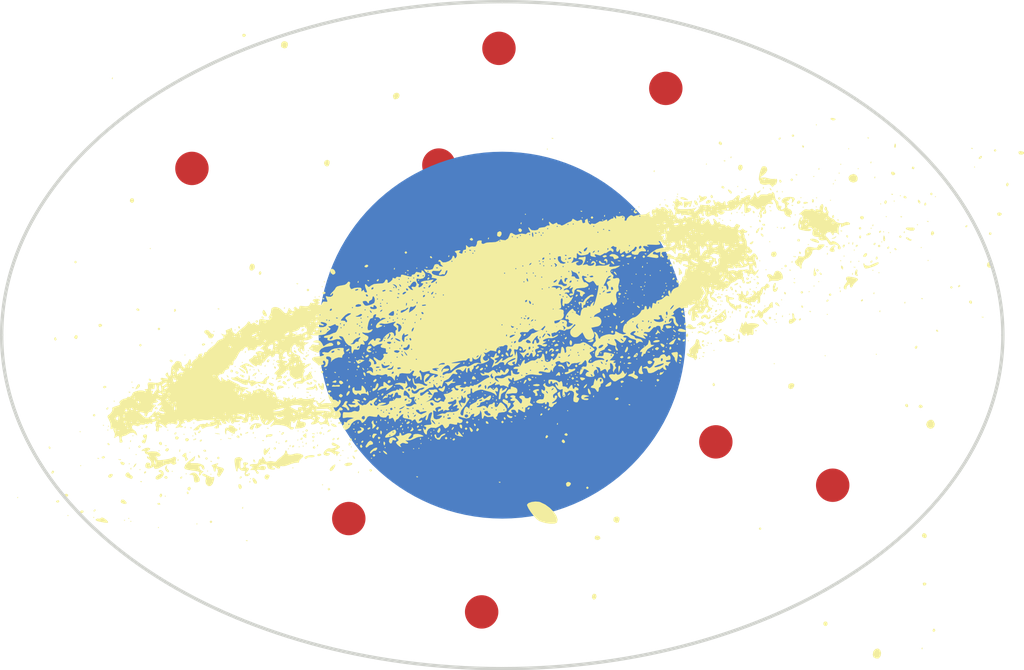
<source format=kicad_pcb>
(kicad_pcb (version 20221018) (generator pcbnew)

  (general
    (thickness 1.6)
  )

  (paper "A4")
  (layers
    (0 "F.Cu" signal)
    (31 "B.Cu" signal)
    (32 "B.Adhes" user "B.Adhesive")
    (33 "F.Adhes" user "F.Adhesive")
    (34 "B.Paste" user)
    (35 "F.Paste" user)
    (36 "B.SilkS" user "B.Silkscreen")
    (37 "F.SilkS" user "F.Silkscreen")
    (38 "B.Mask" user)
    (39 "F.Mask" user)
    (40 "Dwgs.User" user "User.Drawings")
    (41 "Cmts.User" user "User.Comments")
    (42 "Eco1.User" user "User.Eco1")
    (43 "Eco2.User" user "User.Eco2")
    (44 "Edge.Cuts" user)
    (45 "Margin" user)
    (46 "B.CrtYd" user "B.Courtyard")
    (47 "F.CrtYd" user "F.Courtyard")
    (48 "B.Fab" user)
    (49 "F.Fab" user)
    (50 "User.1" user)
    (51 "User.2" user)
    (52 "User.3" user)
    (53 "User.4" user)
    (54 "User.5" user)
    (55 "User.6" user)
    (56 "User.7" user)
    (57 "User.8" user)
    (58 "User.9" user)
  )

  (setup
    (pad_to_mask_clearance 0)
    (pcbplotparams
      (layerselection 0x00010fc_ffffffff)
      (plot_on_all_layers_selection 0x0000000_00000000)
      (disableapertmacros false)
      (usegerberextensions false)
      (usegerberattributes true)
      (usegerberadvancedattributes true)
      (creategerberjobfile true)
      (dashed_line_dash_ratio 12.000000)
      (dashed_line_gap_ratio 3.000000)
      (svgprecision 4)
      (plotframeref false)
      (viasonmask false)
      (mode 1)
      (useauxorigin false)
      (hpglpennumber 1)
      (hpglpenspeed 20)
      (hpglpendiameter 15.000000)
      (dxfpolygonmode true)
      (dxfimperialunits true)
      (dxfusepcbnewfont true)
      (psnegative false)
      (psa4output false)
      (plotreference true)
      (plotvalue true)
      (plotinvisibletext false)
      (sketchpadsonfab false)
      (subtractmaskfromsilk false)
      (outputformat 1)
      (mirror false)
      (drillshape 1)
      (scaleselection 1)
      (outputdirectory "")
    )
  )

  (net 0 "")

  (footprint "LOGO" (layer "F.Cu")
    (tstamp 660cac5e-bf7e-4ea3-aa92-d79eb96d3fc3)
    (at 150.1 72.2 -10)
    (attr board_only exclude_from_pos_files exclude_from_bom)
    (fp_text reference "G***" (at 0 0 170) (layer "F.SilkS")
        (effects (font (size 1.5 1.5) (thickness 0.3)))
      (tstamp 5f1b9d67-e73d-41af-9cdc-88be22869aaa)
    )
    (fp_text value "LOGO" (at 0.75 0 170) (layer "F.SilkS") hide
        (effects (font (size 1.5 1.5) (thickness 0.3)))
      (tstamp 9df6a180-cc3f-41ee-b2dd-39b44fae5d4d)
    )
    (fp_poly
      (pts
        (xy -13.89303 7.600757)
        (xy -13.912272 7.62)
        (xy -13.931515 7.600757)
        (xy -13.912272 7.581515)
      )

      (stroke (width 0) (type solid)) (fill solid) (layer "F.SilkS") (tstamp df702184-13c9-47aa-85dd-ba87c501a586))
    (fp_poly
      (pts
        (xy -12.392121 5.330151)
        (xy -12.411363 5.349394)
        (xy -12.430606 5.330151)
        (xy -12.411363 5.310909)
      )

      (stroke (width 0) (type solid)) (fill solid) (layer "F.SilkS") (tstamp 106115bc-bdcc-4162-8a18-97134cf92513))
    (fp_poly
      (pts
        (xy -12.315151 7.870151)
        (xy -12.334394 7.889394)
        (xy -12.353636 7.870151)
        (xy -12.334394 7.850909)
      )

      (stroke (width 0) (type solid)) (fill solid) (layer "F.SilkS") (tstamp 24247b98-3fb9-43d3-9f7c-ecc847e0dcc6))
    (fp_poly
      (pts
        (xy -12.199697 6.330757)
        (xy -12.218939 6.35)
        (xy -12.238181 6.330757)
        (xy -12.218939 6.311515)
      )

      (stroke (width 0) (type solid)) (fill solid) (layer "F.SilkS") (tstamp 6365995f-dc8b-4438-b420-a287650726fc))
    (fp_poly
      (pts
        (xy -11.737878 5.022272)
        (xy -11.757121 5.041515)
        (xy -11.776363 5.022272)
        (xy -11.757121 5.00303)
      )

      (stroke (width 0) (type solid)) (fill solid) (layer "F.SilkS") (tstamp dbb41da4-8881-4a86-a0dd-cd2e02f166a0))
    (fp_poly
      (pts
        (xy -11.583939 5.022272)
        (xy -11.603181 5.041515)
        (xy -11.622424 5.022272)
        (xy -11.603181 5.00303)
      )

      (stroke (width 0) (type solid)) (fill solid) (layer "F.SilkS") (tstamp fb732243-6f58-43d1-8730-bc65ce92830a))
    (fp_poly
      (pts
        (xy -11.583939 5.137727)
        (xy -11.603181 5.156969)
        (xy -11.622424 5.137727)
        (xy -11.603181 5.118484)
      )

      (stroke (width 0) (type solid)) (fill solid) (layer "F.SilkS") (tstamp 96e81d26-4605-4557-8eeb-67d62e7196e2))
    (fp_poly
      (pts
        (xy -11.545454 4.252575)
        (xy -11.564697 4.271818)
        (xy -11.583939 4.252575)
        (xy -11.564697 4.233333)
      )

      (stroke (width 0) (type solid)) (fill solid) (layer "F.SilkS") (tstamp f38cbceb-db7d-4780-9cfc-f251d4acc58f))
    (fp_poly
      (pts
        (xy -11.545454 7.793181)
        (xy -11.564697 7.812424)
        (xy -11.583939 7.793181)
        (xy -11.564697 7.773939)
      )

      (stroke (width 0) (type solid)) (fill solid) (layer "F.SilkS") (tstamp 0075e93f-9003-478b-8edf-9234c4f2dd00))
    (fp_poly
      (pts
        (xy -11.27606 -0.442576)
        (xy -11.295303 -0.423334)
        (xy -11.314545 -0.442576)
        (xy -11.295303 -0.461819)
      )

      (stroke (width 0) (type solid)) (fill solid) (layer "F.SilkS") (tstamp 1716ef47-d3aa-43fb-bffa-ae980de69f4d))
    (fp_poly
      (pts
        (xy -11.122121 3.598333)
        (xy -11.141363 3.617575)
        (xy -11.160606 3.598333)
        (xy -11.141363 3.579091)
      )

      (stroke (width 0) (type solid)) (fill solid) (layer "F.SilkS") (tstamp 6f9dbf27-9d8f-44a8-a5d5-039489466eb3))
    (fp_poly
      (pts
        (xy -10.852727 5.56106)
        (xy -10.871969 5.580303)
        (xy -10.891212 5.56106)
        (xy -10.871969 5.541818)
      )

      (stroke (width 0) (type solid)) (fill solid) (layer "F.SilkS") (tstamp a6906411-2577-49cb-ae67-4d4bf5e41787))
    (fp_poly
      (pts
        (xy -10.814242 5.176212)
        (xy -10.833484 5.195454)
        (xy -10.852727 5.176212)
        (xy -10.833484 5.156969)
      )

      (stroke (width 0) (type solid)) (fill solid) (layer "F.SilkS") (tstamp cc7e5ad8-70f1-4fe8-909d-b0ce3e8736fa))
    (fp_poly
      (pts
        (xy -10.775757 6.022878)
        (xy -10.795 6.042121)
        (xy -10.814242 6.022878)
        (xy -10.795 6.003636)
      )

      (stroke (width 0) (type solid)) (fill solid) (layer "F.SilkS") (tstamp 4bf1e68f-d8d7-4517-bc68-b36e4dfe7bd6))
    (fp_poly
      (pts
        (xy -10.621818 5.715)
        (xy -10.64106 5.734242)
        (xy -10.660303 5.715)
        (xy -10.64106 5.695757)
      )

      (stroke (width 0) (type solid)) (fill solid) (layer "F.SilkS") (tstamp 16d88896-4981-4a94-b582-451ece0588db))
    (fp_poly
      (pts
        (xy -10.621818 7.716212)
        (xy -10.64106 7.735454)
        (xy -10.660303 7.716212)
        (xy -10.64106 7.696969)
      )

      (stroke (width 0) (type solid)) (fill solid) (layer "F.SilkS") (tstamp 31c21c63-5458-4e03-9a9c-6f5a94de565d))
    (fp_poly
      (pts
        (xy -10.583333 4.906818)
        (xy -10.602575 4.92606)
        (xy -10.621818 4.906818)
        (xy -10.602575 4.887575)
      )

      (stroke (width 0) (type solid)) (fill solid) (layer "F.SilkS") (tstamp e032b5ca-4980-4b6d-b84f-b0bc10d33bc1))
    (fp_poly
      (pts
        (xy -10.506363 7.639242)
        (xy -10.525606 7.658484)
        (xy -10.544848 7.639242)
        (xy -10.525606 7.62)
      )

      (stroke (width 0) (type solid)) (fill solid) (layer "F.SilkS") (tstamp 979d72a4-8d59-4d50-9956-397e6583a5f2))
    (fp_poly
      (pts
        (xy -10.429394 6.138333)
        (xy -10.448636 6.157575)
        (xy -10.467878 6.138333)
        (xy -10.448636 6.119091)
      )

      (stroke (width 0) (type solid)) (fill solid) (layer "F.SilkS") (tstamp 695613c4-8cf3-4beb-90a6-cb96cabf5755))
    (fp_poly
      (pts
        (xy -10.429394 7.716212)
        (xy -10.448636 7.735454)
        (xy -10.467878 7.716212)
        (xy -10.448636 7.696969)
      )

      (stroke (width 0) (type solid)) (fill solid) (layer "F.SilkS") (tstamp 3ebe0d29-6a1b-4b29-831c-4ef62b64528b))
    (fp_poly
      (pts
        (xy -9.967575 5.484091)
        (xy -9.986818 5.503333)
        (xy -10.00606 5.484091)
        (xy -9.986818 5.464848)
      )

      (stroke (width 0) (type solid)) (fill solid) (layer "F.SilkS") (tstamp 4336566a-8261-475c-8f54-9ca6d9cad8d6))
    (fp_poly
      (pts
        (xy -9.813636 4.829848)
        (xy -9.832878 4.849091)
        (xy -9.852121 4.829848)
        (xy -9.832878 4.810606)
      )

      (stroke (width 0) (type solid)) (fill solid) (layer "F.SilkS") (tstamp 57cec1f4-5862-4228-ad01-ba7f0f58513f))
    (fp_poly
      (pts
        (xy -9.775151 4.637424)
        (xy -9.794394 4.656666)
        (xy -9.813636 4.637424)
        (xy -9.794394 4.618181)
      )

      (stroke (width 0) (type solid)) (fill solid) (layer "F.SilkS") (tstamp 9596b03e-5119-40a8-b485-9830101c5ea8))
    (fp_poly
      (pts
        (xy -9.698181 2.520757)
        (xy -9.717424 2.54)
        (xy -9.736666 2.520757)
        (xy -9.717424 2.501515)
      )

      (stroke (width 0) (type solid)) (fill solid) (layer "F.SilkS") (tstamp 1e4c2166-3bfa-42ce-a6d9-08756e20a8a2))
    (fp_poly
      (pts
        (xy -9.582727 7.754697)
        (xy -9.601969 7.773939)
        (xy -9.621212 7.754697)
        (xy -9.601969 7.735454)
      )

      (stroke (width 0) (type solid)) (fill solid) (layer "F.SilkS") (tstamp dcdc39b8-9d98-4a86-b40c-016af5e4def7))
    (fp_poly
      (pts
        (xy -9.544242 6.792575)
        (xy -9.563484 6.811818)
        (xy -9.582727 6.792575)
        (xy -9.563484 6.773333)
      )

      (stroke (width 0) (type solid)) (fill solid) (layer "F.SilkS") (tstamp c2b22173-0e28-44a1-94c4-be4948fa807f))
    (fp_poly
      (pts
        (xy -9.467272 6.022878)
        (xy -9.486515 6.042121)
        (xy -9.505757 6.022878)
        (xy -9.486515 6.003636)
      )

      (stroke (width 0) (type solid)) (fill solid) (layer "F.SilkS") (tstamp e90e4038-10cd-4622-b880-5462f10cd3f7))
    (fp_poly
      (pts
        (xy -9.351818 2.520757)
        (xy -9.37106 2.54)
        (xy -9.390303 2.520757)
        (xy -9.37106 2.501515)
      )

      (stroke (width 0) (type solid)) (fill solid) (layer "F.SilkS") (tstamp 744a3647-6500-4c12-92a1-82e16787b6a8))
    (fp_poly
      (pts
        (xy -9.313333 4.868333)
        (xy -9.332575 4.887575)
        (xy -9.351818 4.868333)
        (xy -9.332575 4.849091)
      )

      (stroke (width 0) (type solid)) (fill solid) (layer "F.SilkS") (tstamp 7deb0552-d2f0-4809-bf34-de7618443218))
    (fp_poly
      (pts
        (xy -9.082424 4.483484)
        (xy -9.101666 4.502727)
        (xy -9.120909 4.483484)
        (xy -9.101666 4.464242)
      )

      (stroke (width 0) (type solid)) (fill solid) (layer "F.SilkS") (tstamp 16fb4a85-458f-4b26-adf0-dfd095acde59))
    (fp_poly
      (pts
        (xy -9.043939 4.868333)
        (xy -9.063181 4.887575)
        (xy -9.082424 4.868333)
        (xy -9.063181 4.849091)
      )

      (stroke (width 0) (type solid)) (fill solid) (layer "F.SilkS") (tstamp 60d6bfb6-c0bd-4b7d-8436-f2ba0e2c398c))
    (fp_poly
      (pts
        (xy -9.043939 5.368636)
        (xy -9.063181 5.387878)
        (xy -9.082424 5.368636)
        (xy -9.063181 5.349394)
      )

      (stroke (width 0) (type solid)) (fill solid) (layer "F.SilkS") (tstamp dc3fd81f-d470-40c7-9ba5-e0ef6dbbd9c0))
    (fp_poly
      (pts
        (xy -9.043939 6.022878)
        (xy -9.063181 6.042121)
        (xy -9.082424 6.022878)
        (xy -9.063181 6.003636)
      )

      (stroke (width 0) (type solid)) (fill solid) (layer "F.SilkS") (tstamp ee67f501-9454-492a-8083-9bf75cf6884b))
    (fp_poly
      (pts
        (xy -8.966969 1.674091)
        (xy -8.986212 1.693333)
        (xy -9.005454 1.674091)
        (xy -8.986212 1.654848)
      )

      (stroke (width 0) (type solid)) (fill solid) (layer "F.SilkS") (tstamp 7e41fab8-5fee-4df2-b7cc-60a8d0428dfc))
    (fp_poly
      (pts
        (xy -8.966969 2.020454)
        (xy -8.986212 2.039697)
        (xy -9.005454 2.020454)
        (xy -8.986212 2.001212)
      )

      (stroke (width 0) (type solid)) (fill solid) (layer "F.SilkS") (tstamp b3a4e8d1-4e83-4618-b413-bd0f66dde762))
    (fp_poly
      (pts
        (xy -8.466666 7.446818)
        (xy -8.485909 7.46606)
        (xy -8.505151 7.446818)
        (xy -8.485909 7.427575)
      )

      (stroke (width 0) (type solid)) (fill solid) (layer "F.SilkS") (tstamp 3b99db03-4f2c-4841-85cc-3e58af304ef1))
    (fp_poly
      (pts
        (xy -8.428181 5.830454)
        (xy -8.447424 5.849697)
        (xy -8.466666 5.830454)
        (xy -8.447424 5.811212)
      )

      (stroke (width 0) (type solid)) (fill solid) (layer "F.SilkS") (tstamp 05257f29-2aae-4158-9e35-81480858d028))
    (fp_poly
      (pts
        (xy -8.351212 1.520151)
        (xy -8.370454 1.539394)
        (xy -8.389697 1.520151)
        (xy -8.370454 1.500909)
      )

      (stroke (width 0) (type solid)) (fill solid) (layer "F.SilkS") (tstamp f7ac22df-2464-4e80-8dba-0fae067dc2af))
    (fp_poly
      (pts
        (xy -8.312727 5.907424)
        (xy -8.331969 5.926666)
        (xy -8.351212 5.907424)
        (xy -8.331969 5.888181)
      )

      (stroke (width 0) (type solid)) (fill solid) (layer "F.SilkS") (tstamp 4c482945-292c-40ad-ba58-ec543e93043f))
    (fp_poly
      (pts
        (xy -8.197272 4.829848)
        (xy -8.216515 4.849091)
        (xy -8.235757 4.829848)
        (xy -8.216515 4.810606)
      )

      (stroke (width 0) (type solid)) (fill solid) (layer "F.SilkS") (tstamp fb68f2dd-2e73-41fa-9d99-e1a2d58a00ec))
    (fp_poly
      (pts
        (xy -8.158788 2.597727)
        (xy -8.17803 2.616969)
        (xy -8.197272 2.597727)
        (xy -8.17803 2.578484)
      )

      (stroke (width 0) (type solid)) (fill solid) (layer "F.SilkS") (tstamp ec02ed41-2fef-4536-bab7-c6f6c6470e42))
    (fp_poly
      (pts
        (xy -7.966363 2.443787)
        (xy -7.985606 2.46303)
        (xy -8.004848 2.443787)
        (xy -7.985606 2.424545)
      )

      (stroke (width 0) (type solid)) (fill solid) (layer "F.SilkS") (tstamp 1afb3655-45d7-4743-a0c8-890c8bb4f8b4))
    (fp_poly
      (pts
        (xy -7.889394 4.637424)
        (xy -7.908636 4.656666)
        (xy -7.927878 4.637424)
        (xy -7.908636 4.618181)
      )

      (stroke (width 0) (type solid)) (fill solid) (layer "F.SilkS") (tstamp 96b99158-d699-43ca-a6b9-bed23336655a))
    (fp_poly
      (pts
        (xy -7.735454 4.29106)
        (xy -7.754697 4.310303)
        (xy -7.773939 4.29106)
        (xy -7.754697 4.271818)
      )

      (stroke (width 0) (type solid)) (fill solid) (layer "F.SilkS") (tstamp 8cb8a709-27f4-4d65-a166-02b6a406fb3c))
    (fp_poly
      (pts
        (xy -7.581515 2.597727)
        (xy -7.600757 2.616969)
        (xy -7.62 2.597727)
        (xy -7.600757 2.578484)
      )

      (stroke (width 0) (type solid)) (fill solid) (layer "F.SilkS") (tstamp d74d0217-c870-486b-be4d-bdb27bbb13e0))
    (fp_poly
      (pts
        (xy -7.504545 2.828636)
        (xy -7.523788 2.847878)
        (xy -7.54303 2.828636)
        (xy -7.523788 2.809394)
      )

      (stroke (width 0) (type solid)) (fill solid) (layer "F.SilkS") (tstamp 66188d00-d510-4b8b-925e-dc6eb6f91f6c))
    (fp_poly
      (pts
        (xy -7.427575 3.09803)
        (xy -7.446818 3.117272)
        (xy -7.46606 3.09803)
        (xy -7.446818 3.078787)
      )

      (stroke (width 0) (type solid)) (fill solid) (layer "F.SilkS") (tstamp ac29d18b-6046-41fb-9a01-c47a66c8a78d))
    (fp_poly
      (pts
        (xy -7.427575 4.214091)
        (xy -7.446818 4.233333)
        (xy -7.46606 4.214091)
        (xy -7.446818 4.194848)
      )

      (stroke (width 0) (type solid)) (fill solid) (layer "F.SilkS") (tstamp 3b3a2250-c619-4e10-89df-d25878b1a5bc))
    (fp_poly
      (pts
        (xy -7.350606 2.674697)
        (xy -7.369848 2.693939)
        (xy -7.389091 2.674697)
        (xy -7.369848 2.655454)
      )

      (stroke (width 0) (type solid)) (fill solid) (layer "F.SilkS") (tstamp 03200e0f-8e5b-4a8c-9192-4c489f0aeb88))
    (fp_poly
      (pts
        (xy -7.235151 3.059545)
        (xy -7.254394 3.078787)
        (xy -7.273636 3.059545)
        (xy -7.254394 3.040303)
      )

      (stroke (width 0) (type solid)) (fill solid) (layer "F.SilkS") (tstamp b092a7d3-65a0-476a-b0f6-b83cf11c28ca))
    (fp_poly
      (pts
        (xy -7.196666 2.674697)
        (xy -7.215909 2.693939)
        (xy -7.235151 2.674697)
        (xy -7.215909 2.655454)
      )

      (stroke (width 0) (type solid)) (fill solid) (layer "F.SilkS") (tstamp 844feb57-1584-4c97-b8f1-491580d219cb))
    (fp_poly
      (pts
        (xy -7.196666 4.598939)
        (xy -7.215909 4.618181)
        (xy -7.235151 4.598939)
        (xy -7.215909 4.579697)
      )

      (stroke (width 0) (type solid)) (fill solid) (layer "F.SilkS") (tstamp cc95095f-3b5a-443a-85cb-d42000e4e0be))
    (fp_poly
      (pts
        (xy -7.119697 5.830454)
        (xy -7.138939 5.849697)
        (xy -7.158181 5.830454)
        (xy -7.138939 5.811212)
      )

      (stroke (width 0) (type solid)) (fill solid) (layer "F.SilkS") (tstamp 01d21997-0ccf-4f53-9525-7eee5f9ab7d9))
    (fp_poly
      (pts
        (xy -7.042727 2.212878)
        (xy -7.061969 2.232121)
        (xy -7.081212 2.212878)
        (xy -7.061969 2.193636)
      )

      (stroke (width 0) (type solid)) (fill solid) (layer "F.SilkS") (tstamp b83a287c-3d6c-4ec1-b117-1b142996be75))
    (fp_poly
      (pts
        (xy -7.042727 2.328333)
        (xy -7.061969 2.347575)
        (xy -7.081212 2.328333)
        (xy -7.061969 2.309091)
      )

      (stroke (width 0) (type solid)) (fill solid) (layer "F.SilkS") (tstamp 29e9c63a-b63b-46f2-adc2-33143c6012db))
    (fp_poly
      (pts
        (xy -6.734848 3.290454)
        (xy -6.754091 3.309697)
        (xy -6.773333 3.290454)
        (xy -6.754091 3.271212)
      )

      (stroke (width 0) (type solid)) (fill solid) (layer "F.SilkS") (tstamp fe218f83-04be-4c0f-ae03-1ceba59f2b2d))
    (fp_poly
      (pts
        (xy -6.696363 4.983787)
        (xy -6.715606 5.00303)
        (xy -6.734848 4.983787)
        (xy -6.715606 4.964545)
      )

      (stroke (width 0) (type solid)) (fill solid) (layer "F.SilkS") (tstamp a0b84b9e-dfd9-4ad3-834f-3a97d004799d))
    (fp_poly
      (pts
        (xy -6.657878 5.099242)
        (xy -6.677121 5.118484)
        (xy -6.696363 5.099242)
        (xy -6.677121 5.08)
      )

      (stroke (width 0) (type solid)) (fill solid) (layer "F.SilkS") (tstamp 9f4f7547-3bd5-4864-908d-2b0799757b51))
    (fp_poly
      (pts
        (xy -6.580909 2.520757)
        (xy -6.600151 2.54)
        (xy -6.619394 2.520757)
        (xy -6.600151 2.501515)
      )

      (stroke (width 0) (type solid)) (fill solid) (layer "F.SilkS") (tstamp 5b95f832-1bbd-47c9-916f-33447dc898b1))
    (fp_poly
      (pts
        (xy -6.503939 1.75106)
        (xy -6.523181 1.770303)
        (xy -6.542424 1.75106)
        (xy -6.523181 1.731818)
      )

      (stroke (width 0) (type solid)) (fill solid) (layer "F.SilkS") (tstamp 1bfb2f25-a6c2-4dcd-8cb5-ecd81a884fde))
    (fp_poly
      (pts
        (xy -6.503939 4.29106)
        (xy -6.523181 4.310303)
        (xy -6.542424 4.29106)
        (xy -6.523181 4.271818)
      )

      (stroke (width 0) (type solid)) (fill solid) (layer "F.SilkS") (tstamp 95e5bff1-8df9-42ca-aa1e-7dad6d02a752))
    (fp_poly
      (pts
        (xy -6.465454 2.944091)
        (xy -6.484697 2.963333)
        (xy -6.503939 2.944091)
        (xy -6.484697 2.924848)
      )

      (stroke (width 0) (type solid)) (fill solid) (layer "F.SilkS") (tstamp 1f2a7209-3e03-4208-8959-ff5a9570c2d0))
    (fp_poly
      (pts
        (xy -6.465454 4.637424)
        (xy -6.484697 4.656666)
        (xy -6.503939 4.637424)
        (xy -6.484697 4.618181)
      )

      (stroke (width 0) (type solid)) (fill solid) (layer "F.SilkS") (tstamp 0f4cd31e-3336-482e-bbeb-dc02af8454be))
    (fp_poly
      (pts
        (xy -6.311515 3.175)
        (xy -6.330757 3.194242)
        (xy -6.35 3.175)
        (xy -6.330757 3.155757)
      )

      (stroke (width 0) (type solid)) (fill solid) (layer "F.SilkS") (tstamp 386e6b13-6257-4684-9d52-8feb44b14f5d))
    (fp_poly
      (pts
        (xy -6.19606 2.905606)
        (xy -6.215303 2.924848)
        (xy -6.234545 2.905606)
        (xy -6.215303 2.886363)
      )

      (stroke (width 0) (type solid)) (fill solid) (layer "F.SilkS") (tstamp 373acc2a-8af5-40ea-ab3b-7b4ffba294bf))
    (fp_poly
      (pts
        (xy -6.157575 0.134697)
        (xy -6.176818 0.153939)
        (xy -6.19606 0.134697)
        (xy -6.176818 0.115454)
      )

      (stroke (width 0) (type solid)) (fill solid) (layer "F.SilkS") (tstamp c93bc14f-0656-4357-8cc1-cdec9555401f))
    (fp_poly
      (pts
        (xy -6.157575 4.752878)
        (xy -6.176818 4.772121)
        (xy -6.19606 4.752878)
        (xy -6.176818 4.733636)
      )

      (stroke (width 0) (type solid)) (fill solid) (layer "F.SilkS") (tstamp 55828083-e21a-41d7-97b6-d4f63fe38424))
    (fp_poly
      (pts
        (xy -6.119091 1.82803)
        (xy -6.138333 1.847272)
        (xy -6.157575 1.82803)
        (xy -6.138333 1.808787)
      )

      (stroke (width 0) (type solid)) (fill solid) (layer "F.SilkS") (tstamp abe3de40-cbc3-4b13-ad9a-7f52b30fe9e6))
    (fp_poly
      (pts
        (xy -6.080606 1.75106)
        (xy -6.099848 1.770303)
        (xy -6.119091 1.75106)
        (xy -6.099848 1.731818)
      )

      (stroke (width 0) (type solid)) (fill solid) (layer "F.SilkS") (tstamp 1d49e811-3ce3-473c-9b5d-fbc16394d2e5))
    (fp_poly
      (pts
        (xy -6.042121 0.096212)
        (xy -6.061363 0.115454)
        (xy -6.080606 0.096212)
        (xy -6.061363 0.076969)
      )

      (stroke (width 0) (type solid)) (fill solid) (layer "F.SilkS") (tstamp 7fdc4198-6151-42ce-ba2d-a6dd3fc2d41b))
    (fp_poly
      (pts
        (xy -6.003636 -0.211667)
        (xy -6.022878 -0.192425)
        (xy -6.042121 -0.211667)
        (xy -6.022878 -0.230909)
      )

      (stroke (width 0) (type solid)) (fill solid) (layer "F.SilkS") (tstamp c131d66e-ef0f-48b2-b46f-932668ed362d))
    (fp_poly
      (pts
        (xy -5.965151 -0.365606)
        (xy -5.984394 -0.346364)
        (xy -6.003636 -0.365606)
        (xy -5.984394 -0.384849)
      )

      (stroke (width 0) (type solid)) (fill solid) (layer "F.SilkS") (tstamp 402b7df8-d31a-4f61-ac36-3e4248f12b27))
    (fp_poly
      (pts
        (xy -5.965151 4.175606)
        (xy -5.984394 4.194848)
        (xy -6.003636 4.175606)
        (xy -5.984394 4.156363)
      )

      (stroke (width 0) (type solid)) (fill solid) (layer "F.SilkS") (tstamp 5ba0d7fc-378f-4169-ba3d-f40ad7723354))
    (fp_poly
      (pts
        (xy -5.926666 4.445)
        (xy -5.945909 4.464242)
        (xy -5.965151 4.445)
        (xy -5.945909 4.425757)
      )

      (stroke (width 0) (type solid)) (fill solid) (layer "F.SilkS") (tstamp b05e0bf7-3a51-4ac2-b604-ecb3dccf511b))
    (fp_poly
      (pts
        (xy -5.926666 5.291666)
        (xy -5.945909 5.310909)
        (xy -5.965151 5.291666)
        (xy -5.945909 5.272424)
      )

      (stroke (width 0) (type solid)) (fill solid) (layer "F.SilkS") (tstamp 9a0ecac4-2946-4820-b692-e2aa4da5b696))
    (fp_poly
      (pts
        (xy -5.888181 2.251363)
        (xy -5.907424 2.270606)
        (xy -5.926666 2.251363)
        (xy -5.907424 2.232121)
      )

      (stroke (width 0) (type solid)) (fill solid) (layer "F.SilkS") (tstamp 4df77e45-c767-44ad-8de8-3beac702bd87))
    (fp_poly
      (pts
        (xy -5.849697 1.82803)
        (xy -5.868939 1.847272)
        (xy -5.888181 1.82803)
        (xy -5.868939 1.808787)
      )

      (stroke (width 0) (type solid)) (fill solid) (layer "F.SilkS") (tstamp 73ff0b7f-4330-4bac-9db2-cf49a8c7529e))
    (fp_poly
      (pts
        (xy -5.849697 4.637424)
        (xy -5.868939 4.656666)
        (xy -5.888181 4.637424)
        (xy -5.868939 4.618181)
      )

      (stroke (width 0) (type solid)) (fill solid) (layer "F.SilkS") (tstamp 5c52208b-d7f2-4a57-abb5-0eb2ffc0aea1))
    (fp_poly
      (pts
        (xy -5.811212 1.289242)
        (xy -5.830454 1.308484)
        (xy -5.849697 1.289242)
        (xy -5.830454 1.27)
      )

      (stroke (width 0) (type solid)) (fill solid) (layer "F.SilkS") (tstamp 6b3be763-ba3a-4cc3-b42d-7474856ce42c))
    (fp_poly
      (pts
        (xy -5.811212 4.175606)
        (xy -5.830454 4.194848)
        (xy -5.849697 4.175606)
        (xy -5.830454 4.156363)
      )

      (stroke (width 0) (type solid)) (fill solid) (layer "F.SilkS") (tstamp 4bf666ec-5e92-41de-83fd-81b8a5dc1637))
    (fp_poly
      (pts
        (xy -5.772727 2.328333)
        (xy -5.791969 2.347575)
        (xy -5.811212 2.328333)
        (xy -5.791969 2.309091)
      )

      (stroke (width 0) (type solid)) (fill solid) (layer "F.SilkS") (tstamp 491bb5dc-6fde-4d47-9bd3-b721e66c5b86))
    (fp_poly
      (pts
        (xy -5.772727 4.483484)
        (xy -5.791969 4.502727)
        (xy -5.811212 4.483484)
        (xy -5.791969 4.464242)
      )

      (stroke (width 0) (type solid)) (fill solid) (layer "F.SilkS") (tstamp f54fd3c0-b454-4496-9d26-4ecf072db9ac))
    (fp_poly
      (pts
        (xy -5.734242 4.598939)
        (xy -5.753484 4.618181)
        (xy -5.772727 4.598939)
        (xy -5.753484 4.579697)
      )

      (stroke (width 0) (type solid)) (fill solid) (layer "F.SilkS") (tstamp 083dea9c-032a-4244-b883-abc4d2ddea2d))
    (fp_poly
      (pts
        (xy -5.464848 2.212878)
        (xy -5.484091 2.232121)
        (xy -5.503333 2.212878)
        (xy -5.484091 2.193636)
      )

      (stroke (width 0) (type solid)) (fill solid) (layer "F.SilkS") (tstamp ba87dca9-1ff3-411a-9b50-1f53361876b1))
    (fp_poly
      (pts
        (xy -5.464848 3.09803)
        (xy -5.484091 3.117272)
        (xy -5.503333 3.09803)
        (xy -5.484091 3.078787)
      )

      (stroke (width 0) (type solid)) (fill solid) (layer "F.SilkS") (tstamp 1e515651-3539-4695-9426-291cf4294f5a))
    (fp_poly
      (pts
        (xy -5.387878 4.137121)
        (xy -5.407121 4.156363)
        (xy -5.426363 4.137121)
        (xy -5.407121 4.117878)
      )

      (stroke (width 0) (type solid)) (fill solid) (layer "F.SilkS") (tstamp 3681256d-9dea-4c8f-9177-cff0e1f3f383))
    (fp_poly
      (pts
        (xy -5.195454 4.137121)
        (xy -5.214697 4.156363)
        (xy -5.233939 4.137121)
        (xy -5.214697 4.117878)
      )

      (stroke (width 0) (type solid)) (fill solid) (layer "F.SilkS") (tstamp 598c587b-c0d4-4a08-a4bc-a4e9c2665a83))
    (fp_poly
      (pts
        (xy -5.041515 2.366818)
        (xy -5.060757 2.38606)
        (xy -5.08 2.366818)
        (xy -5.060757 2.347575)
      )

      (stroke (width 0) (type solid)) (fill solid) (layer "F.SilkS") (tstamp 396b8c68-e499-4e4f-a926-791dc1555f87))
    (fp_poly
      (pts
        (xy -5.041515 3.713787)
        (xy -5.060757 3.73303)
        (xy -5.08 3.713787)
        (xy -5.060757 3.694545)
      )

      (stroke (width 0) (type solid)) (fill solid) (layer "F.SilkS") (tstamp 0ae1b0d9-c6c0-4f22-9198-1d57c5110775))
    (fp_poly
      (pts
        (xy -5.00303 1.404697)
        (xy -5.022272 1.423939)
        (xy -5.041515 1.404697)
        (xy -5.022272 1.385454)
      )

      (stroke (width 0) (type solid)) (fill solid) (layer "F.SilkS") (tstamp e8ac0f11-f51f-437f-ba9f-ed49aa01571e))
    (fp_poly
      (pts
        (xy -4.964545 5.63803)
        (xy -4.983788 5.657272)
        (xy -5.00303 5.63803)
        (xy -4.983788 5.618787)
      )

      (stroke (width 0) (type solid)) (fill solid) (layer "F.SilkS") (tstamp 73e3d313-53ba-4ac1-ba23-c8054387141f))
    (fp_poly
      (pts
        (xy -4.849091 1.597121)
        (xy -4.868333 1.616363)
        (xy -4.887575 1.597121)
        (xy -4.868333 1.577878)
      )

      (stroke (width 0) (type solid)) (fill solid) (layer "F.SilkS") (tstamp 74b9a838-5cf4-4bf9-a427-abadda9995f2))
    (fp_poly
      (pts
        (xy -4.849091 1.75106)
        (xy -4.868333 1.770303)
        (xy -4.887575 1.75106)
        (xy -4.868333 1.731818)
      )

      (stroke (width 0) (type solid)) (fill solid) (layer "F.SilkS") (tstamp d2f80582-c61e-436e-9ed4-7eea38135268))
    (fp_poly
      (pts
        (xy -4.810606 2.097424)
        (xy -4.829848 2.116666)
        (xy -4.849091 2.097424)
        (xy -4.829848 2.078181)
      )

      (stroke (width 0) (type solid)) (fill solid) (layer "F.SilkS") (tstamp 68c68786-d7a0-4c1e-b8b3-3a20ced15ec7))
    (fp_poly
      (pts
        (xy -4.656666 1.712575)
        (xy -4.675909 1.731818)
        (xy -4.695151 1.712575)
        (xy -4.675909 1.693333)
      )

      (stroke (width 0) (type solid)) (fill solid) (layer "F.SilkS") (tstamp 7d09b0f0-6531-4f78-b5d4-8af677ef0c0e))
    (fp_poly
      (pts
        (xy -4.656666 1.866515)
        (xy -4.675909 1.885757)
        (xy -4.695151 1.866515)
        (xy -4.675909 1.847272)
      )

      (stroke (width 0) (type solid)) (fill solid) (layer "F.SilkS") (tstamp b7aa0fae-7866-4d8f-a3b4-0b4ef6ecbee7))
    (fp_poly
      (pts
        (xy -4.579697 4.675909)
        (xy -4.598939 4.695151)
        (xy -4.618181 4.675909)
        (xy -4.598939 4.656666)
      )

      (stroke (width 0) (type solid)) (fill solid) (layer "F.SilkS") (tstamp 5f8c7a4d-46e0-4a18-875b-baa9a4850799))
    (fp_poly
      (pts
        (xy -4.579697 4.829848)
        (xy -4.598939 4.849091)
        (xy -4.618181 4.829848)
        (xy -4.598939 4.810606)
      )

      (stroke (width 0) (type solid)) (fill solid) (layer "F.SilkS") (tstamp e94a767f-8622-47a5-8413-f89aee66353a))
    (fp_poly
      (pts
        (xy -4.541212 2.058939)
        (xy -4.560454 2.078181)
        (xy -4.579697 2.058939)
        (xy -4.560454 2.039697)
      )

      (stroke (width 0) (type solid)) (fill solid) (layer "F.SilkS") (tstamp 8a77a7da-b548-4626-af9e-9a1b2ee970f4))
    (fp_poly
      (pts
        (xy -4.541212 2.251363)
        (xy -4.560454 2.270606)
        (xy -4.579697 2.251363)
        (xy -4.560454 2.232121)
      )

      (stroke (width 0) (type solid)) (fill solid) (layer "F.SilkS") (tstamp ab8e9630-18cb-4271-aeb7-c65d63119b30))
    (fp_poly
      (pts
        (xy -4.541212 4.521969)
        (xy -4.560454 4.541212)
        (xy -4.579697 4.521969)
        (xy -4.560454 4.502727)
      )

      (stroke (width 0) (type solid)) (fill solid) (layer "F.SilkS") (tstamp 218f70ca-db60-4d75-b6a3-f8ff7709ae99))
    (fp_poly
      (pts
        (xy -4.348788 3.675303)
        (xy -4.36803 3.694545)
        (xy -4.387272 3.675303)
        (xy -4.36803 3.65606)
      )

      (stroke (width 0) (type solid)) (fill solid) (layer "F.SilkS") (tstamp 59ba251f-3c8e-44e9-94a3-81f1b568ad8c))
    (fp_poly
      (pts
        (xy -4.348788 4.714394)
        (xy -4.36803 4.733636)
        (xy -4.387272 4.714394)
        (xy -4.36803 4.695151)
      )

      (stroke (width 0) (type solid)) (fill solid) (layer "F.SilkS") (tstamp ef242000-71e7-44ed-b7e7-ae0a4e21a2cf))
    (fp_poly
      (pts
        (xy -4.310303 4.36803)
        (xy -4.329545 4.387272)
        (xy -4.348788 4.36803)
        (xy -4.329545 4.348787)
      )

      (stroke (width 0) (type solid)) (fill solid) (layer "F.SilkS") (tstamp ccbcc4c1-f681-4b83-a838-8f659f60d91b))
    (fp_poly
      (pts
        (xy -4.271818 0.48106)
        (xy -4.29106 0.500303)
        (xy -4.310303 0.48106)
        (xy -4.29106 0.461818)
      )

      (stroke (width 0) (type solid)) (fill solid) (layer "F.SilkS") (tstamp 4827c4d1-cfd2-4751-978b-20197ff38451))
    (fp_poly
      (pts
        (xy -4.271818 3.906212)
        (xy -4.29106 3.925454)
        (xy -4.310303 3.906212)
        (xy -4.29106 3.886969)
      )

      (stroke (width 0) (type solid)) (fill solid) (layer "F.SilkS") (tstamp 3673bb04-c1ce-47f0-90ab-321bc761c86b))
    (fp_poly
      (pts
        (xy -4.233333 1.981969)
        (xy -4.252575 2.001212)
        (xy -4.271818 1.981969)
        (xy -4.252575 1.962727)
      )

      (stroke (width 0) (type solid)) (fill solid) (layer "F.SilkS") (tstamp 75f2f2b4-1050-4c5a-a10f-0ed6497fa48f))
    (fp_poly
      (pts
        (xy -4.233333 2.405303)
        (xy -4.252575 2.424545)
        (xy -4.271818 2.405303)
        (xy -4.252575 2.38606)
      )

      (stroke (width 0) (type solid)) (fill solid) (layer "F.SilkS") (tstamp cc7d3ef5-d5ed-462d-b60c-b1e644441b67))
    (fp_poly
      (pts
        (xy -4.156363 1.366212)
        (xy -4.175606 1.385454)
        (xy -4.194848 1.366212)
        (xy -4.175606 1.346969)
      )

      (stroke (width 0) (type solid)) (fill solid) (layer "F.SilkS") (tstamp fc9cb683-7b4a-4e87-869a-2812d4adef68))
    (fp_poly
      (pts
        (xy -4.156363 1.481666)
        (xy -4.175606 1.500909)
        (xy -4.194848 1.481666)
        (xy -4.175606 1.462424)
      )

      (stroke (width 0) (type solid)) (fill solid) (layer "F.SilkS") (tstamp 899ff0e9-44a0-4d1d-afb8-d683bb61da93))
    (fp_poly
      (pts
        (xy -4.156363 4.252575)
        (xy -4.175606 4.271818)
        (xy -4.194848 4.252575)
        (xy -4.175606 4.233333)
      )

      (stroke (width 0) (type solid)) (fill solid) (layer "F.SilkS") (tstamp a876c8d5-0983-4886-a7d4-6e788897747c))
    (fp_poly
      (pts
        (xy -4.079394 1.443181)
        (xy -4.098636 1.462424)
        (xy -4.117878 1.443181)
        (xy -4.098636 1.423939)
      )

      (stroke (width 0) (type solid)) (fill solid) (layer "F.SilkS") (tstamp f20919f9-93fd-4971-91b5-0ae6abf1289d))
    (fp_poly
      (pts
        (xy -4.040909 2.482272)
        (xy -4.060151 2.501515)
        (xy -4.079394 2.482272)
        (xy -4.060151 2.46303)
      )

      (stroke (width 0) (type solid)) (fill solid) (layer "F.SilkS") (tstamp 9c0767f9-8bb5-4747-b432-d996b7e223b3))
    (fp_poly
      (pts
        (xy -4.040909 2.636212)
        (xy -4.060151 2.655454)
        (xy -4.079394 2.636212)
        (xy -4.060151 2.616969)
      )

      (stroke (width 0) (type solid)) (fill solid) (layer "F.SilkS") (tstamp abad4fdb-e495-44c1-b8e4-828d4e854273))
    (fp_poly
      (pts
        (xy -3.963939 0.635)
        (xy -3.983181 0.654242)
        (xy -4.002424 0.635)
        (xy -3.983181 0.615757)
      )

      (stroke (width 0) (type solid)) (fill solid) (layer "F.SilkS") (tstamp 5f0e3138-0e73-40a0-995f-62842e74bd57))
    (fp_poly
      (pts
        (xy -3.81 2.174394)
        (xy -3.829242 2.193636)
        (xy -3.848484 2.174394)
        (xy -3.829242 2.155151)
      )

      (stroke (width 0) (type solid)) (fill solid) (layer "F.SilkS") (tstamp d2f66405-f7d7-48e9-9d91-643361367a54))
    (fp_poly
      (pts
        (xy -3.81 2.636212)
        (xy -3.829242 2.655454)
        (xy -3.848484 2.636212)
        (xy -3.829242 2.616969)
      )

      (stroke (width 0) (type solid)) (fill solid) (layer "F.SilkS") (tstamp 76d3d891-4a43-4a1b-95fb-ce8b3fc22fc4))
    (fp_poly
      (pts
        (xy -3.81 2.944091)
        (xy -3.829242 2.963333)
        (xy -3.848484 2.944091)
        (xy -3.829242 2.924848)
      )

      (stroke (width 0) (type solid)) (fill solid) (layer "F.SilkS") (tstamp 03be68c4-cd1d-43b2-b055-2c6b8d48ea3a))
    (fp_poly
      (pts
        (xy -3.81 3.944697)
        (xy -3.829242 3.963939)
        (xy -3.848484 3.944697)
        (xy -3.829242 3.925454)
      )

      (stroke (width 0) (type solid)) (fill solid) (layer "F.SilkS") (tstamp e5f39d34-f2d8-456d-86b1-690af7697d50))
    (fp_poly
      (pts
        (xy -3.771515 2.713181)
        (xy -3.790757 2.732424)
        (xy -3.81 2.713181)
        (xy -3.790757 2.693939)
      )

      (stroke (width 0) (type solid)) (fill solid) (layer "F.SilkS") (tstamp 78363a64-2d78-42cf-88e6-71c6c30a22cc))
    (fp_poly
      (pts
        (xy -3.65606 4.598939)
        (xy -3.675303 4.618181)
        (xy -3.694545 4.598939)
        (xy -3.675303 4.579697)
      )

      (stroke (width 0) (type solid)) (fill solid) (layer "F.SilkS") (tstamp 1872ea93-51f3-4d1d-a5f1-c38c843762ff))
    (fp_poly
      (pts
        (xy -3.617575 -1.058334)
        (xy -3.636818 -1.039091)
        (xy -3.65606 -1.058334)
        (xy -3.636818 -1.077576)
      )

      (stroke (width 0) (type solid)) (fill solid) (layer "F.SilkS") (tstamp 2a1e0aef-5bb9-4239-af0e-9d092efb9e46))
    (fp_poly
      (pts
        (xy -3.540606 -1.019849)
        (xy -3.559848 -1.000606)
        (xy -3.579091 -1.019849)
        (xy -3.559848 -1.039091)
      )

      (stroke (width 0) (type solid)) (fill solid) (layer "F.SilkS") (tstamp a668a576-3aea-4252-bc5d-a703e24e0b63))
    (fp_poly
      (pts
        (xy -3.425151 2.713181)
        (xy -3.444394 2.732424)
        (xy -3.463636 2.713181)
        (xy -3.444394 2.693939)
      )

      (stroke (width 0) (type solid)) (fill solid) (layer "F.SilkS") (tstamp 872401f5-736c-4eab-a863-02763e3e71f9))
    (fp_poly
      (pts
        (xy -3.348181 2.366818)
        (xy -3.367424 2.38606)
        (xy -3.386666 2.366818)
        (xy -3.367424 2.347575)
      )

      (stroke (width 0) (type solid)) (fill solid) (layer "F.SilkS") (tstamp 89de11cf-ca82-46e5-8ca7-177af4a770a0))
    (fp_poly
      (pts
        (xy -3.348181 3.675303)
        (xy -3.367424 3.694545)
        (xy -3.386666 3.675303)
        (xy -3.367424 3.65606)
      )

      (stroke (width 0) (type solid)) (fill solid) (layer "F.SilkS") (tstamp 73b775fa-eacc-41ca-abb0-46fa6099b48b))
    (fp_poly
      (pts
        (xy -3.309697 -1.250758)
        (xy -3.328939 -1.231516)
        (xy -3.348181 -1.250758)
        (xy -3.328939 -1.27)
      )

      (stroke (width 0) (type solid)) (fill solid) (layer "F.SilkS") (tstamp a670af64-fffe-4eed-b62e-56765cfe98cd))
    (fp_poly
      (pts
        (xy -3.309697 2.135909)
        (xy -3.328939 2.155151)
        (xy -3.348181 2.135909)
        (xy -3.328939 2.116666)
      )

      (stroke (width 0) (type solid)) (fill solid) (layer "F.SilkS") (tstamp 53f2ac4a-e077-44dc-9e71-38ebf007cfec))
    (fp_poly
      (pts
        (xy -3.309697 2.751666)
        (xy -3.328939 2.770909)
        (xy -3.348181 2.751666)
        (xy -3.328939 2.732424)
      )

      (stroke (width 0) (type solid)) (fill solid) (layer "F.SilkS") (tstamp 144d3a3b-f3f2-4c0a-a82d-b5b736a8dd05))
    (fp_poly
      (pts
        (xy -3.309697 4.214091)
        (xy -3.328939 4.233333)
        (xy -3.348181 4.214091)
        (xy -3.328939 4.194848)
      )

      (stroke (width 0) (type solid)) (fill solid) (layer "F.SilkS") (tstamp 6955568e-45b1-4c75-9957-6290a5b25338))
    (fp_poly
      (pts
        (xy -3.194242 -0.904394)
        (xy -3.213484 -0.885152)
        (xy -3.232727 -0.904394)
        (xy -3.213484 -0.923637)
      )

      (stroke (width 0) (type solid)) (fill solid) (layer "F.SilkS") (tstamp 2bec9fba-50b1-4201-896d-0fea69a05a29))
    (fp_poly
      (pts
        (xy -3.194242 3.559848)
        (xy -3.213484 3.579091)
        (xy -3.232727 3.559848)
        (xy -3.213484 3.540606)
      )

      (stroke (width 0) (type solid)) (fill solid) (layer "F.SilkS") (tstamp d871f29d-794a-4071-9e6a-803b1189e882))
    (fp_poly
      (pts
        (xy -3.040303 3.598333)
        (xy -3.059545 3.617575)
        (xy -3.078788 3.598333)
        (xy -3.059545 3.579091)
      )

      (stroke (width 0) (type solid)) (fill solid) (layer "F.SilkS") (tstamp 384fcc98-cca4-46f0-b86f-5d9f56476640))
    (fp_poly
      (pts
        (xy -3.001818 3.328939)
        (xy -3.02106 3.348181)
        (xy -3.040303 3.328939)
        (xy -3.02106 3.309697)
      )

      (stroke (width 0) (type solid)) (fill solid) (layer "F.SilkS") (tstamp 6fbdd05f-c26c-4798-8e87-67a28d95ca84))
    (fp_poly
      (pts
        (xy -2.924848 -1.096819)
        (xy -2.944091 -1.077576)
        (xy -2.963333 -1.096819)
        (xy -2.944091 -1.116061)
      )

      (stroke (width 0) (type solid)) (fill solid) (layer "F.SilkS") (tstamp b58ba5c6-5df9-4a3c-951d-83e031a58f6d))
    (fp_poly
      (pts
        (xy -2.924848 3.405909)
        (xy -2.944091 3.425151)
        (xy -2.963333 3.405909)
        (xy -2.944091 3.386666)
      )

      (stroke (width 0) (type solid)) (fill solid) (layer "F.SilkS") (tstamp 2e71dafe-9045-4ad4-8779-732f864de8ea))
    (fp_poly
      (pts
        (xy -2.847878 3.675303)
        (xy -2.867121 3.694545)
        (xy -2.886363 3.675303)
        (xy -2.867121 3.65606)
      )

      (stroke (width 0) (type solid)) (fill solid) (layer "F.SilkS") (tstamp a61992cb-515a-4a50-bd97-860a0853a7cc))
    (fp_poly
      (pts
        (xy -2.655454 3.367424)
        (xy -2.674697 3.386666)
        (xy -2.693939 3.367424)
        (xy -2.674697 3.348181)
      )

      (stroke (width 0) (type solid)) (fill solid) (layer "F.SilkS") (tstamp 04c8a224-6068-42bf-aa98-3e73347b79f2))
    (fp_poly
      (pts
        (xy -2.46303 4.098636)
        (xy -2.482272 4.117878)
        (xy -2.501515 4.098636)
        (xy -2.482272 4.079394)
      )

      (stroke (width 0) (type solid)) (fill solid) (layer "F.SilkS") (tstamp 66fc2a0d-ce5e-4f0e-9485-1a74324a1da7))
    (fp_poly
      (pts
        (xy -2.347575 3.367424)
        (xy -2.366818 3.386666)
        (xy -2.38606 3.367424)
        (xy -2.366818 3.348181)
      )

      (stroke (width 0) (type solid)) (fill solid) (layer "F.SilkS") (tstamp d27b08e5-35c9-4457-b477-4bfb2f336821))
    (fp_poly
      (pts
        (xy -2.309091 4.060151)
        (xy -2.328333 4.079394)
        (xy -2.347575 4.060151)
        (xy -2.328333 4.040909)
      )

      (stroke (width 0) (type solid)) (fill solid) (layer "F.SilkS") (tstamp 738cd83d-02f6-49b7-8386-a3801c41fbd6))
    (fp_poly
      (pts
        (xy -2.270606 3.906212)
        (xy -2.289848 3.925454)
        (xy -2.309091 3.906212)
        (xy -2.289848 3.886969)
      )

      (stroke (width 0) (type solid)) (fill solid) (layer "F.SilkS") (tstamp c196adff-7807-4ff5-9284-df2421de0e2f))
    (fp_poly
      (pts
        (xy -2.078181 3.713787)
        (xy -2.097424 3.73303)
        (xy -2.116666 3.713787)
        (xy -2.097424 3.694545)
      )

      (stroke (width 0) (type solid)) (fill solid) (layer "F.SilkS") (tstamp d7627177-ce26-4d00-8319-1df3c7e4825f))
    (fp_poly
      (pts
        (xy -2.039697 3.521363)
        (xy -2.058939 3.540606)
        (xy -2.078181 3.521363)
        (xy -2.058939 3.502121)
      )

      (stroke (width 0) (type solid)) (fill solid) (layer "F.SilkS") (tstamp 1c7364d3-d715-4788-84b6-d59230652141))
    (fp_poly
      (pts
        (xy -2.001212 3.752272)
        (xy -2.020454 3.771515)
        (xy -2.039697 3.752272)
        (xy -2.020454 3.73303)
      )

      (stroke (width 0) (type solid)) (fill solid) (layer "F.SilkS") (tstamp 7200ff03-7258-4afb-a2c9-cf88a28c55a6))
    (fp_poly
      (pts
        (xy -1.962727 3.444394)
        (xy -1.981969 3.463636)
        (xy -2.001212 3.444394)
        (xy -1.981969 3.425151)
      )

      (stroke (width 0) (type solid)) (fill solid) (layer "F.SilkS") (tstamp f1dfd550-ddab-4fc9-893c-b70d69ada970))
    (fp_poly
      (pts
        (xy -1.770303 2.251363)
        (xy -1.789545 2.270606)
        (xy -1.808788 2.251363)
        (xy -1.789545 2.232121)
      )

      (stroke (width 0) (type solid)) (fill solid) (layer "F.SilkS") (tstamp 42bff799-8bdc-4131-8512-b06021ba815b))
    (fp_poly
      (pts
        (xy -1.731818 2.135909)
        (xy -1.75106 2.155151)
        (xy -1.770303 2.135909)
        (xy -1.75106 2.116666)
      )

      (stroke (width 0) (type solid)) (fill solid) (layer "F.SilkS") (tstamp 249c61d5-6f02-49e8-9620-f4fba9d1afca))
    (fp_poly
      (pts
        (xy -1.539394 2.751666)
        (xy -1.558636 2.770909)
        (xy -1.577878 2.751666)
        (xy -1.558636 2.732424)
      )

      (stroke (width 0) (type solid)) (fill solid) (layer "F.SilkS") (tstamp 124f32bb-3e46-4485-bf48-919471f325e9))
    (fp_poly
      (pts
        (xy -1.539394 3.405909)
        (xy -1.558636 3.425151)
        (xy -1.577878 3.405909)
        (xy -1.558636 3.386666)
      )

      (stroke (width 0) (type solid)) (fill solid) (layer "F.SilkS") (tstamp da3389d0-7f94-4097-97e2-67d287305b3d))
    (fp_poly
      (pts
        (xy -1.462424 1.635606)
        (xy -1.481666 1.654848)
        (xy -1.500909 1.635606)
        (xy -1.481666 1.616363)
      )

      (stroke (width 0) (type solid)) (fill solid) (layer "F.SilkS") (tstamp ac9a3a8c-bd5c-4c87-9b46-aaa330311b5f))
    (fp_poly
      (pts
        (xy -1.423939 3.598333)
        (xy -1.443181 3.617575)
        (xy -1.462424 3.598333)
        (xy -1.443181 3.579091)
      )

      (stroke (width 0) (type solid)) (fill solid) (layer "F.SilkS") (tstamp 4ee44545-3e9d-4750-9cef-8bdc933f58bd))
    (fp_poly
      (pts
        (xy -1.27 1.289242)
        (xy -1.289242 1.308484)
        (xy -1.308484 1.289242)
        (xy -1.289242 1.27)
      )

      (stroke (width 0) (type solid)) (fill solid) (layer "F.SilkS") (tstamp ea320988-4af6-482a-8ce1-1345372527a5))
    (fp_poly
      (pts
        (xy -1.077575 2.251363)
        (xy -1.096818 2.270606)
        (xy -1.11606 2.251363)
        (xy -1.096818 2.232121)
      )

      (stroke (width 0) (type solid)) (fill solid) (layer "F.SilkS") (tstamp 89747ded-75bf-4fbb-8f86-1a627571a540))
    (fp_poly
      (pts
        (xy -1.039091 1.558636)
        (xy -1.058333 1.577878)
        (xy -1.077575 1.558636)
        (xy -1.058333 1.539394)
      )

      (stroke (width 0) (type solid)) (fill solid) (layer "F.SilkS") (tstamp edd13f72-8f18-4838-a6dd-5e96e6f6ba23))
    (fp_poly
      (pts
        (xy -1.039091 2.443787)
        (xy -1.058333 2.46303)
        (xy -1.077575 2.443787)
        (xy -1.058333 2.424545)
      )

      (stroke (width 0) (type solid)) (fill solid) (layer "F.SilkS") (tstamp a444f1f8-c073-4b45-890e-f13ba93fff11))
    (fp_poly
      (pts
        (xy -0.962121 2.328333)
        (xy -0.981363 2.347575)
        (xy -1.000606 2.328333)
        (xy -0.981363 2.309091)
      )

      (stroke (width 0) (type solid)) (fill solid) (layer "F.SilkS") (tstamp 7943e4de-e578-47ac-9dce-7163189b8754))
    (fp_poly
      (pts
        (xy -0.923636 1.75106)
        (xy -0.942878 1.770303)
        (xy -0.962121 1.75106)
        (xy -0.942878 1.731818)
      )

      (stroke (width 0) (type solid)) (fill solid) (layer "F.SilkS") (tstamp 465c3f3a-3184-4b09-9c1c-d4aa8bc636ea))
    (fp_poly
      (pts
        (xy -0.846666 2.251363)
        (xy -0.865909 2.270606)
        (xy -0.885151 2.251363)
        (xy -0.865909 2.232121)
      )

      (stroke (width 0) (type solid)) (fill solid) (layer "F.SilkS") (tstamp 7ff096c8-d9f2-4292-bc92-f891c10aa41a))
    (fp_poly
      (pts
        (xy -0.769697 1.366212)
        (xy -0.788939 1.385454)
        (xy -0.808181 1.366212)
        (xy -0.788939 1.346969)
      )

      (stroke (width 0) (type solid)) (fill solid) (layer "F.SilkS") (tstamp 6f371d91-4187-4e8a-9db9-dce00f5589ea))
    (fp_poly
      (pts
        (xy -0.731212 0.942878)
        (xy -0.750454 0.962121)
        (xy -0.769697 0.942878)
        (xy -0.750454 0.923636)
      )

      (stroke (width 0) (type solid)) (fill solid) (layer "F.SilkS") (tstamp 9eb8b8cf-efa9-411b-922b-0d55389d6fb7))
    (fp_poly
      (pts
        (xy -0.731212 2.058939)
        (xy -0.750454 2.078181)
        (xy -0.769697 2.058939)
        (xy -0.750454 2.039697)
      )

      (stroke (width 0) (type solid)) (fill solid) (layer "F.SilkS") (tstamp f123e35a-3d29-48e3-8f3d-a27ebe417240))
    (fp_poly
      (pts
        (xy -0.692727 2.905606)
        (xy -0.711969 2.924848)
        (xy -0.731212 2.905606)
        (xy -0.711969 2.886363)
      )

      (stroke (width 0) (type solid)) (fill solid) (layer "F.SilkS") (tstamp 993c807a-f657-4e4f-8d6d-927f966eee1e))
    (fp_poly
      (pts
        (xy -0.538788 2.366818)
        (xy -0.55803 2.38606)
        (xy -0.577272 2.366818)
        (xy -0.55803 2.347575)
      )

      (stroke (width 0) (type solid)) (fill solid) (layer "F.SilkS") (tstamp 685f0465-a7f6-4e1f-a8dd-2dee9090b120))
    (fp_poly
      (pts
        (xy -0.461818 0.673484)
        (xy -0.48106 0.692727)
        (xy -0.500303 0.673484)
        (xy -0.48106 0.654242)
      )

      (stroke (width 0) (type solid)) (fill solid) (layer "F.SilkS") (tstamp 5785c47d-e4b0-4695-8bbe-d5c8c101f808))
    (fp_poly
      (pts
        (xy -0.423333 1.327727)
        (xy -0.442575 1.346969)
        (xy -0.461818 1.327727)
        (xy -0.442575 1.308484)
      )

      (stroke (width 0) (type solid)) (fill solid) (layer "F.SilkS") (tstamp bec18528-197d-4948-85da-7c5e46ded850))
    (fp_poly
      (pts
        (xy -0.423333 1.905)
        (xy -0.442575 1.924242)
        (xy -0.461818 1.905)
        (xy -0.442575 1.885757)
      )

      (stroke (width 0) (type solid)) (fill solid) (layer "F.SilkS") (tstamp dc5603b9-a905-438b-b922-ec72a8b7c674))
    (fp_poly
      (pts
        (xy -0.384848 -3.405909)
        (xy -0.404091 -3.386667)
        (xy -0.423333 -3.405909)
        (xy -0.404091 -3.425152)
      )

      (stroke (width 0) (type solid)) (fill solid) (layer "F.SilkS") (tstamp 9465eae2-cf19-47d5-a4ce-50bb79e317ba))
    (fp_poly
      (pts
        (xy -0.384848 2.135909)
        (xy -0.404091 2.155151)
        (xy -0.423333 2.135909)
        (xy -0.404091 2.116666)
      )

      (stroke (width 0) (type solid)) (fill solid) (layer "F.SilkS") (tstamp 28f49e41-fe12-41b2-b553-06e7591113f7))
    (fp_poly
      (pts
        (xy -0.384848 2.212878)
        (xy -0.404091 2.232121)
        (xy -0.423333 2.212878)
        (xy -0.404091 2.193636)
      )

      (stroke (width 0) (type solid)) (fill solid) (layer "F.SilkS") (tstamp ad0a22d8-240e-4437-a373-f397e85a6db5))
    (fp_poly
      (pts
        (xy -0.346363 1.250757)
        (xy -0.365606 1.27)
        (xy -0.384848 1.250757)
        (xy -0.365606 1.231515)
      )

      (stroke (width 0) (type solid)) (fill solid) (layer "F.SilkS") (tstamp 46eddbb7-8b59-4f1e-a4e1-de777b51a249))
    (fp_poly
      (pts
        (xy -0.230909 2.328333)
        (xy -0.250151 2.347575)
        (xy -0.269394 2.328333)
        (xy -0.250151 2.309091)
      )

      (stroke (width 0) (type solid)) (fill solid) (layer "F.SilkS") (tstamp a08a7d98-2c32-41c8-8f97-f03edfce9a51))
    (fp_poly
      (pts
        (xy -0.076969 -5.445606)
        (xy -0.096212 -5.426364)
        (xy -0.115454 -5.445606)
        (xy -0.096212 -5.464849)
      )

      (stroke (width 0) (type solid)) (fill solid) (layer "F.SilkS") (tstamp f70085e2-0303-4d91-895d-9f42ecc572e6))
    (fp_poly
      (pts
        (xy 0.15394 1.635606)
        (xy 0.134697 1.654848)
        (xy 0.115455 1.635606)
        (xy 0.134697 1.616363)
      )

      (stroke (width 0) (type solid)) (fill solid) (layer "F.SilkS") (tstamp 5ffd6e74-9d03-41af-a502-063129a33f5e))
    (fp_poly
      (pts
        (xy 0.230909 0.904394)
        (xy 0.211667 0.923636)
        (xy 0.192425 0.904394)
        (xy 0.211667 0.885151)
      )

      (stroke (width 0) (type solid)) (fill solid) (layer "F.SilkS") (tstamp 7e010fab-4efb-411f-ab3f-72c3758dc521))
    (fp_poly
      (pts
        (xy 0.269394 1.597121)
        (xy 0.250152 1.616363)
        (xy 0.230909 1.597121)
        (xy 0.250152 1.577878)
      )

      (stroke (width 0) (type solid)) (fill solid) (layer "F.SilkS") (tstamp 1669eb09-b7be-4f10-8017-d7e8ff84cd16))
    (fp_poly
      (pts
        (xy 0.346364 1.558636)
        (xy 0.327122 1.577878)
        (xy 0.307879 1.558636)
        (xy 0.327122 1.539394)
      )

      (stroke (width 0) (type solid)) (fill solid) (layer "F.SilkS") (tstamp f4014514-21cc-4620-9ca2-590abd0d8f26))
    (fp_poly
      (pts
        (xy 0.461819 0.865909)
        (xy 0.442576 0.885151)
        (xy 0.423334 0.865909)
        (xy 0.442576 0.846666)
      )

      (stroke (width 0) (type solid)) (fill solid) (layer "F.SilkS") (tstamp 311750c4-af00-42c2-946b-10c3b75463dc))
    (fp_poly
      (pts
        (xy 0.615758 1.635606)
        (xy 0.596516 1.654848)
        (xy 0.577273 1.635606)
        (xy 0.596516 1.616363)
      )

      (stroke (width 0) (type solid)) (fill solid) (layer "F.SilkS") (tstamp 2b41f287-4130-417d-8f7a-10769fb0447c))
    (fp_poly
      (pts
        (xy 0.654243 1.75106)
        (xy 0.635 1.770303)
        (xy 0.615758 1.75106)
        (xy 0.635 1.731818)
      )

      (stroke (width 0) (type solid)) (fill solid) (layer "F.SilkS") (tstamp 7f7eede6-eda1-40ce-88b7-3723e945cb65))
    (fp_poly
      (pts
        (xy 0.654243 2.636212)
        (xy 0.635 2.655454)
        (xy 0.615758 2.636212)
        (xy 0.635 2.616969)
      )

      (stroke (width 0) (type solid)) (fill solid) (layer "F.SilkS") (tstamp 9e0c01de-ce80-4847-b462-153609fe041a))
    (fp_poly
      (pts
        (xy 0.769697 1.366212)
        (xy 0.750455 1.385454)
        (xy 0.731212 1.366212)
        (xy 0.750455 1.346969)
      )

      (stroke (width 0) (type solid)) (fill solid) (layer "F.SilkS") (tstamp aa78c7a2-25ce-465c-b4fd-a59eaa5ed60e))
    (fp_poly
      (pts
        (xy 0.846667 2.097424)
        (xy 0.827425 2.116666)
        (xy 0.808182 2.097424)
        (xy 0.827425 2.078181)
      )

      (stroke (width 0) (type solid)) (fill solid) (layer "F.SilkS") (tstamp df9f0a92-b957-48db-b7de-8903f2b5cf53))
    (fp_poly
      (pts
        (xy 1.000606 0.365606)
        (xy 0.981364 0.384848)
        (xy 0.962122 0.365606)
        (xy 0.981364 0.346363)
      )

      (stroke (width 0) (type solid)) (fill solid) (layer "F.SilkS") (tstamp 05be60d5-fd35-45b8-80a3-b8582598a42d))
    (fp_poly
      (pts
        (xy 1.000606 1.866515)
        (xy 0.981364 1.885757)
        (xy 0.962122 1.866515)
        (xy 0.981364 1.847272)
      )

      (stroke (width 0) (type solid)) (fill solid) (layer "F.SilkS") (tstamp fc8ccfe4-2d4f-42ff-9cef-cfe8af5e0053))
    (fp_poly
      (pts
        (xy 1.039091 1.404697)
        (xy 1.019849 1.423939)
        (xy 1.000606 1.404697)
        (xy 1.019849 1.385454)
      )

      (stroke (width 0) (type solid)) (fill solid) (layer "F.SilkS") (tstamp ca1b6668-be7d-4137-8e66-5ceab74ec2ba))
    (fp_poly
      (pts
        (xy 1.077576 0.288636)
        (xy 1.058334 0.307878)
        (xy 1.039091 0.288636)
        (xy 1.058334 0.269394)
      )

      (stroke (width 0) (type solid)) (fill solid) (layer "F.SilkS") (tstamp d8705a8e-64d7-4a00-8bcc-56d5511a205b))
    (fp_poly
      (pts
        (xy 1.116061 2.174394)
        (xy 1.096819 2.193636)
        (xy 1.077576 2.174394)
        (xy 1.096819 2.155151)
      )

      (stroke (width 0) (type solid)) (fill solid) (layer "F.SilkS") (tstamp 428590e2-9628-4341-9963-ada5969c9fe3))
    (fp_poly
      (pts
        (xy 1.231516 -0.096213)
        (xy 1.212273 -0.07697)
        (xy 1.193031 -0.096213)
        (xy 1.212273 -0.115455)
      )

      (stroke (width 0) (type solid)) (fill solid) (layer "F.SilkS") (tstamp 7c750b5a-1061-418b-818c-f2d09b063a3b))
    (fp_poly
      (pts
        (xy 1.308485 -3.598334)
        (xy 1.289243 -3.579091)
        (xy 1.27 -3.598334)
        (xy 1.289243 -3.617576)
      )

      (stroke (width 0) (type solid)) (fill solid) (layer "F.SilkS") (tstamp 54a444c0-944a-42c6-9253-521366f62e4e))
    (fp_poly
      (pts
        (xy 1.308485 -0.827425)
        (xy 1.289243 -0.808182)
        (xy 1.27 -0.827425)
        (xy 1.289243 -0.846667)
      )

      (stroke (width 0) (type solid)) (fill solid) (layer "F.SilkS") (tstamp 1a71ebc4-5e79-4dae-afdb-9fc55b9a01ae))
    (fp_poly
      (pts
        (xy 1.308485 -0.019243)
        (xy 1.289243 0)
        (xy 1.27 -0.019243)
        (xy 1.289243 -0.038485)
      )

      (stroke (width 0) (type solid)) (fill solid) (layer "F.SilkS") (tstamp c54b382a-74e9-40e0-8aa7-877454035952))
    (fp_poly
      (pts
        (xy 1.385455 -0.057728)
        (xy 1.366212 -0.038485)
        (xy 1.34697 -0.057728)
        (xy 1.366212 -0.07697)
      )

      (stroke (width 0) (type solid)) (fill solid) (layer "F.SilkS") (tstamp 1b3526ab-0b1f-4915-a14f-9e9c12abc728))
    (fp_poly
      (pts
        (xy 1.539394 -3.521364)
        (xy 1.520152 -3.502122)
        (xy 1.500909 -3.521364)
        (xy 1.520152 -3.540606)
      )

      (stroke (width 0) (type solid)) (fill solid) (layer "F.SilkS") (tstamp afe15e74-d15f-4823-ad2d-162a3724b03c))
    (fp_poly
      (pts
        (xy 1.539394 -1.096819)
        (xy 1.520152 -1.077576)
        (xy 1.500909 -1.096819)
        (xy 1.520152 -1.116061)
      )

      (stroke (width 0) (type solid)) (fill solid) (layer "F.SilkS") (tstamp 5e89b63b-6ac7-4fee-a1a3-99a3e785b1be))
    (fp_poly
      (pts
        (xy 1.539394 -0.942879)
        (xy 1.520152 -0.923637)
        (xy 1.500909 -0.942879)
        (xy 1.520152 -0.962122)
      )

      (stroke (width 0) (type solid)) (fill solid) (layer "F.SilkS") (tstamp 884cb02b-3fc5-4f04-999c-f73a57e2586e))
    (fp_poly
      (pts
        (xy 1.539394 1.096818)
        (xy 1.520152 1.11606)
        (xy 1.500909 1.096818)
        (xy 1.520152 1.077575)
      )

      (stroke (width 0) (type solid)) (fill solid) (layer "F.SilkS") (tstamp 57f1847c-81b0-4c25-adf3-1c9167f221c3))
    (fp_poly
      (pts
        (xy 1.654849 -0.904394)
        (xy 1.635606 -0.885152)
        (xy 1.616364 -0.904394)
        (xy 1.635606 -0.923637)
      )

      (stroke (width 0) (type solid)) (fill solid) (layer "F.SilkS") (tstamp 5f99b669-3324-49c8-8726-478713576100))
    (fp_poly
      (pts
        (xy 1.654849 -0.211667)
        (xy 1.635606 -0.192425)
        (xy 1.616364 -0.211667)
        (xy 1.635606 -0.230909)
      )

      (stroke (width 0) (type solid)) (fill solid) (layer "F.SilkS") (tstamp cce5afa9-e12e-413b-9197-e424551e13bf))
    (fp_poly
      (pts
        (xy 1.693334 -2.328334)
        (xy 1.674091 -2.309091)
        (xy 1.654849 -2.328334)
        (xy 1.674091 -2.347576)
      )

      (stroke (width 0) (type solid)) (fill solid) (layer "F.SilkS") (tstamp 2205256d-5748-4bed-b042-7e657c771c63))
    (fp_poly
      (pts
        (xy 1.731819 -1.173788)
        (xy 1.712576 -1.154546)
        (xy 1.693334 -1.173788)
        (xy 1.712576 -1.193031)
      )

      (stroke (width 0) (type solid)) (fill solid) (layer "F.SilkS") (tstamp 5e959d98-4d9d-4bc2-a0e2-4542876f9c45))
    (fp_poly
      (pts
        (xy 1.731819 -0.404091)
        (xy 1.712576 -0.384849)
        (xy 1.693334 -0.404091)
        (xy 1.712576 -0.423334)
      )

      (stroke (width 0) (type solid)) (fill solid) (layer "F.SilkS") (tstamp c73ba255-c864-4472-bb12-0a99600ee398))
    (fp_poly
      (pts
        (xy 1.731819 -0.288637)
        (xy 1.712576 -0.269394)
        (xy 1.693334 -0.288637)
        (xy 1.712576 -0.307879)
      )

      (stroke (width 0) (type solid)) (fill solid) (layer "F.SilkS") (tstamp db1a67b7-8c55-45b2-80e3-2c6991f3e103))
    (fp_poly
      (pts
        (xy 1.731819 1.250757)
        (xy 1.712576 1.27)
        (xy 1.693334 1.250757)
        (xy 1.712576 1.231515)
      )

      (stroke (width 0) (type solid)) (fill solid) (layer "F.SilkS") (tstamp 79942c2b-5097-46ae-95be-7e96f978581e))
    (fp_poly
      (pts
        (xy 1.770303 -2.405303)
        (xy 1.751061 -2.386061)
        (xy 1.731819 -2.405303)
        (xy 1.751061 -2.424546)
      )

      (stroke (width 0) (type solid)) (fill solid) (layer "F.SilkS") (tstamp d4509434-5074-47d3-8d7d-f8d08b0d66d0))
    (fp_poly
      (pts
        (xy 1.770303 1.173787)
        (xy 1.751061 1.19303)
        (xy 1.731819 1.173787)
        (xy 1.751061 1.154545)
      )

      (stroke (width 0) (type solid)) (fill solid) (layer "F.SilkS") (tstamp 60e22344-714d-4c01-95bc-3bcd4b8bbbdb))
    (fp_poly
      (pts
        (xy 1.808788 1.096818)
        (xy 1.789546 1.11606)
        (xy 1.770303 1.096818)
        (xy 1.789546 1.077575)
      )

      (stroke (width 0) (type solid)) (fill solid) (layer "F.SilkS") (tstamp c5928569-ad14-45fc-8120-3be3b655f310))
    (fp_poly
      (pts
        (xy 1.847273 -0.442576)
        (xy 1.828031 -0.423334)
        (xy 1.808788 -0.442576)
        (xy 1.828031 -0.461819)
      )

      (stroke (width 0) (type solid)) (fill solid) (layer "F.SilkS") (tstamp e5582c83-0a64-40ef-87eb-9b804ea2bab1))
    (fp_poly
      (pts
        (xy 1.885758 2.174394)
        (xy 1.866516 2.193636)
        (xy 1.847273 2.174394)
        (xy 1.866516 2.155151)
      )

      (stroke (width 0) (type solid)) (fill solid) (layer "F.SilkS") (tstamp c35b9453-2c16-4ac3-bda2-2b6a16656b4c))
    (fp_poly
      (pts
        (xy 1.924243 -3.636819)
        (xy 1.905 -3.617576)
        (xy 1.885758 -3.636819)
        (xy 1.905 -3.656061)
      )

      (stroke (width 0) (type solid)) (fill solid) (layer "F.SilkS") (tstamp 481af1d3-c402-4d93-bd55-806efa5feb51))
    (fp_poly
      (pts
        (xy 1.924243 0.019242)
        (xy 1.905 0.038484)
        (xy 1.885758 0.019242)
        (xy 1.905 0)
      )

      (stroke (width 0) (type solid)) (fill solid) (layer "F.SilkS") (tstamp 0de2b0bf-a1c4-4241-8b48-4007ab1cf195))
    (fp_poly
      (pts
        (xy 1.924243 1.058333)
        (xy 1.905 1.077575)
        (xy 1.885758 1.058333)
        (xy 1.905 1.039091)
      )

      (stroke (width 0) (type solid)) (fill solid) (layer "F.SilkS") (tstamp e6bdabbf-b120-42b2-a808-a1d69c05e9e8))
    (fp_poly
      (pts
        (xy 1.962728 -2.405303)
        (xy 1.943485 -2.386061)
        (xy 1.924243 -2.405303)
        (xy 1.943485 -2.424546)
      )

      (stroke (width 0) (type solid)) (fill solid) (layer "F.SilkS") (tstamp bd0954c4-88f2-42f3-b40c-82484e0c4a1e))
    (fp_poly
      (pts
        (xy 1.962728 1.366212)
        (xy 1.943485 1.385454)
        (xy 1.924243 1.366212)
        (xy 1.943485 1.346969)
      )

      (stroke (width 0) (type solid)) (fill solid) (layer "F.SilkS") (tstamp a4ae7512-7449-4998-b54c-1f790b8d58b4))
    (fp_poly
      (pts
        (xy 2.001212 -1.173788)
        (xy 1.98197 -1.154546)
        (xy 1.962728 -1.173788)
        (xy 1.98197 -1.193031)
      )

      (stroke (width 0) (type solid)) (fill solid) (layer "F.SilkS") (tstamp 3260bd23-7884-463e-87a4-0ad1ad2f004c))
    (fp_poly
      (pts
        (xy 2.078182 -1.558637)
        (xy 2.05894 -1.539394)
        (xy 2.039697 -1.558637)
        (xy 2.05894 -1.577879)
      )

      (stroke (width 0) (type solid)) (fill solid) (layer "F.SilkS") (tstamp abaa8a56-9f96-42a8-8b39-e88bfab1c446))
    (fp_poly
      (pts
        (xy 2.116667 -0.558031)
        (xy 2.097425 -0.538788)
        (xy 2.078182 -0.558031)
        (xy 2.097425 -0.577273)
      )

      (stroke (width 0) (type solid)) (fill solid) (layer "F.SilkS") (tstamp e19099e6-9ad4-40ee-87af-8d8f2f456660))
    (fp_poly
      (pts
        (xy 2.155152 -0.057728)
        (xy 2.135909 -0.038485)
        (xy 2.116667 -0.057728)
        (xy 2.135909 -0.07697)
      )

      (stroke (width 0) (type solid)) (fill solid) (layer "F.SilkS") (tstamp 193029fb-812f-4d82-9704-61c7570dc5de))
    (fp_poly
      (pts
        (xy 2.347576 0.327121)
        (xy 2.328334 0.346363)
        (xy 2.309091 0.327121)
        (xy 2.328334 0.307878)
      )

      (stroke (width 0) (type solid)) (fill solid) (layer "F.SilkS") (tstamp b8e457a3-3a9b-484e-9d04-c9cfb7015823))
    (fp_poly
      (pts
        (xy 2.386061 -3.944697)
        (xy 2.366819 -3.925455)
        (xy 2.347576 -3.944697)
        (xy 2.366819 -3.96394)
      )

      (stroke (width 0) (type solid)) (fill solid) (layer "F.SilkS") (tstamp 773fb6c9-e616-42d4-9f4d-1ea5e13b5e61))
    (fp_poly
      (pts
        (xy 2.463031 -2.174394)
        (xy 2.443788 -2.155152)
        (xy 2.424546 -2.174394)
        (xy 2.443788 -2.193637)
      )

      (stroke (width 0) (type solid)) (fill solid) (layer "F.SilkS") (tstamp b1821bf3-7b30-4c99-a6fa-2c23e6515a34))
    (fp_poly
      (pts
        (xy 2.463031 -0.481061)
        (xy 2.443788 -0.461819)
        (xy 2.424546 -0.481061)
        (xy 2.443788 -0.500303)
      )

      (stroke (width 0) (type solid)) (fill solid) (layer "F.SilkS") (tstamp 94d354e5-897c-41e1-9f4c-0c8872bb9bbb))
    (fp_poly
      (pts
        (xy 2.501516 -0.78894)
        (xy 2.482273 -0.769697)
        (xy 2.463031 -0.78894)
        (xy 2.482273 -0.808182)
      )

      (stroke (width 0) (type solid)) (fill solid) (layer "F.SilkS") (tstamp caa71abb-24e7-4f7a-9ca3-32ea500d2a37))
    (fp_poly
      (pts
        (xy 2.501516 -0.327122)
        (xy 2.482273 -0.307879)
        (xy 2.463031 -0.327122)
        (xy 2.482273 -0.346364)
      )

      (stroke (width 0) (type solid)) (fill solid) (layer "F.SilkS") (tstamp 48535a0d-0ca5-42b4-8079-c6f266ca7fa7))
    (fp_poly
      (pts
        (xy 2.732425 -4.098637)
        (xy 2.713182 -4.079394)
        (xy 2.69394 -4.098637)
        (xy 2.713182 -4.117879)
      )

      (stroke (width 0) (type solid)) (fill solid) (layer "F.SilkS") (tstamp 32378770-ec8f-4b81-80e4-2a805d33a892))
    (fp_poly
      (pts
        (xy 2.770909 -2.405303)
        (xy 2.751667 -2.386061)
        (xy 2.732425 -2.405303)
        (xy 2.751667 -2.424546)
      )

      (stroke (width 0) (type solid)) (fill solid) (layer "F.SilkS") (tstamp a6ac6979-cc34-4b8c-b885-35717827acb9))
    (fp_poly
      (pts
        (xy 2.770909 -1.096819)
        (xy 2.751667 -1.077576)
        (xy 2.732425 -1.096819)
        (xy 2.751667 -1.116061)
      )

      (stroke (width 0) (type solid)) (fill solid) (layer "F.SilkS") (tstamp 22cb1c2a-37e3-484e-a457-5fec0d5acf88))
    (fp_poly
      (pts
        (xy 2.809394 -1.443182)
        (xy 2.790152 -1.42394)
        (xy 2.770909 -1.443182)
        (xy 2.790152 -1.462425)
      )

      (stroke (width 0) (type solid)) (fill solid) (layer "F.SilkS") (tstamp 4f1b42d4-9704-42a6-82ba-aa805b93d3db))
    (fp_poly
      (pts
        (xy 2.924849 -4.214091)
        (xy 2.905606 -4.194849)
        (xy 2.886364 -4.214091)
        (xy 2.905606 -4.233334)
      )

      (stroke (width 0) (type solid)) (fill solid) (layer "F.SilkS") (tstamp 18cae000-f537-4b74-aaea-ddfedad62a44))
    (fp_poly
      (pts
        (xy 2.924849 -0.865909)
        (xy 2.905606 -0.846667)
        (xy 2.886364 -0.865909)
        (xy 2.905606 -0.885152)
      )

      (stroke (width 0) (type solid)) (fill solid) (layer "F.SilkS") (tstamp 1144cd5f-f329-4dde-831f-6206b33e6ce6))
    (fp_poly
      (pts
        (xy 2.963334 -1.481667)
        (xy 2.944091 -1.462425)
        (xy 2.924849 -1.481667)
        (xy 2.944091 -1.500909)
      )

      (stroke (width 0) (type solid)) (fill solid) (layer "F.SilkS") (tstamp db110025-ad84-4d60-93e1-0f43d11b109a))
    (fp_poly
      (pts
        (xy 2.963334 -1.289243)
        (xy 2.944091 -1.27)
        (xy 2.924849 -1.289243)
        (xy 2.944091 -1.308485)
      )

      (stroke (width 0) (type solid)) (fill solid) (layer "F.SilkS") (tstamp d132fa6d-643a-4d88-aae8-0107b3313610))
    (fp_poly
      (pts
        (xy 2.963334 0.211666)
        (xy 2.944091 0.230909)
        (xy 2.924849 0.211666)
        (xy 2.944091 0.192424)
      )

      (stroke (width 0) (type solid)) (fill solid) (layer "F.SilkS") (tstamp 3faa29b6-6870-49a8-bc8f-6da2a10f35bf))
    (fp_poly
      (pts
        (xy 3.001819 -1.674091)
        (xy 2.982576 -1.654849)
        (xy 2.963334 -1.674091)
        (xy 2.982576 -1.693334)
      )

      (stroke (width 0) (type solid)) (fill solid) (layer "F.SilkS") (tstamp ebdceecb-6128-4559-807f-dd831dd5912c))
    (fp_poly
      (pts
        (xy 3.040303 0.211666)
        (xy 3.021061 0.230909)
        (xy 3.001819 0.211666)
        (xy 3.021061 0.192424)
      )

      (stroke (width 0) (type solid)) (fill solid) (layer "F.SilkS") (tstamp 5f2bbbfa-294e-46ee-96e2-e364593d6d88))
    (fp_poly
      (pts
        (xy 3.078788 -1.443182)
        (xy 3.059546 -1.42394)
        (xy 3.040303 -1.443182)
        (xy 3.059546 -1.462425)
      )

      (stroke (width 0) (type solid)) (fill solid) (layer "F.SilkS") (tstamp a9a5d0bf-b55e-4d90-9e04-3a769b980136))
    (fp_poly
      (pts
        (xy 3.117273 -1.905)
        (xy 3.098031 -1.885758)
        (xy 3.078788 -1.905)
        (xy 3.098031 -1.924243)
      )

      (stroke (width 0) (type solid)) (fill solid) (layer "F.SilkS") (tstamp 1c11c30b-c083-4970-b999-d4f6eead337d))
    (fp_poly
      (pts
        (xy 3.155758 -0.019243)
        (xy 3.136516 0)
        (xy 3.117273 -0.019243)
        (xy 3.136516 -0.038485)
      )

      (stroke (width 0) (type solid)) (fill solid) (layer "F.SilkS") (tstamp 847db57b-42b2-43e3-b325-82e0b6694037))
    (fp_poly
      (pts
        (xy 3.194243 -2.212879)
        (xy 3.175 -2.193637)
        (xy 3.155758 -2.212879)
        (xy 3.175 -2.232122)
      )

      (stroke (width 0) (type solid)) (fill solid) (layer "F.SilkS") (tstamp 22085a52-0850-4245-8e4b-86dc20242374))
    (fp_poly
      (pts
        (xy 3.271212 -1.366213)
        (xy 3.25197 -1.34697)
        (xy 3.232728 -1.366213)
        (xy 3.25197 -1.385455)
      )

      (stroke (width 0) (type solid)) (fill solid) (layer "F.SilkS") (tstamp f3b0a9a2-5a6c-4088-8a0b-217f57e6450c))
    (fp_poly
      (pts
        (xy 3.309697 -1.019849)
        (xy 3.290455 -1.000606)
        (xy 3.271212 -1.019849)
        (xy 3.290455 -1.039091)
      )

      (stroke (width 0) (type solid)) (fill solid) (layer "F.SilkS") (tstamp 9d98b5dc-e33b-4cb4-b87b-c4ff4f94343b))
    (fp_poly
      (pts
        (xy 3.309697 0.48106)
        (xy 3.290455 0.500303)
        (xy 3.271212 0.48106)
        (xy 3.290455 0.461818)
      )

      (stroke (width 0) (type solid)) (fill solid) (layer "F.SilkS") (tstamp 78b7075e-8ad9-40fe-9c8e-f9245843cf54))
    (fp_poly
      (pts
        (xy 3.348182 1.173787)
        (xy 3.32894 1.19303)
        (xy 3.309697 1.173787)
        (xy 3.32894 1.154545)
      )

      (stroke (width 0) (type solid)) (fill solid) (layer "F.SilkS") (tstamp d3a7b710-80d6-4c13-8e35-67cb2ba47413))
    (fp_poly
      (pts
        (xy 3.386667 0.173181)
        (xy 3.367425 0.192424)
        (xy 3.348182 0.173181)
        (xy 3.367425 0.153939)
      )

      (stroke (width 0) (type solid)) (fill solid) (layer "F.SilkS") (tstamp 3ac7783d-ceb7-43d9-9046-b45728e09660))
    (fp_poly
      (pts
        (xy 3.425152 -0.096213)
        (xy 3.405909 -0.07697)
        (xy 3.386667 -0.096213)
        (xy 3.405909 -0.115455)
      )

      (stroke (width 0) (type solid)) (fill solid) (layer "F.SilkS") (tstamp 35123553-f279-4db6-8886-a00afc6a1394))
    (fp_poly
      (pts
        (xy 3.463637 -2.597728)
        (xy 3.444394 -2.578485)
        (xy 3.425152 -2.597728)
        (xy 3.444394 -2.61697)
      )

      (stroke (width 0) (type solid)) (fill solid) (layer "F.SilkS") (tstamp 7d7351da-7b5e-4ff8-914a-5f3de06d8af5))
    (fp_poly
      (pts
        (xy 3.463637 -2.251364)
        (xy 3.444394 -2.232122)
        (xy 3.425152 -2.251364)
        (xy 3.444394 -2.270606)
      )

      (stroke (width 0) (type solid)) (fill solid) (layer "F.SilkS") (tstamp 454bbe7f-fb78-457b-95be-3bb9e2e05744))
    (fp_poly
      (pts
        (xy 3.463637 -1.789546)
        (xy 3.444394 -1.770303)
        (xy 3.425152 -1.789546)
        (xy 3.444394 -1.808788)
      )

      (stroke (width 0) (type solid)) (fill solid) (layer "F.SilkS") (tstamp 4f59b2dc-31ac-42c0-9f70-9d454bc8602f))
    (fp_poly
      (pts
        (xy 3.502122 -2.020455)
        (xy 3.482879 -2.001213)
        (xy 3.463637 -2.020455)
        (xy 3.482879 -2.039697)
      )

      (stroke (width 0) (type solid)) (fill solid) (layer "F.SilkS") (tstamp f3856e54-e6c9-4a27-8911-fe8188a9095d))
    (fp_poly
      (pts
        (xy 3.502122 -1.905)
        (xy 3.482879 -1.885758)
        (xy 3.463637 -1.905)
        (xy 3.482879 -1.924243)
      )

      (stroke (width 0) (type solid)) (fill solid) (layer "F.SilkS") (tstamp 4f24f7e2-92cd-40d7-816c-b00cac52b93d))
    (fp_poly
      (pts
        (xy 3.502122 -0.134697)
        (xy 3.482879 -0.115455)
        (xy 3.463637 -0.134697)
        (xy 3.482879 -0.15394)
      )

      (stroke (width 0) (type solid)) (fill solid) (layer "F.SilkS") (tstamp 181de369-2e72-4dd9-a4d2-8af3d716bae3))
    (fp_poly
      (pts
        (xy 3.540606 -1.635606)
        (xy 3.521364 -1.616364)
        (xy 3.502122 -1.635606)
        (xy 3.521364 -1.654849)
      )

      (stroke (width 0) (type solid)) (fill solid) (layer "F.SilkS") (tstamp be55a34d-fa5d-4d9b-b1ee-e77202eee30a))
    (fp_poly
      (pts
        (xy 3.540606 -1.327728)
        (xy 3.521364 -1.308485)
        (xy 3.502122 -1.327728)
        (xy 3.521364 -1.34697)
      )

      (stroke (width 0) (type solid)) (fill solid) (layer "F.SilkS") (tstamp 654a9b37-9390-4eb1-a158-39d97975eec8))
    (fp_poly
      (pts
        (xy 3.617576 -2.251364)
        (xy 3.598334 -2.232122)
        (xy 3.579091 -2.251364)
        (xy 3.598334 -2.270606)
      )

      (stroke (width 0) (type solid)) (fill solid) (layer "F.SilkS") (tstamp 52eeda5b-507b-459c-b273-fa3cdc557c2d))
    (fp_poly
      (pts
        (xy 3.656061 -4.560455)
        (xy 3.636819 -4.541213)
        (xy 3.617576 -4.560455)
        (xy 3.636819 -4.579697)
      )

      (stroke (width 0) (type solid)) (fill solid) (layer "F.SilkS") (tstamp 91c9dfd9-0236-4331-b3d5-1927ecad78da))
    (fp_poly
      (pts
        (xy 3.656061 -0.057728)
        (xy 3.636819 -0.038485)
        (xy 3.617576 -0.057728)
        (xy 3.636819 -0.07697)
      )

      (stroke (width 0) (type solid)) (fill solid) (layer "F.SilkS") (tstamp a3e460e8-e835-493d-9f8c-28bd8d3ba798))
    (fp_poly
      (pts
        (xy 3.656061 0.288636)
        (xy 3.636819 0.307878)
        (xy 3.617576 0.288636)
        (xy 3.636819 0.269394)
      )

      (stroke (width 0) (type solid)) (fill solid) (layer "F.SilkS") (tstamp 62543d49-281f-4bb9-a9f6-64a7382cd76d))
    (fp_poly
      (pts
        (xy 3.81 -0.134697)
        (xy 3.790758 -0.115455)
        (xy 3.771516 -0.134697)
        (xy 3.790758 -0.15394)
      )

      (stroke (width 0) (type solid)) (fill solid) (layer "F.SilkS") (tstamp 7335293e-e28f-4cce-93cf-d2ffd96d70b0))
    (fp_poly
      (pts
        (xy 3.848485 -3.405909)
        (xy 3.829243 -3.386667)
        (xy 3.81 -3.405909)
        (xy 3.829243 -3.425152)
      )

      (stroke (width 0) (type solid)) (fill solid) (layer "F.SilkS") (tstamp fa475ae9-93c4-459d-952c-bc2e71f2ae4a))
    (fp_poly
      (pts
        (xy 3.88697 -2.443788)
        (xy 3.867728 -2.424546)
        (xy 3.848485 -2.443788)
        (xy 3.867728 -2.463031)
      )

      (stroke (width 0) (type solid)) (fill solid) (layer "F.SilkS") (tstamp 33af521d-3527-48bb-bba4-b7378230a7f2))
    (fp_poly
      (pts
        (xy 3.925455 -4.445)
        (xy 3.906212 -4.425758)
        (xy 3.88697 -4.445)
        (xy 3.906212 -4.464243)
      )

      (stroke (width 0) (type solid)) (fill solid) (layer "F.SilkS") (tstamp 71d1bfc8-e14a-4c96-b9be-767800929434))
    (fp_poly
      (pts
        (xy 3.925455 -0.442576)
        (xy 3.906212 -0.423334)
        (xy 3.88697 -0.442576)
        (xy 3.906212 -0.461819)
      )

      (stroke (width 0) (type solid)) (fill solid) (layer "F.SilkS") (tstamp 7eb2e8dd-6e43-49dd-a516-1b1cd8db2441))
    (fp_poly
      (pts
        (xy 4.002425 -4.791364)
        (xy 3.983182 -4.772122)
        (xy 3.96394 -4.791364)
        (xy 3.983182 -4.810606)
      )

      (stroke (width 0) (type solid)) (fill solid) (layer "F.SilkS") (tstamp 82d6a467-06c7-4b87-bdfa-ca390d4ce089))
    (fp_poly
      (pts
        (xy 4.002425 -4.714394)
        (xy 3.983182 -4.695152)
        (xy 3.96394 -4.714394)
        (xy 3.983182 -4.733637)
      )

      (stroke (width 0) (type solid)) (fill solid) (layer "F.SilkS") (tstamp 0fc8da28-de99-483f-b9d6-d30240ae1ca8))
    (fp_poly
      (pts
        (xy 4.117879 -2.097425)
        (xy 4.098637 -2.078182)
        (xy 4.079394 -2.097425)
        (xy 4.098637 -2.116667)
      )

      (stroke (width 0) (type solid)) (fill solid) (layer "F.SilkS") (tstamp e9d8989f-5574-4c55-b61a-dc6d74e705a0))
    (fp_poly
      (pts
        (xy 4.156364 -2.020455)
        (xy 4.137122 -2.001213)
        (xy 4.117879 -2.020455)
        (xy 4.137122 -2.039697)
      )

      (stroke (width 0) (type solid)) (fill solid) (layer "F.SilkS") (tstamp 6453ed48-2ebe-4b08-bf38-bfddb4e3f11c))
    (fp_poly
      (pts
        (xy 4.156364 -1.905)
        (xy 4.137122 -1.885758)
        (xy 4.117879 -1.905)
        (xy 4.137122 -1.924243)
      )

      (stroke (width 0) (type solid)) (fill solid) (layer "F.SilkS") (tstamp 3d77377b-50ce-4dee-8c70-2d085e624402))
    (fp_poly
      (pts
        (xy 4.194849 -4.098637)
        (xy 4.175606 -4.079394)
        (xy 4.156364 -4.098637)
        (xy 4.175606 -4.117879)
      )

      (stroke (width 0) (type solid)) (fill solid) (layer "F.SilkS") (tstamp a8b6e00e-999b-4f82-8aa1-182bcc9061b4))
    (fp_poly
      (pts
        (xy 4.310303 -2.443788)
        (xy 4.291061 -2.424546)
        (xy 4.271819 -2.443788)
        (xy 4.291061 -2.463031)
      )

      (stroke (width 0) (type solid)) (fill solid) (layer "F.SilkS") (tstamp 73dfb060-7dff-4153-8d18-d16107bba7f4))
    (fp_poly
      (pts
        (xy 4.348788 -2.05894)
        (xy 4.329546 -2.039697)
        (xy 4.310303 -2.05894)
        (xy 4.329546 -2.078182)
      )

      (stroke (width 0) (type solid)) (fill solid) (layer "F.SilkS") (tstamp 865d1e9f-5b43-4a2a-b1d7-186d5adb1cdf))
    (fp_poly
      (pts
        (xy 4.348788 0.635)
        (xy 4.329546 0.654242)
        (xy 4.310303 0.635)
        (xy 4.329546 0.615757)
      )

      (stroke (width 0) (type solid)) (fill solid) (layer "F.SilkS") (tstamp 39b664d1-1505-47bc-b491-b8599af3f15f))
    (fp_poly
      (pts
        (xy 4.348788 0.981363)
        (xy 4.329546 1.000606)
        (xy 4.310303 0.981363)
        (xy 4.329546 0.962121)
      )

      (stroke (width 0) (type solid)) (fill solid) (layer "F.SilkS") (tstamp e7a477c1-1ee0-4967-8dbc-1f2527a8b9a6))
    (fp_poly
      (pts
        (xy 4.464243 -0.327122)
        (xy 4.445 -0.307879)
        (xy 4.425758 -0.327122)
        (xy 4.445 -0.346364)
      )

      (stroke (width 0) (type solid)) (fill solid) (layer "F.SilkS") (tstamp 75de8cb3-4e68-42c3-bc6d-ebf28e1d0f4a))
    (fp_poly
      (pts
        (xy 4.464243 -0.211667)
        (xy 4.445 -0.192425)
        (xy 4.425758 -0.211667)
        (xy 4.445 -0.230909)
      )

      (stroke (width 0) (type solid)) (fill solid) (layer "F.SilkS") (tstamp 6b0bdc07-8616-4fcb-8fab-f590e15c0601))
    (fp_poly
      (pts
        (xy 4.541212 -4.52197)
        (xy 4.52197 -4.502728)
        (xy 4.502728 -4.52197)
        (xy 4.52197 -4.541213)
      )

      (stroke (width 0) (type solid)) (fill solid) (layer "F.SilkS") (tstamp e3614d60-b477-4a1e-b0a1-f01010f8368c))
    (fp_poly
      (pts
        (xy 4.618182 -4.752879)
        (xy 4.59894 -4.733637)
        (xy 4.579697 -4.752879)
        (xy 4.59894 -4.772122)
      )

      (stroke (width 0) (type solid)) (fill solid) (layer "F.SilkS") (tstamp a0172375-418b-435c-ba2a-63d258d6ecf0))
    (fp_poly
      (pts
        (xy 4.618182 -0.519546)
        (xy 4.59894 -0.500303)
        (xy 4.579697 -0.519546)
        (xy 4.59894 -0.538788)
      )

      (stroke (width 0) (type solid)) (fill solid) (layer "F.SilkS") (tstamp e60bd237-1a4b-493c-86f8-3b5238d58e64))
    (fp_poly
      (pts
        (xy 4.695152 -5.830455)
        (xy 4.675909 -5.811213)
        (xy 4.656667 -5.830455)
        (xy 4.675909 -5.849697)
      )

      (stroke (width 0) (type solid)) (fill solid) (layer "F.SilkS") (tstamp 6f35bed7-f137-4748-a605-05aca50b1d95))
    (fp_poly
      (pts
        (xy 4.695152 -4.52197)
        (xy 4.675909 -4.502728)
        (xy 4.656667 -4.52197)
        (xy 4.675909 -4.541213)
      )

      (stroke (width 0) (type solid)) (fill solid) (layer "F.SilkS") (tstamp 3fd6983a-8b12-4db8-b9e0-fbea40e431d3))
    (fp_poly
      (pts
        (xy 4.772122 -0.673485)
        (xy 4.752879 -0.654243)
        (xy 4.733637 -0.673485)
        (xy 4.752879 -0.692728)
      )

      (stroke (width 0) (type solid)) (fill solid) (layer "F.SilkS") (tstamp ff249e6d-4671-4dd7-9cf7-533f94f18c9c))
    (fp_poly
      (pts
        (xy 4.772122 -0.365606)
        (xy 4.752879 -0.346364)
        (xy 4.733637 -0.365606)
        (xy 4.752879 -0.384849)
      )

      (stroke (width 0) (type solid)) (fill solid) (layer "F.SilkS") (tstamp 6da51fd0-0f42-42dc-8df2-81082a704538))
    (fp_poly
      (pts
        (xy 4.849091 -1.366213)
        (xy 4.829849 -1.34697)
        (xy 4.810606 -1.366213)
        (xy 4.829849 -1.385455)
      )

      (stroke (width 0) (type solid)) (fill solid) (layer "F.SilkS") (tstamp 10f31c6e-5fd5-43a5-9075-6b259fda0d1d))
    (fp_poly
      (pts
        (xy 5.08 -0.519546)
        (xy 5.060758 -0.500303)
        (xy 5.041516 -0.519546)
        (xy 5.060758 -0.538788)
      )

      (stroke (width 0) (type solid)) (fill solid) (layer "F.SilkS") (tstamp 50c01290-adb7-42e7-a2f2-d5d909f282fc))
    (fp_poly
      (pts
        (xy 5.15697 -0.78894)
        (xy 5.137728 -0.769697)
        (xy 5.118485 -0.78894)
        (xy 5.137728 -0.808182)
      )

      (stroke (width 0) (type solid)) (fill solid) (layer "F.SilkS") (tstamp dd8facde-1962-49e6-a36f-c3e41f7f7a65))
    (fp_poly
      (pts
        (xy 5.349394 -0.981364)
        (xy 5.330152 -0.962122)
        (xy 5.310909 -0.981364)
        (xy 5.330152 -1.000606)
      )

      (stroke (width 0) (type solid)) (fill solid) (layer "F.SilkS") (tstamp 543a6300-8a24-42d5-927a-d5631542d057))
    (fp_poly
      (pts
        (xy 5.464849 -4.252576)
        (xy 5.445606 -4.233334)
        (xy 5.426364 -4.252576)
        (xy 5.445606 -4.271819)
      )

      (stroke (width 0) (type solid)) (fill solid) (layer "F.SilkS") (tstamp ed745d21-c3c2-4b8a-aef9-9803d030472f))
    (fp_poly
      (pts
        (xy 5.464849 -0.942879)
        (xy 5.445606 -0.923637)
        (xy 5.426364 -0.942879)
        (xy 5.445606 -0.962122)
      )

      (stroke (width 0) (type solid)) (fill solid) (layer "F.SilkS") (tstamp c833412a-d416-478d-bf5f-921f846c7f96))
    (fp_poly
      (pts
        (xy 5.503334 -0.057728)
        (xy 5.484091 -0.038485)
        (xy 5.464849 -0.057728)
        (xy 5.484091 -0.07697)
      )

      (stroke (width 0) (type solid)) (fill solid) (layer "F.SilkS") (tstamp ca77ad73-ea73-4d99-9474-53c34bc2e783))
    (fp_poly
      (pts
        (xy 5.541819 -0.904394)
        (xy 5.522576 -0.885152)
        (xy 5.503334 -0.904394)
        (xy 5.522576 -0.923637)
      )

      (stroke (width 0) (type solid)) (fill solid) (layer "F.SilkS") (tstamp 97da2422-ad11-467d-993d-edbc1a54402a))
    (fp_poly
      (pts
        (xy 5.618788 -1.674091)
        (xy 5.599546 -1.654849)
        (xy 5.580303 -1.674091)
        (xy 5.599546 -1.693334)
      )

      (stroke (width 0) (type solid)) (fill solid) (layer "F.SilkS") (tstamp bbfc233a-2af0-4597-b0b8-1d1e8e2ba922))
    (fp_poly
      (pts
        (xy 5.618788 -1.481667)
        (xy 5.599546 -1.462425)
        (xy 5.580303 -1.481667)
        (xy 5.599546 -1.500909)
      )

      (stroke (width 0) (type solid)) (fill solid) (layer "F.SilkS") (tstamp f6b7f4ff-634c-4f98-8046-1c90cb02a70f))
    (fp_poly
      (pts
        (xy 5.657273 -2.020455)
        (xy 5.638031 -2.001213)
        (xy 5.618788 -2.020455)
        (xy 5.638031 -2.039697)
      )

      (stroke (width 0) (type solid)) (fill solid) (layer "F.SilkS") (tstamp e168b3d5-cb5e-46ec-a751-0789cb26dd86))
    (fp_poly
      (pts
        (xy 5.657273 -0.481061)
        (xy 5.638031 -0.461819)
        (xy 5.618788 -0.481061)
        (xy 5.638031 -0.500303)
      )

      (stroke (width 0) (type solid)) (fill solid) (layer "F.SilkS") (tstamp b8690eee-4c4c-4ad0-bc81-f9510548ba1f))
    (fp_poly
      (pts
        (xy 5.695758 -4.291061)
        (xy 5.676516 -4.271819)
        (xy 5.657273 -4.291061)
        (xy 5.676516 -4.310303)
      )

      (stroke (width 0) (type solid)) (fill solid) (layer "F.SilkS") (tstamp 06da9a15-eeb1-4b47-a6ce-6612e7e4949e))
    (fp_poly
      (pts
        (xy 5.695758 -1.366213)
        (xy 5.676516 -1.34697)
        (xy 5.657273 -1.366213)
        (xy 5.676516 -1.385455)
      )

      (stroke (width 0) (type solid)) (fill solid) (layer "F.SilkS") (tstamp f8d8b969-10f9-4e33-b784-48ae037a2030))
    (fp_poly
      (pts
        (xy 5.734243 -5.330152)
        (xy 5.715 -5.310909)
        (xy 5.695758 -5.330152)
        (xy 5.715 -5.349394)
      )

      (stroke (width 0) (type solid)) (fill solid) (layer "F.SilkS") (tstamp 6c83202d-b908-459b-94ae-d7a2a12d2179))
    (fp_poly
      (pts
        (xy 5.734243 -2.05894)
        (xy 5.715 -2.039697)
        (xy 5.695758 -2.05894)
        (xy 5.715 -2.078182)
      )

      (stroke (width 0) (type solid)) (fill solid) (layer "F.SilkS") (tstamp af997021-4e83-473d-9153-7522c52eeca8))
    (fp_poly
      (pts
        (xy 5.734243 -0.942879)
        (xy 5.715 -0.923637)
        (xy 5.695758 -0.942879)
        (xy 5.715 -0.962122)
      )

      (stroke (width 0) (type solid)) (fill solid) (layer "F.SilkS") (tstamp 52310758-fecc-41df-b895-38f02fba2930))
    (fp_poly
      (pts
        (xy 5.772728 -1.751061)
        (xy 5.753485 -1.731819)
        (xy 5.734243 -1.751061)
        (xy 5.753485 -1.770303)
      )

      (stroke (width 0) (type solid)) (fill solid) (layer "F.SilkS") (tstamp f8ecdd2a-480e-4e28-bf07-85014dd7a3e9))
    (fp_poly
      (pts
        (xy 5.772728 -0.558031)
        (xy 5.753485 -0.538788)
        (xy 5.734243 -0.558031)
        (xy 5.753485 -0.577273)
      )

      (stroke (width 0) (type solid)) (fill solid) (layer "F.SilkS") (tstamp ae940953-cedd-4aea-8c8b-66f0b2c23062))
    (fp_poly
      (pts
        (xy 5.849697 -4.560455)
        (xy 5.830455 -4.541213)
        (xy 5.811212 -4.560455)
        (xy 5.830455 -4.579697)
      )

      (stroke (width 0) (type solid)) (fill solid) (layer "F.SilkS") (tstamp eeceae00-e56d-4ec7-bac1-f8b5fbd9cf5b))
    (fp_poly
      (pts
        (xy 5.849697 -1.751061)
        (xy 5.830455 -1.731819)
        (xy 5.811212 -1.751061)
        (xy 5.830455 -1.770303)
      )

      (stroke (width 0) (type solid)) (fill solid) (layer "F.SilkS") (tstamp 7f143174-940d-4276-ba3f-0ed20f98dd9b))
    (fp_poly
      (pts
        (xy 5.849697 -1.597122)
        (xy 5.830455 -1.577879)
        (xy 5.811212 -1.597122)
        (xy 5.830455 -1.616364)
      )

      (stroke (width 0) (type solid)) (fill solid) (layer "F.SilkS") (tstamp 73175516-643a-4eaf-b804-00b3180a2824))
    (fp_poly
      (pts
        (xy 5.849697 -0.904394)
        (xy 5.830455 -0.885152)
        (xy 5.811212 -0.904394)
        (xy 5.830455 -0.923637)
      )

      (stroke (width 0) (type solid)) (fill solid) (layer "F.SilkS") (tstamp 9bd20e37-8008-4b66-9d99-532d6e6ff1e8))
    (fp_poly
      (pts
        (xy 5.888182 -5.176213)
        (xy 5.86894 -5.15697)
        (xy 5.849697 -5.176213)
        (xy 5.86894 -5.195455)
      )

      (stroke (width 0) (type solid)) (fill solid) (layer "F.SilkS") (tstamp 15b32ddd-90fc-45e6-ad6e-8970aa28c9f8))
    (fp_poly
      (pts
        (xy 5.888182 -0.365606)
        (xy 5.86894 -0.346364)
        (xy 5.849697 -0.365606)
        (xy 5.86894 -0.384849)
      )

      (stroke (width 0) (type solid)) (fill solid) (layer "F.SilkS") (tstamp 49b1ce13-ed8f-4117-a8c7-7fa016307c28))
    (fp_poly
      (pts
        (xy 6.080606 -4.52197)
        (xy 6.061364 -4.502728)
        (xy 6.042122 -4.52197)
        (xy 6.061364 -4.541213)
      )

      (stroke (width 0) (type solid)) (fill solid) (layer "F.SilkS") (tstamp f49b8796-f416-48d8-a023-5f5ea46cf17e))
    (fp_poly
      (pts
        (xy 6.157576 -2.135909)
        (xy 6.138334 -2.116667)
        (xy 6.119091 -2.135909)
        (xy 6.138334 -2.155152)
      )

      (stroke (width 0) (type solid)) (fill solid) (layer "F.SilkS") (tstamp 82de1dba-fecb-4742-b7cf-3b837b6d96df))
    (fp_poly
      (pts
        (xy 6.196061 -1.443182)
        (xy 6.176819 -1.42394)
        (xy 6.157576 -1.443182)
        (xy 6.176819 -1.462425)
      )

      (stroke (width 0) (type solid)) (fill solid) (layer "F.SilkS") (tstamp ec0a55ef-5542-4ed7-a28b-4310432c52d2))
    (fp_poly
      (pts
        (xy 6.388485 -0.942879)
        (xy 6.369243 -0.923637)
        (xy 6.35 -0.942879)
        (xy 6.369243 -0.962122)
      )

      (stroke (width 0) (type solid)) (fill solid) (layer "F.SilkS") (tstamp e097acae-87d9-4fd3-87ec-2a729b1069bb))
    (fp_poly
      (pts
        (xy 6.465455 -1.096819)
        (xy 6.446212 -1.077576)
        (xy 6.42697 -1.096819)
        (xy 6.446212 -1.116061)
      )

      (stroke (width 0) (type solid)) (fill solid) (layer "F.SilkS") (tstamp ee818009-153b-4899-bcf1-8f379fd07e03))
    (fp_poly
      (pts
        (xy 6.50394 -4.560455)
        (xy 6.484697 -4.541213)
        (xy 6.465455 -4.560455)
        (xy 6.484697 -4.579697)
      )

      (stroke (width 0) (type solid)) (fill solid) (layer "F.SilkS") (tstamp 26bf338a-fab2-4ad7-ba03-9c0420be3e25))
    (fp_poly
      (pts
        (xy 6.619394 -2.713182)
        (xy 6.600152 -2.69394)
        (xy 6.580909 -2.713182)
        (xy 6.600152 -2.732425)
      )

      (stroke (width 0) (type solid)) (fill solid) (layer "F.SilkS") (tstamp 8bbda942-8798-4698-9d35-498b6ffa47a8))
    (fp_poly
      (pts
        (xy 6.696364 -2.212879)
        (xy 6.677122 -2.193637)
        (xy 6.657879 -2.212879)
        (xy 6.677122 -2.232122)
      )

      (stroke (width 0) (type solid)) (fill solid) (layer "F.SilkS") (tstamp 7a17ea4a-8b19-485f-ba50-dee685aeeef3))
    (fp_poly
      (pts
        (xy 6.773334 -3.25197)
        (xy 6.754091 -3.232728)
        (xy 6.734849 -3.25197)
        (xy 6.754091 -3.271213)
      )

      (stroke (width 0) (type solid)) (fill solid) (layer "F.SilkS") (tstamp 5d58b869-48e5-4ead-919f-c28b007f032d))
    (fp_poly
      (pts
        (xy 6.811819 -2.443788)
        (xy 6.792576 -2.424546)
        (xy 6.773334 -2.443788)
        (xy 6.792576 -2.463031)
      )

      (stroke (width 0) (type solid)) (fill solid) (layer "F.SilkS") (tstamp 83b485eb-e056-4c51-babb-3a07104c3c87))
    (fp_poly
      (pts
        (xy 6.965758 -3.867728)
        (xy 6.946516 -3.848485)
        (xy 6.927273 -3.867728)
        (xy 6.946516 -3.88697)
      )

      (stroke (width 0) (type solid)) (fill solid) (layer "F.SilkS") (tstamp 5124814c-5701-4b15-b1bb-b964fea6a54a))
    (fp_poly
      (pts
        (xy 7.004243 -3.021061)
        (xy 6.985 -3.001819)
        (xy 6.965758 -3.021061)
        (xy 6.985 -3.040303)
      )

      (stroke (width 0) (type solid)) (fill solid) (layer "F.SilkS") (tstamp b3eed791-74f1-4fb0-8b79-9ed356d0ab12))
    (fp_poly
      (pts
        (xy 7.081212 -5.407122)
        (xy 7.06197 -5.387879)
        (xy 7.042728 -5.407122)
        (xy 7.06197 -5.426364)
      )

      (stroke (width 0) (type solid)) (fill solid) (layer "F.SilkS") (tstamp 8ce68188-6c9d-40a4-85bd-8be3f5cc293b))
    (fp_poly
      (pts
        (xy 7.119697 -4.329546)
        (xy 7.100455 -4.310303)
        (xy 7.081212 -4.329546)
        (xy 7.100455 -4.348788)
      )

      (stroke (width 0) (type solid)) (fill solid) (layer "F.SilkS") (tstamp 8d174cf1-814e-4932-b5bc-0822c8945eeb))
    (fp_poly
      (pts
        (xy 7.158182 -1.943485)
        (xy 7.13894 -1.924243)
        (xy 7.119697 -1.943485)
        (xy 7.13894 -1.962728)
      )

      (stroke (width 0) (type solid)) (fill solid) (layer "F.SilkS") (tstamp a3a27391-4260-4cff-ab34-5b5f7e7928a6))
    (fp_poly
      (pts
        (xy 7.235152 -4.329546)
        (xy 7.215909 -4.310303)
        (xy 7.196667 -4.329546)
        (xy 7.215909 -4.348788)
      )

      (stroke (width 0) (type solid)) (fill solid) (layer "F.SilkS") (tstamp 98219d0b-19f8-4e2c-8fcd-17fb1b12311c))
    (fp_poly
      (pts
        (xy 7.466061 -3.136516)
        (xy 7.446819 -3.117273)
        (xy 7.427576 -3.136516)
        (xy 7.446819 -3.155758)
      )

      (stroke (width 0) (type solid)) (fill solid) (layer "F.SilkS") (tstamp 7ddffa9a-d7fa-4e2f-ba8c-128ee24213c2))
    (fp_poly
      (pts
        (xy 7.581516 -4.791364)
        (xy 7.562273 -4.772122)
        (xy 7.543031 -4.791364)
        (xy 7.562273 -4.810606)
      )

      (stroke (width 0) (type solid)) (fill solid) (layer "F.SilkS") (tstamp 27717f49-4b20-4ea2-af70-fea61f2b3942))
    (fp_poly
      (pts
        (xy 7.581516 -1.520152)
        (xy 7.562273 -1.500909)
        (xy 7.543031 -1.520152)
        (xy 7.562273 -1.539394)
      )

      (stroke (width 0) (type solid)) (fill solid) (layer "F.SilkS") (tstamp 99763c5e-dfb5-49b2-8fce-66f51adbc26c))
    (fp_poly
      (pts
        (xy 7.62 -2.212879)
        (xy 7.600758 -2.193637)
        (xy 7.581516 -2.212879)
        (xy 7.600758 -2.232122)
      )

      (stroke (width 0) (type solid)) (fill solid) (layer "F.SilkS") (tstamp a27b05a9-a451-400b-a48f-435edffc0629))
    (fp_poly
      (pts
        (xy 7.658485 -5.330152)
        (xy 7.639243 -5.310909)
        (xy 7.62 -5.330152)
        (xy 7.639243 -5.349394)
      )

      (stroke (width 0) (type solid)) (fill solid) (layer "F.SilkS") (tstamp 9cb7f61b-1d9e-4888-9dfe-7384445fe728))
    (fp_poly
      (pts
        (xy 7.735455 -7.562273)
        (xy 7.716212 -7.543031)
        (xy 7.69697 -7.562273)
        (xy 7.716212 -7.581516)
      )

      (stroke (width 0) (type solid)) (fill solid) (layer "F.SilkS") (tstamp 1ebfc29a-8d33-433f-9b1e-81703ce2294d))
    (fp_poly
      (pts
        (xy 7.735455 -0.288637)
        (xy 7.716212 -0.269394)
        (xy 7.69697 -0.288637)
        (xy 7.716212 -0.307879)
      )

      (stroke (width 0) (type solid)) (fill solid) (layer "F.SilkS") (tstamp 1f7a649b-cf52-440f-b144-5db1462a35dc))
    (fp_poly
      (pts
        (xy 7.77394 -5.060758)
        (xy 7.754697 -5.041516)
        (xy 7.735455 -5.060758)
        (xy 7.754697 -5.08)
      )

      (stroke (width 0) (type solid)) (fill solid) (layer "F.SilkS") (tstamp 1e81ebad-db7f-4140-943b-43cc5d67793e))
    (fp_poly
      (pts
        (xy 7.889394 -2.905606)
        (xy 7.870152 -2.886364)
        (xy 7.850909 -2.905606)
        (xy 7.870152 -2.924849)
      )

      (stroke (width 0) (type solid)) (fill solid) (layer "F.SilkS") (tstamp 27de1f8d-0196-46dd-a8df-068386c57f19))
    (fp_poly
      (pts
        (xy 7.927879 -6.022879)
        (xy 7.908637 -6.003637)
        (xy 7.889394 -6.022879)
        (xy 7.908637 -6.042122)
      )

      (stroke (width 0) (type solid)) (fill solid) (layer "F.SilkS") (tstamp 584f4970-9be2-4c72-8091-bfd16d836acb))
    (fp_poly
      (pts
        (xy 7.927879 -1.828031)
        (xy 7.908637 -1.808788)
        (xy 7.889394 -1.828031)
        (xy 7.908637 -1.847273)
      )

      (stroke (width 0) (type solid)) (fill solid) (layer "F.SilkS") (tstamp c3252147-414c-4f94-8672-e9e49ac41fc6))
    (fp_poly
      (pts
        (xy 8.120303 -5.407122)
        (xy 8.101061 -5.387879)
        (xy 8.081819 -5.407122)
        (xy 8.101061 -5.426364)
      )

      (stroke (width 0) (type solid)) (fill solid) (layer "F.SilkS") (tstamp a35a8069-14c2-4961-b929-3cd5bf9e0c8e))
    (fp_poly
      (pts
        (xy 8.120303 -3.983182)
        (xy 8.101061 -3.96394)
        (xy 8.081819 -3.983182)
        (xy 8.101061 -4.002425)
      )

      (stroke (width 0) (type solid)) (fill solid) (layer "F.SilkS") (tstamp ddc225f3-c486-43c2-9f59-07a0f24c80b0))
    (fp_poly
      (pts
        (xy 8.158788 -5.137728)
        (xy 8.139546 -5.118485)
        (xy 8.120303 -5.137728)
        (xy 8.139546 -5.15697)
      )

      (stroke (width 0) (type solid)) (fill solid) (layer "F.SilkS") (tstamp 8ba1b5c2-28de-48e4-aabd-11b307f5c977))
    (fp_poly
      (pts
        (xy 8.389697 -2.597728)
        (xy 8.370455 -2.578485)
        (xy 8.351212 -2.597728)
        (xy 8.370455 -2.61697)
      )

      (stroke (width 0) (type solid)) (fill solid) (layer "F.SilkS") (tstamp 9115594e-8dce-4ccf-8446-c36cf949ecf9))
    (fp_poly
      (pts
        (xy 8.505152 -2.790152)
        (xy 8.485909 -2.770909)
        (xy 8.466667 -2.790152)
        (xy 8.485909 -2.809394)
      )

      (stroke (width 0) (type solid)) (fill solid) (layer "F.SilkS") (tstamp 993d6a2a-55fe-42fa-9de9-3e1a2ce2a988))
    (fp_poly
      (pts
        (xy 8.543637 -5.907425)
        (xy 8.524394 -5.888182)
        (xy 8.505152 -5.907425)
        (xy 8.524394 -5.926667)
      )

      (stroke (width 0) (type solid)) (fill solid) (layer "F.SilkS") (tstamp 7a804286-b0ba-40c0-a3e5-d5b608a6b011))
    (fp_poly
      (pts
        (xy 8.543637 -5.407122)
        (xy 8.524394 -5.387879)
        (xy 8.505152 -5.407122)
        (xy 8.524394 -5.426364)
      )

      (stroke (width 0) (type solid)) (fill solid) (layer "F.SilkS") (tstamp cf6f1cc9-e425-46ef-b1bb-7351235acd4a))
    (fp_poly
      (pts
        (xy 8.582122 -6.022879)
        (xy 8.562879 -6.003637)
        (xy 8.543637 -6.022879)
        (xy 8.562879 -6.042122)
      )

      (stroke (width 0) (type solid)) (fill solid) (layer "F.SilkS") (tstamp 40e925ff-3b2f-4113-b16b-f65c3efb6bdb))
    (fp_poly
      (pts
        (xy 8.620606 -2.944091)
        (xy 8.601364 -2.924849)
        (xy 8.582122 -2.944091)
        (xy 8.601364 -2.963334)
      )

      (stroke (width 0) (type solid)) (fill solid) (layer "F.SilkS") (tstamp c8920aea-54b7-4b06-b857-955ef628cb9c))
    (fp_poly
      (pts
        (xy 8.659091 -6.523182)
        (xy 8.639849 -6.50394)
        (xy 8.620606 -6.523182)
        (xy 8.639849 -6.542425)
      )

      (stroke (width 0) (type solid)) (fill solid) (layer "F.SilkS") (tstamp a0e03f3d-f927-4251-af32-65edb54fa793))
    (fp_poly
      (pts
        (xy 8.659091 -6.253788)
        (xy 8.639849 -6.234546)
        (xy 8.620606 -6.253788)
        (xy 8.639849 -6.273031)
      )

      (stroke (width 0) (type solid)) (fill solid) (layer "F.SilkS") (tstamp 210d3cba-b7b2-4c16-88bc-42764faf6924))
    (fp_poly
      (pts
        (xy 8.813031 -7.023485)
        (xy 8.793788 -7.004243)
        (xy 8.774546 -7.023485)
        (xy 8.793788 -7.042728)
      )

      (stroke (width 0) (type solid)) (fill solid) (layer "F.SilkS") (tstamp 830a1368-0994-4cce-be2a-6773d689e8fa))
    (fp_poly
      (pts
        (xy 9.04394 -2.020455)
        (xy 9.024697 -2.001213)
        (xy 9.005455 -2.020455)
        (xy 9.024697 -2.039697)
      )

      (stroke (width 0) (type solid)) (fill solid) (layer "F.SilkS") (tstamp 14149a46-24a4-4806-b9a2-ebf99a55fbac))
    (fp_poly
      (pts
        (xy 9.159394 -3.675303)
        (xy 9.140152 -3.656061)
        (xy 9.120909 -3.675303)
        (xy 9.140152 -3.694546)
      )

      (stroke (width 0) (type solid)) (fill solid) (layer "F.SilkS") (tstamp 0827c9e9-2e0a-4ed2-8881-1a0a1083f4e8))
    (fp_poly
      (pts
        (xy 9.197879 -6.484697)
        (xy 9.178637 -6.465455)
        (xy 9.159394 -6.484697)
        (xy 9.178637 -6.50394)
      )

      (stroke (width 0) (type solid)) (fill solid) (layer "F.SilkS") (tstamp aee48ad6-29cf-4bc3-a47e-b91b3f5f8c1c))
    (fp_poly
      (pts
        (xy 9.197879 -0.78894)
        (xy 9.178637 -0.769697)
        (xy 9.159394 -0.78894)
        (xy 9.178637 -0.808182)
      )

      (stroke (width 0) (type solid)) (fill solid) (layer "F.SilkS") (tstamp 978af250-c349-4acc-b197-393883e276b3))
    (fp_poly
      (pts
        (xy 9.236364 -3.829243)
        (xy 9.217122 -3.81)
        (xy 9.197879 -3.829243)
        (xy 9.217122 -3.848485)
      )

      (stroke (width 0) (type solid)) (fill solid) (layer "F.SilkS") (tstamp 367e1b3d-bfe2-4d4a-897e-0607b46d8a7a))
    (fp_poly
      (pts
        (xy 9.274849 -2.867122)
        (xy 9.255606 -2.847879)
        (xy 9.236364 -2.867122)
        (xy 9.255606 -2.886364)
      )

      (stroke (width 0) (type solid)) (fill solid) (layer "F.SilkS") (tstamp 1ecdab7a-e544-48c5-a186-6d7f17d95705))
    (fp_poly
      (pts
        (xy 9.505758 -4.060152)
        (xy 9.486516 -4.040909)
        (xy 9.467273 -4.060152)
        (xy 9.486516 -4.079394)
      )

      (stroke (width 0) (type solid)) (fill solid) (layer "F.SilkS") (tstamp 2005419a-a733-4b1c-ad48-1429f3652ae1))
    (fp_poly
      (pts
        (xy 9.698182 -3.752273)
        (xy 9.67894 -3.733031)
        (xy 9.659697 -3.752273)
        (xy 9.67894 -3.771516)
      )

      (stroke (width 0) (type solid)) (fill solid) (layer "F.SilkS") (tstamp a27456de-fa1b-4a78-8f93-ec2588248185))
    (fp_poly
      (pts
        (xy 9.890606 -4.791364)
        (xy 9.871364 -4.772122)
        (xy 9.852122 -4.791364)
        (xy 9.871364 -4.810606)
      )

      (stroke (width 0) (type solid)) (fill solid) (layer "F.SilkS") (tstamp 19b978b4-308e-4236-abbe-82dd5984b150))
    (fp_poly
      (pts
        (xy 10.044546 -5.561061)
        (xy 10.025303 -5.541819)
        (xy 10.006061 -5.561061)
        (xy 10.025303 -5.580303)
      )

      (stroke (width 0) (type solid)) (fill solid) (layer "F.SilkS") (tstamp 59db01f3-7422-4dab-acca-83f1791821da))
    (fp_poly
      (pts
        (xy 10.16 -3.559849)
        (xy 10.140758 -3.540606)
        (xy 10.121516 -3.559849)
        (xy 10.140758 -3.579091)
      )

      (stroke (width 0) (type solid)) (fill solid) (layer "F.SilkS") (tstamp 4a96fe46-4b78-4019-96d3-47c0ad707bc0))
    (fp_poly
      (pts
        (xy 10.275455 -5.214697)
        (xy 10.256212 -5.195455)
        (xy 10.23697 -5.214697)
        (xy 10.256212 -5.23394)
      )

      (stroke (width 0) (type solid)) (fill solid) (layer "F.SilkS") (tstamp 5aa014dd-4617-4a69-9fb2-7a90abead9a4))
    (fp_poly
      (pts
        (xy 10.275455 -4.752879)
        (xy 10.256212 -4.733637)
        (xy 10.23697 -4.752879)
        (xy 10.256212 -4.772122)
      )

      (stroke (width 0) (type solid)) (fill solid) (layer "F.SilkS") (tstamp 3767b299-8c04-43b2-a01b-a3ccb4a4ca5d))
    (fp_poly
      (pts
        (xy 10.275455 -4.445)
        (xy 10.256212 -4.425758)
        (xy 10.23697 -4.445)
        (xy 10.256212 -4.464243)
      )

      (stroke (width 0) (type solid)) (fill solid) (layer "F.SilkS") (tstamp efaa678e-28ba-458b-898e-2ea7eeb89937))
    (fp_poly
      (pts
        (xy 10.352425 -3.521364)
        (xy 10.333182 -3.502122)
        (xy 10.31394 -3.521364)
        (xy 10.333182 -3.540606)
      )

      (stroke (width 0) (type solid)) (fill solid) (layer "F.SilkS") (tstamp da707869-382d-484c-bff7-395c299968e5))
    (fp_poly
      (pts
        (xy 10.429394 -5.715)
        (xy 10.410152 -5.695758)
        (xy 10.390909 -5.715)
        (xy 10.410152 -5.734243)
      )

      (stroke (width 0) (type solid)) (fill solid) (layer "F.SilkS") (tstamp 54509814-e04c-4fca-8572-88cd4bd72f04))
    (fp_poly
      (pts
        (xy 10.429394 -4.752879)
        (xy 10.410152 -4.733637)
        (xy 10.390909 -4.752879)
        (xy 10.410152 -4.772122)
      )

      (stroke (width 0) (type solid)) (fill solid) (layer "F.SilkS") (tstamp 6ebef586-2e8a-4405-bd3a-502bb264cf73))
    (fp_poly
      (pts
        (xy 10.583334 -5.907425)
        (xy 10.564091 -5.888182)
        (xy 10.544849 -5.907425)
        (xy 10.564091 -5.926667)
      )

      (stroke (width 0) (type solid)) (fill solid) (layer "F.SilkS") (tstamp 99bbb502-d371-4019-b7eb-893fbf624c88))
    (fp_poly
      (pts
        (xy 10.583334 -4.175606)
        (xy 10.564091 -4.156364)
        (xy 10.544849 -4.175606)
        (xy 10.564091 -4.194849)
      )

      (stroke (width 0) (type solid)) (fill solid) (layer "F.SilkS") (tstamp 4d084c02-089f-40cf-8adc-4c669ad73b17))
    (fp_poly
      (pts
        (xy 10.698788 -1.096819)
        (xy 10.679546 -1.077576)
        (xy 10.660303 -1.096819)
        (xy 10.679546 -1.116061)
      )

      (stroke (width 0) (type solid)) (fill solid) (layer "F.SilkS") (tstamp 6fa34580-d524-4a4b-847a-8becc92db8c1))
    (fp_poly
      (pts
        (xy 11.237576 -5.137728)
        (xy 11.218334 -5.118485)
        (xy 11.199091 -5.137728)
        (xy 11.218334 -5.15697)
      )

      (stroke (width 0) (type solid)) (fill solid) (layer "F.SilkS") (tstamp 6e07778a-c7ac-4053-9865-1c2f238f08c6))
    (fp_poly
      (pts
        (xy 11.468485 -4.483485)
        (xy 11.449243 -4.464243)
        (xy 11.43 -4.483485)
        (xy 11.449243 -4.502728)
      )

      (stroke (width 0) (type solid)) (fill solid) (layer "F.SilkS") (tstamp 9b01717e-cb24-415c-9154-5766a8257342))
    (fp_poly
      (pts
        (xy 11.622425 -6.061364)
        (xy 11.603182 -6.042122)
        (xy 11.58394 -6.061364)
        (xy 11.603182 -6.080606)
      )

      (stroke (width 0) (type solid)) (fill solid) (layer "F.SilkS") (tstamp f2c68652-707c-4ca4-9d23-95467b643510))
    (fp_poly
      (pts
        (xy 11.737879 -4.137122)
        (xy 11.718637 -4.117879)
        (xy 11.699394 -4.137122)
        (xy 11.718637 -4.156364)
      )

      (stroke (width 0) (type solid)) (fill solid) (layer "F.SilkS") (tstamp 1da89472-4e24-4038-b94b-d2b72b43d248))
    (fp_poly
      (pts
        (xy 12.623031 -7.13894)
        (xy 12.603788 -7.119697)
        (xy 12.584546 -7.13894)
        (xy 12.603788 -7.158182)
      )

      (stroke (width 0) (type solid)) (fill solid) (layer "F.SilkS") (tstamp f71f1f18-1beb-4b26-9434-8fead8614cbb))
    (fp_poly
      (pts
        (xy -13.290101 -5.298081)
        (xy -13.285495 -5.252409)
        (xy -13.290101 -5.246768)
        (xy -13.31298 -5.252051)
        (xy -13.315757 -5.272425)
        (xy -13.301676 -5.304102)
      )

      (stroke (width 0) (type solid)) (fill solid) (layer "F.SilkS") (tstamp b48d866a-a7c5-4da1-b540-8520f979172d))
    (fp_poly
      (pts
        (xy -11.712222 6.016464)
        (xy -11.717505 6.039343)
        (xy -11.737878 6.042121)
        (xy -11.769556 6.02804)
        (xy -11.763535 6.016464)
        (xy -11.717862 6.011858)
      )

      (stroke (width 0) (type solid)) (fill solid) (layer "F.SilkS") (tstamp 29cc305f-a20a-4e2d-87af-03b6c3fa24ec))
    (fp_poly
      (pts
        (xy -11.134949 3.899798)
        (xy -11.140232 3.922677)
        (xy -11.160606 3.925454)
        (xy -11.192283 3.911373)
        (xy -11.186262 3.899798)
        (xy -11.14059 3.895192)
      )

      (stroke (width 0) (type solid)) (fill solid) (layer "F.SilkS") (tstamp 021c6f59-9df1-4aef-a103-31860b99f116))
    (fp_poly
      (pts
        (xy -11.057979 3.745858)
        (xy -11.063262 3.768737)
        (xy -11.083636 3.771515)
        (xy -11.115313 3.757434)
        (xy -11.109293 3.745858)
        (xy -11.06362 3.741252)
      )

      (stroke (width 0) (type solid)) (fill solid) (layer "F.SilkS") (tstamp e2d3a619-f9f5-49b2-a629-371a2003d318))
    (fp_poly
      (pts
        (xy -11.055574 5.9419)
        (xy -11.067052 5.959392)
        (xy -11.106086 5.962113)
        (xy -11.14715 5.952714)
        (xy -11.129337 5.938862)
        (xy -11.06919 5.934274)
      )

      (stroke (width 0) (type solid)) (fill solid) (layer "F.SilkS") (tstamp 4b82e5cf-ba10-48d6-8d72-54360ca0ae48))
    (fp_poly
      (pts
        (xy -10.865555 5.323737)
        (xy -10.860949 5.369409)
        (xy -10.865555 5.37505)
        (xy -10.888434 5.369767)
        (xy -10.891212 5.349394)
        (xy -10.877131 5.317716)
      )

      (stroke (width 0) (type solid)) (fill solid) (layer "F.SilkS") (tstamp 5e0daa1d-59bd-47bc-904d-a5730e4b7786))
    (fp_poly
      (pts
        (xy -10.711616 6.131919)
        (xy -10.70701 6.177591)
        (xy -10.711616 6.183232)
        (xy -10.734495 6.177949)
        (xy -10.737272 6.157575)
        (xy -10.723191 6.125898)
      )

      (stroke (width 0) (type solid)) (fill solid) (layer "F.SilkS") (tstamp 72a03b10-7af7-45f3-8dfd-97573594dd22))
    (fp_poly
      (pts
        (xy -10.326767 6.478282)
        (xy -10.33205 6.501162)
        (xy -10.352424 6.503939)
        (xy -10.384101 6.489858)
        (xy -10.37808 6.478282)
        (xy -10.332408 6.473677)
      )

      (stroke (width 0) (type solid)) (fill solid) (layer "F.SilkS") (tstamp 716cdda2-7736-44bc-84bd-18dd2f3c83df))
    (fp_poly
      (pts
        (xy -9.787979 5.285252)
        (xy -9.793262 5.308131)
        (xy -9.813636 5.310909)
        (xy -9.845313 5.296828)
        (xy -9.839293 5.285252)
        (xy -9.79362 5.280646)
      )

      (stroke (width 0) (type solid)) (fill solid) (layer "F.SilkS") (tstamp 7360d395-7795-4130-80f0-4d71d00faee0))
    (fp_poly
      (pts
        (xy -9.364646 5.631616)
        (xy -9.36004 5.677288)
        (xy -9.364646 5.682929)
        (xy -9.387525 5.677646)
        (xy -9.390303 5.657272)
        (xy -9.376222 5.625595)
      )

      (stroke (width 0) (type solid)) (fill solid) (layer "F.SilkS") (tstamp bd83d4d9-692d-4b52-bec1-4f343d0aa1c2))
    (fp_poly
      (pts
        (xy -9.364013 5.342178)
        (xy -9.359425 5.402325)
        (xy -9.367051 5.41594)
        (xy -9.384543 5.404463)
        (xy -9.387264 5.365429)
        (xy -9.377866 5.324364)
      )

      (stroke (width 0) (type solid)) (fill solid) (layer "F.SilkS") (tstamp 2283babc-2586-44c2-83dc-2f03b5e67c31))
    (fp_poly
      (pts
        (xy -9.326161 4.63101)
        (xy -9.321555 4.676682)
        (xy -9.326161 4.682323)
        (xy -9.34904 4.67704)
        (xy -9.351818 4.656666)
        (xy -9.337737 4.624989)
      )

      (stroke (width 0) (type solid)) (fill solid) (layer "F.SilkS") (tstamp f392b510-107f-4a34-90ad-c783c8c56f35))
    (fp_poly
      (pts
        (xy -9.133737 4.63101)
        (xy -9.13902 4.653889)
        (xy -9.159394 4.656666)
        (xy -9.191071 4.642585)
        (xy -9.18505 4.63101)
        (xy -9.139378 4.626404)
      )

      (stroke (width 0) (type solid)) (fill solid) (layer "F.SilkS") (tstamp 51687680-c87d-4d9a-93be-05dd9683800b))
    (fp_poly
      (pts
        (xy -8.941313 0.974949)
        (xy -8.946596 0.997828)
        (xy -8.966969 1.000606)
        (xy -8.998647 0.986525)
        (xy -8.992626 0.974949)
        (xy -8.946953 0.970343)
      )

      (stroke (width 0) (type solid)) (fill solid) (layer "F.SilkS") (tstamp 0b1b862d-6f50-406c-8146-50382943103a))
    (fp_poly
      (pts
        (xy -8.36404 5.516161)
        (xy -8.369323 5.53904)
        (xy -8.389697 5.541818)
        (xy -8.421374 5.527737)
        (xy -8.415353 5.516161)
        (xy -8.369681 5.511555)
      )

      (stroke (width 0) (type solid)) (fill solid) (layer "F.SilkS") (tstamp 46fd03b0-8ae5-4c00-ad2d-d3af6c2c1239))
    (fp_poly
      (pts
        (xy -7.940707 2.09101)
        (xy -7.936101 2.136682)
        (xy -7.940707 2.142323)
        (xy -7.963586 2.13704)
        (xy -7.966363 2.116666)
        (xy -7.952282 2.084989)
      )

      (stroke (width 0) (type solid)) (fill solid) (layer "F.SilkS") (tstamp 299cebfa-b049-451a-99e6-2cb2d99d817e))
    (fp_poly
      (pts
        (xy -7.918257 4.746633)
        (xy -7.913423 4.76068)
        (xy -7.966363 4.766044)
        (xy -8.020998 4.759996)
        (xy -8.014469 4.746633)
        (xy -7.935678 4.74155)
      )

      (stroke (width 0) (type solid)) (fill solid) (layer "F.SilkS") (tstamp b70a60b4-a5a2-408c-b3db-f6aa267d0ca6))
    (fp_poly
      (pts
        (xy -7.709798 2.591313)
        (xy -7.705192 2.636985)
        (xy -7.709798 2.642626)
        (xy -7.732677 2.637343)
        (xy -7.735454 2.616969)
        (xy -7.721373 2.585292)
      )

      (stroke (width 0) (type solid)) (fill solid) (layer "F.SilkS") (tstamp a1ad3106-ca33-48bb-9084-d201978c8343))
    (fp_poly
      (pts
        (xy -7.709165 4.380056)
        (xy -7.704577 4.440204)
        (xy -7.712203 4.453819)
        (xy -7.729695 4.442341)
        (xy -7.732416 4.403308)
        (xy -7.723017 4.362243)
      )

      (stroke (width 0) (type solid)) (fill solid) (layer "F.SilkS") (tstamp 600beb0a-90b8-480c-96f9-7537961fe2b1))
    (fp_poly
      (pts
        (xy -7.286464 2.398888)
        (xy -7.281858 2.444561)
        (xy -7.286464 2.450202)
        (xy -7.309343 2.444919)
        (xy -7.312121 2.424545)
        (xy -7.29804 2.392868)
      )

      (stroke (width 0) (type solid)) (fill solid) (layer "F.SilkS") (tstamp 93eb46bc-5ea6-43fa-ae2b-e8f8da475f71))
    (fp_poly
      (pts
        (xy -7.286464 4.438585)
        (xy -7.281858 4.484258)
        (xy -7.286464 4.489899)
        (xy -7.309343 4.484616)
        (xy -7.312121 4.464242)
        (xy -7.29804 4.432565)
      )

      (stroke (width 0) (type solid)) (fill solid) (layer "F.SilkS") (tstamp e180966f-e0b1-4864-84c9-a2f4bd7f3d0d))
    (fp_poly
      (pts
        (xy -7.209495 6.709192)
        (xy -7.204889 6.754864)
        (xy -7.209495 6.760505)
        (xy -7.232374 6.755222)
        (xy -7.235151 6.734848)
        (xy -7.22107 6.703171)
      )

      (stroke (width 0) (type solid)) (fill solid) (layer "F.SilkS") (tstamp e5be595b-8453-4592-abf4-455b6c9b5ca3))
    (fp_poly
      (pts
        (xy -7.132525 5.90101)
        (xy -7.127919 5.946682)
        (xy -7.132525 5.952323)
        (xy -7.155404 5.94704)
        (xy -7.158181 5.926666)
        (xy -7.1441 5.894989)
      )

      (stroke (width 0) (type solid)) (fill solid) (layer "F.SilkS") (tstamp 8dcd0b2e-233d-49db-8e12-3e948a56e2ff))
    (fp_poly
      (pts
        (xy -7.01707 0.590101)
        (xy -7.012464 0.635773)
        (xy -7.01707 0.641414)
        (xy -7.03995 0.636131)
        (xy -7.042727 0.615757)
        (xy -7.028646 0.58408)
      )

      (stroke (width 0) (type solid)) (fill solid) (layer "F.SilkS") (tstamp 249503cf-9119-4814-9d62-203324e10ae7))
    (fp_poly
      (pts
        (xy -6.978586 2.745252)
        (xy -6.983868 2.768131)
        (xy -7.004242 2.770909)
        (xy -7.035919 2.756828)
        (xy -7.029899 2.745252)
        (xy -6.984226 2.740646)
      )

      (stroke (width 0) (type solid)) (fill solid) (layer "F.SilkS") (tstamp 3f1396cd-e4e0-4af6-a5d1-b679d9f15c28))
    (fp_poly
      (pts
        (xy -6.940101 4.63101)
        (xy -6.945383 4.653889)
        (xy -6.965757 4.656666)
        (xy -6.997435 4.642585)
        (xy -6.991414 4.63101)
        (xy -6.945741 4.626404)
      )

      (stroke (width 0) (type solid)) (fill solid) (layer "F.SilkS") (tstamp e5972904-e874-4e16-9b5d-fbe8e008b8be))
    (fp_poly
      (pts
        (xy -6.901616 7.671313)
        (xy -6.906899 7.694192)
        (xy -6.927272 7.696969)
        (xy -6.95895 7.682888)
        (xy -6.952929 7.671313)
        (xy -6.907256 7.666707)
      )

      (stroke (width 0) (type solid)) (fill solid) (layer "F.SilkS") (tstamp eca559e2-d748-4979-8792-7e913501c66a))
    (fp_poly
      (pts
        (xy -6.863131 4.246161)
        (xy -6.868414 4.26904)
        (xy -6.888788 4.271818)
        (xy -6.920465 4.257737)
        (xy -6.914444 4.246161)
        (xy -6.868772 4.241555)
      )

      (stroke (width 0) (type solid)) (fill solid) (layer "F.SilkS") (tstamp 8e1f1ddc-1344-420b-b623-f127d6c7565b))
    (fp_poly
      (pts
        (xy -6.747676 -0.179596)
        (xy -6.752959 -0.156717)
        (xy -6.773333 -0.15394)
        (xy -6.80501 -0.168021)
        (xy -6.79899 -0.179596)
        (xy -6.753317 -0.184202)
      )

      (stroke (width 0) (type solid)) (fill solid) (layer "F.SilkS") (tstamp 46e4a388-8300-4751-a786-1e538d9d83a3))
    (fp_poly
      (pts
        (xy -6.555252 4.592525)
        (xy -6.550646 4.638197)
        (xy -6.555252 4.643838)
        (xy -6.578131 4.638555)
        (xy -6.580909 4.618181)
        (xy -6.566828 4.586504)
      )

      (stroke (width 0) (type solid)) (fill solid) (layer "F.SilkS") (tstamp ba7245ac-7f72-474f-aeb9-37f23d45b50e))
    (fp_poly
      (pts
        (xy -6.516767 1.282828)
        (xy -6.52205 1.305707)
        (xy -6.542424 1.308484)
        (xy -6.574101 1.294403)
        (xy -6.56808 1.282828)
        (xy -6.522408 1.278222)
      )

      (stroke (width 0) (type solid)) (fill solid) (layer "F.SilkS") (tstamp 4668c36c-ec17-42b2-9719-f5581bcf2582))
    (fp_poly
      (pts
        (xy -6.131919 4.63101)
        (xy -6.127313 4.676682)
        (xy -6.131919 4.682323)
        (xy -6.154798 4.67704)
        (xy -6.157575 4.656666)
        (xy -6.143494 4.624989)
      )

      (stroke (width 0) (type solid)) (fill solid) (layer "F.SilkS") (tstamp 5a13a65f-f6b6-48d8-ae2f-4a6b04ddf3cb))
    (fp_poly
      (pts
        (xy -5.90101 0.128282)
        (xy -5.906293 0.151162)
        (xy -5.926666 0.153939)
        (xy -5.958344 0.139858)
        (xy -5.952323 0.128282)
        (xy -5.90665 0.123677)
      )

      (stroke (width 0) (type solid)) (fill solid) (layer "F.SilkS") (tstamp d85a3a2f-e538-4c3c-8851-509e5ac9555f))
    (fp_poly
      (pts
        (xy -5.862525 3.130101)
        (xy -5.867808 3.15298)
        (xy -5.888181 3.155757)
        (xy -5.919859 3.141676)
        (xy -5.913838 3.130101)
        (xy -5.868166 3.125495)
      )

      (stroke (width 0) (type solid)) (fill solid) (layer "F.SilkS") (tstamp 870b3b1d-ddbc-4a53-90da-ab99afcccc74))
    (fp_poly
      (pts
        (xy -5.86012 2.978567)
        (xy -5.871597 2.996058)
        (xy -5.910631 2.998779)
        (xy -5.951696 2.989381)
        (xy -5.933882 2.975528)
        (xy -5.873735 2.97094)
      )

      (stroke (width 0) (type solid)) (fill solid) (layer "F.SilkS") (tstamp ac1c9327-6cd0-49a1-b82d-4de38496dc29))
    (fp_poly
      (pts
        (xy -5.785555 3.053131)
        (xy -5.790838 3.07601)
        (xy -5.811212 3.078787)
        (xy -5.842889 3.064706)
        (xy -5.836868 3.053131)
        (xy -5.791196 3.048525)
      )

      (stroke (width 0) (type solid)) (fill solid) (layer "F.SilkS") (tstamp c94dda0f-82a1-44fd-9cdf-74a45358d210))
    (fp_poly
      (pts
        (xy -5.670101 4.47707)
        (xy -5.665495 4.522743)
        (xy -5.670101 4.528383)
        (xy -5.69298 4.523101)
        (xy -5.695757 4.502727)
        (xy -5.681676 4.471049)
      )

      (stroke (width 0) (type solid)) (fill solid) (layer "F.SilkS") (tstamp 5f436b22-7f9f-4f12-89b7-b24792cc4884))
    (fp_poly
      (pts
        (xy -5.631616 2.167979)
        (xy -5.62701 2.213652)
        (xy -5.631616 2.219293)
        (xy -5.654495 2.21401)
        (xy -5.657272 2.193636)
        (xy -5.643191 2.161959)
      )

      (stroke (width 0) (type solid)) (fill solid) (layer "F.SilkS") (tstamp 2b550580-9763-4cab-8dde-560512de61ae))
    (fp_poly
      (pts
        (xy -5.477676 2.899192)
        (xy -5.473071 2.944864)
        (xy -5.477676 2.950505)
        (xy -5.500556 2.945222)
        (xy -5.503333 2.924848)
        (xy -5.489252 2.893171)
      )

      (stroke (width 0) (type solid)) (fill solid) (layer "F.SilkS") (tstamp aea0b07e-117d-4b4f-8458-01e216e0368b))
    (fp_poly
      (pts
        (xy -5.477676 4.361616)
        (xy -5.473071 4.407288)
        (xy -5.477676 4.412929)
        (xy -5.500556 4.407646)
        (xy -5.503333 4.387272)
        (xy -5.489252 4.355595)
      )

      (stroke (width 0) (type solid)) (fill solid) (layer "F.SilkS") (tstamp 780a2196-7bbd-4970-a57c-5217f795db69))
    (fp_poly
      (pts
        (xy -5.475271 4.171597)
        (xy -5.486749 4.189089)
        (xy -5.525782 4.19181)
        (xy -5.566847 4.182411)
        (xy -5.549034 4.168559)
        (xy -5.488887 4.163971)
      )

      (stroke (width 0) (type solid)) (fill solid) (layer "F.SilkS") (tstamp 3cc06129-d3cd-4340-a9e9-5b2db131aebc))
    (fp_poly
      (pts
        (xy -5.400707 2.437373)
        (xy -5.40599 2.460253)
        (xy -5.426363 2.46303)
        (xy -5.458041 2.448949)
        (xy -5.45202 2.437373)
        (xy -5.406347 2.432767)
      )

      (stroke (width 0) (type solid)) (fill solid) (layer "F.SilkS") (tstamp c45effd6-22d5-4728-94ec-52387452dcd8))
    (fp_poly
      (pts
        (xy -5.323737 4.47707)
        (xy -5.319131 4.522743)
        (xy -5.323737 4.528383)
        (xy -5.346616 4.523101)
        (xy -5.349394 4.502727)
        (xy -5.335313 4.471049)
      )

      (stroke (width 0) (type solid)) (fill solid) (layer "F.SilkS") (tstamp e5500eea-a2cb-4958-8311-1c9ac434a838))
    (fp_poly
      (pts
        (xy -5.285252 3.938282)
        (xy -5.280646 3.983955)
        (xy -5.285252 3.989596)
        (xy -5.308131 3.984313)
        (xy -5.310909 3.963939)
        (xy -5.296828 3.932262)
      )

      (stroke (width 0) (type solid)) (fill solid) (layer "F.SilkS") (tstamp 83086699-6c04-4bba-9f5b-c763222651d7))
    (fp_poly
      (pts
        (xy -5.169798 2.244949)
        (xy -5.17508 2.267828)
        (xy -5.195454 2.270606)
        (xy -5.227132 2.256525)
        (xy -5.221111 2.244949)
        (xy -5.175438 2.240343)
      )

      (stroke (width 0) (type solid)) (fill solid) (layer "F.SilkS") (tstamp 58dd16aa-5730-4213-a2aa-2bd6bea12de5))
    (fp_poly
      (pts
        (xy -4.977373 -0.564445)
        (xy -4.972768 -0.518772)
        (xy -4.977373 -0.513132)
        (xy -5.000253 -0.518415)
        (xy -5.00303 -0.538788)
        (xy -4.988949 -0.570466)
      )

      (stroke (width 0) (type solid)) (fill solid) (layer "F.SilkS") (tstamp af492456-5878-47dc-ac2d-9e2fd2f497fd))
    (fp_poly
      (pts
        (xy -4.784949 2.398888)
        (xy -4.780343 2.444561)
        (xy -4.784949 2.450202)
        (xy -4.807828 2.444919)
        (xy -4.810606 2.424545)
        (xy -4.796525 2.392868)
      )

      (stroke (width 0) (type solid)) (fill solid) (layer "F.SilkS") (tstamp c5f46b80-aaf9-447a-9c47-5def7beab07e))
    (fp_poly
      (pts
        (xy -4.782544 1.862506)
        (xy -4.794021 1.879998)
        (xy -4.833055 1.882719)
        (xy -4.87412 1.87332)
        (xy -4.856306 1.859468)
        (xy -4.796159 1.85488)
      )

      (stroke (width 0) (type solid)) (fill solid) (layer "F.SilkS") (tstamp b0582548-938f-465b-9c78-9ac24f4c4937))
    (fp_poly
      (pts
        (xy -4.669495 -0.641415)
        (xy -4.674777 -0.618535)
        (xy -4.695151 -0.615758)
        (xy -4.726829 -0.629839)
        (xy -4.720808 -0.641415)
        (xy -4.675135 -0.64602)
      )

      (stroke (width 0) (type solid)) (fill solid) (layer "F.SilkS") (tstamp f582e7e3-a004-4ea3-88d7-dcb974db698a))
    (fp_poly
      (pts
        (xy -4.438586 1.513737)
        (xy -4.43398 1.559409)
        (xy -4.438586 1.56505)
        (xy -4.461465 1.559767)
        (xy -4.464242 1.539394)
        (xy -4.450161 1.507716)
      )

      (stroke (width 0) (type solid)) (fill solid) (layer "F.SilkS") (tstamp 57ff0fa9-50e6-4a49-a395-27fc9675cb0f))
    (fp_poly
      (pts
        (xy -4.361616 0.628585)
        (xy -4.35701 0.674258)
        (xy -4.361616 0.679899)
        (xy -4.384495 0.674616)
        (xy -4.387272 0.654242)
        (xy -4.373191 0.622565)
      )

      (stroke (width 0) (type solid)) (fill solid) (layer "F.SilkS") (tstamp 80f8cd09-7c23-4209-b0f8-bb8919726244))
    (fp_poly
      (pts
        (xy -4.323131 2.283434)
        (xy -4.328414 2.306313)
        (xy -4.348788 2.309091)
        (xy -4.380465 2.295009)
        (xy -4.374444 2.283434)
        (xy -4.328772 2.278828)
      )

      (stroke (width 0) (type solid)) (fill solid) (layer "F.SilkS") (tstamp 9ae44e14-06e5-4bfb-b756-05073d7bda08))
    (fp_poly
      (pts
        (xy -4.323131 3.822828)
        (xy -4.328414 3.845707)
        (xy -4.348788 3.848484)
        (xy -4.380465 3.834403)
        (xy -4.374444 3.822828)
        (xy -4.328772 3.818222)
      )

      (stroke (width 0) (type solid)) (fill solid) (layer "F.SilkS") (tstamp f7a9c754-6982-4410-ab2a-d2f5b1a9bd1c))
    (fp_poly
      (pts
        (xy -4.246161 3.591919)
        (xy -4.241555 3.637591)
        (xy -4.246161 3.643232)
        (xy -4.26904 3.637949)
        (xy -4.271818 3.617575)
        (xy -4.257737 3.585898)
      )

      (stroke (width 0) (type solid)) (fill solid) (layer "F.SilkS") (tstamp ed582fe2-f3a9-471f-8c0b-8e3afa1c3df4))
    (fp_poly
      (pts
        (xy -4.246161 4.092222)
        (xy -4.241555 4.137894)
        (xy -4.246161 4.143535)
        (xy -4.26904 4.138252)
        (xy -4.271818 4.117878)
        (xy -4.257737 4.086201)
      )

      (stroke (width 0) (type solid)) (fill solid) (layer "F.SilkS") (tstamp 690e763e-b0d4-4d37-a98c-d96b12f07a85))
    (fp_poly
      (pts
        (xy -4.207676 2.976161)
        (xy -4.212959 2.99904)
        (xy -4.233333 3.001818)
        (xy -4.26501 2.987737)
        (xy -4.25899 2.976161)
        (xy -4.213317 2.971555)
      )

      (stroke (width 0) (type solid)) (fill solid) (layer "F.SilkS") (tstamp bfd3d778-8f8c-49cc-8a61-3ffd49c90a62))
    (fp_poly
      (pts
        (xy -4.015252 3.630404)
        (xy -4.020535 3.653283)
        (xy -4.040909 3.65606)
        (xy -4.072586 3.641979)
        (xy -4.066565 3.630404)
        (xy -4.020893 3.625798)
      )

      (stroke (width 0) (type solid)) (fill solid) (layer "F.SilkS") (tstamp c402e7bd-714a-4a2f-b129-f821774009d7))
    (fp_poly
      (pts
        (xy -3.976767 -1.141718)
        (xy -3.972161 -1.096045)
        (xy -3.976767 -1.090404)
        (xy -3.999647 -1.095687)
        (xy -4.002424 -1.116061)
        (xy -3.988343 -1.147738)
      )

      (stroke (width 0) (type solid)) (fill solid) (layer "F.SilkS") (tstamp 76e5bfcc-d48c-4562-9c72-2730534965f8))
    (fp_poly
      (pts
        (xy -3.976767 5.054343)
        (xy -3.972161 5.100016)
        (xy -3.976767 5.105656)
        (xy -3.999647 5.100373)
        (xy -4.002424 5.08)
        (xy -3.988343 5.048322)
      )

      (stroke (width 0) (type solid)) (fill solid) (layer "F.SilkS") (tstamp 7b2a9d19-1a3e-44bf-9edf-bbd71159c7b7))
    (fp_poly
      (pts
        (xy -3.707373 3.476464)
        (xy -3.702768 3.522137)
        (xy -3.707373 3.527777)
        (xy -3.730253 3.522495)
        (xy -3.73303 3.502121)
        (xy -3.718949 3.470443)
      )

      (stroke (width 0) (type solid)) (fill solid) (layer "F.SilkS") (tstamp 0611bea0-6ceb-4fc6-9f17-83b59249ff56))
    (fp_poly
      (pts
        (xy -3.591919 3.399495)
        (xy -3.587313 3.445167)
        (xy -3.591919 3.450808)
        (xy -3.614798 3.445525)
        (xy -3.617575 3.425151)
        (xy -3.603494 3.393474)
      )

      (stroke (width 0) (type solid)) (fill solid) (layer "F.SilkS") (tstamp bb53d700-4a6f-4f81-a2c6-19095f637f29))
    (fp_poly
      (pts
        (xy -3.553434 -1.141718)
        (xy -3.558717 -1.118838)
        (xy -3.579091 -1.116061)
        (xy -3.610768 -1.130142)
        (xy -3.604747 -1.141718)
        (xy -3.559075 -1.146323)
      )

      (stroke (width 0) (type solid)) (fill solid) (layer "F.SilkS") (tstamp ddbabcf8-9c3c-4c12-a2d8-7ee0f8975d39))
    (fp_poly
      (pts
        (xy -3.514949 4.053737)
        (xy -3.510343 4.099409)
        (xy -3.514949 4.10505)
        (xy -3.537828 4.099767)
        (xy -3.540606 4.079394)
        (xy -3.526525 4.047716)
      )

      (stroke (width 0) (type solid)) (fill solid) (layer "F.SilkS") (tstamp c012d4ca-62c2-499f-b315-e08748021756))
    (fp_poly
      (pts
        (xy -3.437979 3.399495)
        (xy -3.443262 3.422374)
        (xy -3.463636 3.425151)
        (xy -3.495313 3.41107)
        (xy -3.489293 3.399495)
        (xy -3.44362 3.394889)
      )

      (stroke (width 0) (type solid)) (fill solid) (layer "F.SilkS") (tstamp 3200d588-da9f-4bce-b119-926ed74d9f3c))
    (fp_poly
      (pts
        (xy -3.437979 4.361616)
        (xy -3.443262 4.384495)
        (xy -3.463636 4.387272)
        (xy -3.495313 4.373191)
        (xy -3.489293 4.361616)
        (xy -3.44362 4.35701)
      )

      (stroke (width 0) (type solid)) (fill solid) (layer "F.SilkS") (tstamp 63a175d6-b441-4753-98d0-bec5969b2a41))
    (fp_poly
      (pts
        (xy -3.36101 3.437979)
        (xy -3.356404 3.483652)
        (xy -3.36101 3.489293)
        (xy -3.383889 3.48401)
        (xy -3.386666 3.463636)
        (xy -3.372585 3.431959)
      )

      (stroke (width 0) (type solid)) (fill solid) (layer "F.SilkS") (tstamp bcf2f3ad-0413-4e95-be6e-909257f4f04f))
    (fp_poly
      (pts
        (xy -3.014646 -1.334142)
        (xy -3.019929 -1.311263)
        (xy -3.040303 -1.308485)
        (xy -3.07198 -1.322566)
        (xy -3.065959 -1.334142)
        (xy -3.020287 -1.338748)
      )

      (stroke (width 0) (type solid)) (fill solid) (layer "F.SilkS") (tstamp 85108eec-b5b2-47b2-b5f4-7e0c521ab509))
    (fp_poly
      (pts
        (xy -2.899192 3.553434)
        (xy -2.894586 3.599106)
        (xy -2.899192 3.604747)
        (xy -2.922071 3.599464)
        (xy -2.924848 3.579091)
        (xy -2.910767 3.547413)
      )

      (stroke (width 0) (type solid)) (fill solid) (layer "F.SilkS") (tstamp 4b112e3c-3a9d-4c02-8fca-f99a290aebe7))
    (fp_poly
      (pts
        (xy -2.860707 3.28404)
        (xy -2.856101 3.329713)
        (xy -2.860707 3.335353)
        (xy -2.883586 3.33007)
        (xy -2.886363 3.309697)
        (xy -2.872282 3.278019)
      )

      (stroke (width 0) (type solid)) (fill solid) (layer "F.SilkS") (tstamp 0946cca0-5862-4da2-945b-245546c9d11b))
    (fp_poly
      (pts
        (xy -2.745252 3.476464)
        (xy -2.740646 3.522137)
        (xy -2.745252 3.527777)
        (xy -2.768131 3.522495)
        (xy -2.770909 3.502121)
        (xy -2.756828 3.470443)
      )

      (stroke (width 0) (type solid)) (fill solid) (layer "F.SilkS") (tstamp f74634f6-2293-4b77-895a-4299d902d9f3))
    (fp_poly
      (pts
        (xy -2.745252 4.246161)
        (xy -2.750535 4.26904)
        (xy -2.770909 4.271818)
        (xy -2.802586 4.257737)
        (xy -2.796565 4.246161)
        (xy -2.750893 4.241555)
      )

      (stroke (width 0) (type solid)) (fill solid) (layer "F.SilkS") (tstamp 628aeeef-ff1b-40d6-a927-aa319323ba9a))
    (fp_poly
      (pts
        (xy -2.437373 -1.79596)
        (xy -2.432768 -1.750287)
        (xy -2.437373 -1.744647)
        (xy -2.460253 -1.74993)
        (xy -2.46303 -1.770303)
        (xy -2.448949 -1.801981)
      )

      (stroke (width 0) (type solid)) (fill solid) (layer "F.SilkS") (tstamp a23c3c01-607a-4242-87d3-e3a3eb473cdb))
    (fp_poly
      (pts
        (xy -2.321919 3.745858)
        (xy -2.317313 3.791531)
        (xy -2.321919 3.797171)
        (xy -2.344798 3.791889)
        (xy -2.347575 3.771515)
        (xy -2.333494 3.739837)
      )

      (stroke (width 0) (type solid)) (fill solid) (layer "F.SilkS") (tstamp d67ebc4f-0105-4e7f-90a5-82d1927c8b73))
    (fp_poly
      (pts
        (xy -2.206464 4.900404)
        (xy -2.211747 4.923283)
        (xy -2.232121 4.92606)
        (xy -2.263798 4.911979)
        (xy -2.257777 4.900404)
        (xy -2.212105 4.895798)
      )

      (stroke (width 0) (type solid)) (fill solid) (layer "F.SilkS") (tstamp aa63c07b-7f49-4eab-b020-271213920d62))
    (fp_poly
      (pts
        (xy -2.01404 3.591919)
        (xy -2.009434 3.637591)
        (xy -2.01404 3.643232)
        (xy -2.036919 3.637949)
        (xy -2.039697 3.617575)
        (xy -2.025616 3.585898)
      )

      (stroke (width 0) (type solid)) (fill solid) (layer "F.SilkS") (tstamp db4662dd-9a50-44cb-8d14-38bdd45eac8f))
    (fp_poly
      (pts
        (xy -1.436767 1.282828)
        (xy -1.432161 1.3285)
        (xy -1.436767 1.334141)
        (xy -1.459647 1.328858)
        (xy -1.462424 1.308484)
        (xy -1.448343 1.276807)
      )

      (stroke (width 0) (type solid)) (fill solid) (layer "F.SilkS") (tstamp 4e5f28f4-3a2d-49c8-9ca5-c19a2a535315))
    (fp_poly
      (pts
        (xy -1.359798 -2.527172)
        (xy -1.355192 -2.4815)
        (xy -1.359798 -2.475859)
        (xy -1.382677 -2.481142)
        (xy -1.385454 -2.501516)
        (xy -1.371373 -2.533193)
      )

      (stroke (width 0) (type solid)) (fill solid) (layer "F.SilkS") (tstamp 33eafecd-cc25-4ca2-91c2-b21d8f692b70))
    (fp_poly
      (pts
        (xy -1.128889 1.821616)
        (xy -1.124283 1.867288)
        (xy -1.128889 1.872929)
        (xy -1.151768 1.867646)
        (xy -1.154545 1.847272)
        (xy -1.140464 1.815595)
      )

      (stroke (width 0) (type solid)) (fill solid) (layer "F.SilkS") (tstamp 33e3de97-43e6-4194-89d2-0d18cda4652f))
    (fp_poly
      (pts
        (xy -1.090404 3.36101)
        (xy -1.085798 3.406682)
        (xy -1.090404 3.412323)
        (xy -1.113283 3.40704)
        (xy -1.11606 3.386666)
        (xy -1.101979 3.354989)
      )

      (stroke (width 0) (type solid)) (fill solid) (layer "F.SilkS") (tstamp a161e5ba-e99f-413a-864e-2092da311bc7))
    (fp_poly
      (pts
        (xy -0.859495 2.899192)
        (xy -0.864777 2.922071)
        (xy -0.885151 2.924848)
        (xy -0.916829 2.910767)
        (xy -0.910808 2.899192)
        (xy -0.865135 2.894586)
      )

      (stroke (width 0) (type solid)) (fill solid) (layer "F.SilkS") (tstamp 197e0053-eead-460f-a489-1f5ff8fc73c7))
    (fp_poly
      (pts
        (xy -0.628586 2.129495)
        (xy -0.633868 2.152374)
        (xy -0.654242 2.155151)
        (xy -0.685919 2.14107)
        (xy -0.679899 2.129495)
        (xy -0.634226 2.124889)
      )

      (stroke (width 0) (type solid)) (fill solid) (layer "F.SilkS") (tstamp 1df6da03-c39e-4f66-9568-619236ad7336))
    (fp_poly
      (pts
        (xy -0.474646 -3.14293)
        (xy -0.47004 -3.097257)
        (xy -0.474646 -3.091617)
        (xy -0.497525 -3.096899)
        (xy -0.500303 -3.117273)
        (xy -0.486222 -3.148951)
      )

      (stroke (width 0) (type solid)) (fill solid) (layer "F.SilkS") (tstamp 4707f9f2-af20-44f8-a9ec-503436db4a41))
    (fp_poly
      (pts
        (xy -0.282222 2.206464)
        (xy -0.277616 2.252137)
        (xy -0.282222 2.257777)
        (xy -0.305101 2.252495)
        (xy -0.307878 2.232121)
        (xy -0.293797 2.200443)
      )

      (stroke (width 0) (type solid)) (fill solid) (layer "F.SilkS") (tstamp 6357a5bb-f758-46ae-989c-e5fd536f86fc))
    (fp_poly
      (pts
        (xy 0.025657 -5.798384)
        (xy 0.020374 -5.775505)
        (xy 0 -5.772728)
        (xy -0.031677 -5.786809)
        (xy -0.025656 -5.798384)
        (xy 0.020016 -5.80299)
      )

      (stroke (width 0) (type solid)) (fill solid) (layer "F.SilkS") (tstamp f04d5918-2f5a-494f-b16f-1c0f04335026))
    (fp_poly
      (pts
        (xy 0.141111 -3.373839)
        (xy 0.145717 -3.328166)
        (xy 0.141111 -3.322526)
        (xy 0.118232 -3.327808)
        (xy 0.115455 -3.348182)
        (xy 0.129536 -3.37986)
      )

      (stroke (width 0) (type solid)) (fill solid) (layer "F.SilkS") (tstamp 14ba3f79-6b66-49c4-b18f-a0656e6e24bc))
    (fp_poly
      (pts
        (xy 0.256566 4.63101)
        (xy 0.251283 4.653889)
        (xy 0.230909 4.656666)
        (xy 0.199232 4.642585)
        (xy 0.205253 4.63101)
        (xy 0.250925 4.626404)
      )

      (stroke (width 0) (type solid)) (fill solid) (layer "F.SilkS") (tstamp 03f6d2f7-405b-41dc-a557-ad34371eb8cd))
    (fp_poly
      (pts
        (xy 0.295051 2.783737)
        (xy 0.289768 2.806616)
        (xy 0.269394 2.809394)
        (xy 0.237717 2.795313)
        (xy 0.243738 2.783737)
        (xy 0.28941 2.779131)
      )

      (stroke (width 0) (type solid)) (fill solid) (layer "F.SilkS") (tstamp 6c7b7f38-bd1e-448a-9e5b-df156f39bd9b))
    (fp_poly
      (pts
        (xy 0.372021 2.591313)
        (xy 0.366738 2.614192)
        (xy 0.346364 2.616969)
        (xy 0.314687 2.602888)
        (xy 0.320707 2.591313)
        (xy 0.36638 2.586707)
      )

      (stroke (width 0) (type solid)) (fill solid) (layer "F.SilkS") (tstamp f414a800-df12-4823-b5e1-3900a32626be))
    (fp_poly
      (pts
        (xy 0.44899 1.860101)
        (xy 0.453596 1.905773)
        (xy 0.44899 1.911414)
        (xy 0.426111 1.906131)
        (xy 0.423334 1.885757)
        (xy 0.437415 1.85408)
      )

      (stroke (width 0) (type solid)) (fill solid) (layer "F.SilkS") (tstamp b4f2d548-4508-4801-958c-c30a7a9e411e))
    (fp_poly
      (pts
        (xy 0.679899 1.359798)
        (xy 0.674617 1.382677)
        (xy 0.654243 1.385454)
        (xy 0.622565 1.371373)
        (xy 0.628586 1.359798)
        (xy 0.674259 1.355192)
      )

      (stroke (width 0) (type solid)) (fill solid) (layer "F.SilkS") (tstamp 235f3ab4-03a8-40ab-b041-a4243b118683))
    (fp_poly
      (pts
        (xy 0.679899 2.552828)
        (xy 0.674617 2.575707)
        (xy 0.654243 2.578484)
        (xy 0.622565 2.564403)
        (xy 0.628586 2.552828)
        (xy 0.674259 2.548222)
      )

      (stroke (width 0) (type solid)) (fill solid) (layer "F.SilkS") (tstamp 9fdd17dd-2f8d-4fe9-bd52-5adca9e30eb5))
    (fp_poly
      (pts
        (xy 0.836244 0.477051)
        (xy 0.824766 0.494543)
        (xy 0.785733 0.497264)
        (xy 0.744668 0.487866)
        (xy 0.762481 0.474013)
        (xy 0.822629 0.469425)
      )

      (stroke (width 0) (type solid)) (fill solid) (layer "F.SilkS") (tstamp 3e5b8c80-c60b-41fd-b556-2d3188aae95a))
    (fp_poly
      (pts
        (xy 0.949293 0.166767)
        (xy 0.953899 0.21244)
        (xy 0.949293 0.21808)
        (xy 0.926414 0.212798)
        (xy 0.923637 0.192424)
        (xy 0.937718 0.160746)
      )

      (stroke (width 0) (type solid)) (fill solid) (layer "F.SilkS") (tstamp 59f564e4-8641-4e97-8aa4-e628face7534))
    (fp_poly
      (pts
        (xy 1.026263 0.782525)
        (xy 1.02098 0.805404)
        (xy 1.000606 0.808181)
        (xy 0.968929 0.7941)
        (xy 0.97495 0.782525)
        (xy 1.020622 0.777919)
      )

      (stroke (width 0) (type solid)) (fill solid) (layer "F.SilkS") (tstamp 68ec69b1-403c-40ac-b370-7b22a61ce308))
    (fp_poly
      (pts
        (xy 1.257172 -3.797172)
        (xy 1.251889 -3.774293)
        (xy 1.231516 -3.771516)
        (xy 1.199838 -3.785597)
        (xy 1.205859 -3.797172)
        (xy 1.251531 -3.801778)
      )

      (stroke (width 0) (type solid)) (fill solid) (layer "F.SilkS") (tstamp ddbbd415-ce1a-4afc-9d03-05f8a5e0389a))
    (fp_poly
      (pts
        (xy 1.257172 0.166767)
        (xy 1.251889 0.189646)
        (xy 1.231516 0.192424)
        (xy 1.199838 0.178343)
        (xy 1.205859 0.166767)
        (xy 1.251531 0.162161)
      )

      (stroke (width 0) (type solid)) (fill solid) (layer "F.SilkS") (tstamp 6ddeef7c-4634-45e1-9344-d4ae88b14c2c))
    (fp_poly
      (pts
        (xy 1.372627 -0.910808)
        (xy 1.367344 -0.887929)
        (xy 1.34697 -0.885152)
        (xy 1.315293 -0.899233)
        (xy 1.321313 -0.910808)
        (xy 1.366986 -0.915414)
      )

      (stroke (width 0) (type solid)) (fill solid) (layer "F.SilkS") (tstamp 887905fc-8962-4ae6-8fbe-ad9d87941e37))
    (fp_poly
      (pts
        (xy 1.449596 -0.987778)
        (xy 1.444314 -0.964899)
        (xy 1.42394 -0.962122)
        (xy 1.392262 -0.976203)
        (xy 1.398283 -0.987778)
        (xy 1.443956 -0.992384)
      )

      (stroke (width 0) (type solid)) (fill solid) (layer "F.SilkS") (tstamp 1802040b-1814-41a3-a6bd-d280061e6c6d))
    (fp_poly
      (pts
        (xy 1.642021 2.591313)
        (xy 1.646626 2.636985)
        (xy 1.642021 2.642626)
        (xy 1.619141 2.637343)
        (xy 1.616364 2.616969)
        (xy 1.630445 2.585292)
      )

      (stroke (width 0) (type solid)) (fill solid) (layer "F.SilkS") (tstamp d2f57480-c448-46ce-a52a-5cbd616e1d6e))
    (fp_poly
      (pts
        (xy 1.680505 -0.833839)
        (xy 1.685111 -0.788166)
        (xy 1.680505 -0.782526)
        (xy 1.657626 -0.787808)
        (xy 1.654849 -0.808182)
        (xy 1.66893 -0.83986)
      )

      (stroke (width 0) (type solid)) (fill solid) (layer "F.SilkS") (tstamp e01e51c3-5833-485a-8aac-da32ad5af72e))
    (fp_poly
      (pts
        (xy 1.71899 1.359798)
        (xy 1.723596 1.40547)
        (xy 1.71899 1.411111)
        (xy 1.696111 1.405828)
        (xy 1.693334 1.385454)
        (xy 1.707415 1.353777)
      )

      (stroke (width 0) (type solid)) (fill solid) (layer "F.SilkS") (tstamp 215782f5-c1f3-4a01-a9cd-224512a18151))
    (fp_poly
      (pts
        (xy 1.87293 -1.565051)
        (xy 1.877536 -1.519378)
        (xy 1.87293 -1.513738)
        (xy 1.85005 -1.519021)
        (xy 1.847273 -1.539394)
        (xy 1.861354 -1.571072)
      )

      (stroke (width 0) (type solid)) (fill solid) (layer "F.SilkS") (tstamp 91ad582a-489e-49e9-b165-c5b724704b43))
    (fp_poly
      (pts
        (xy 1.911414 -1.141718)
        (xy 1.906132 -1.118838)
        (xy 1.885758 -1.116061)
        (xy 1.854081 -1.130142)
        (xy 1.860101 -1.141718)
        (xy 1.905774 -1.146323)
      )

      (stroke (width 0) (type solid)) (fill solid) (layer "F.SilkS") (tstamp a621cf90-bfcc-4349-a13b-92231301077d))
    (fp_poly
      (pts
        (xy 1.949899 -3.797172)
        (xy 1.954505 -3.7515)
        (xy 1.949899 -3.745859)
        (xy 1.92702 -3.751142)
        (xy 1.924243 -3.771516)
        (xy 1.938324 -3.803193)
      )

      (stroke (width 0) (type solid)) (fill solid) (layer "F.SilkS") (tstamp 2081ce64-14f9-4e7f-b3ab-10e00d3b125f))
    (fp_poly
      (pts
        (xy 1.988384 0.974949)
        (xy 1.983101 0.997828)
        (xy 1.962728 1.000606)
        (xy 1.93105 0.986525)
        (xy 1.937071 0.974949)
        (xy 1.982744 0.970343)
      )

      (stroke (width 0) (type solid)) (fill solid) (layer "F.SilkS") (tstamp 8b6c0010-5e75-4cbd-85c1-ddc879fb2220))
    (fp_poly
      (pts
        (xy 1.988384 1.128888)
        (xy 1.983101 1.151768)
        (xy 1.962728 1.154545)
        (xy 1.93105 1.140464)
        (xy 1.937071 1.128888)
        (xy 1.982744 1.124283)
      )

      (stroke (width 0) (type solid)) (fill solid) (layer "F.SilkS") (tstamp bded1edb-9356-4763-806e-48c4de6bf4a3))
    (fp_poly
      (pts
        (xy 2.029274 1.246748)
        (xy 2.017797 1.26424)
        (xy 1.978763 1.266961)
        (xy 1.937698 1.257563)
        (xy 1.955512 1.24371)
        (xy 2.015659 1.239122)
      )

      (stroke (width 0) (type solid)) (fill solid) (layer "F.SilkS") (tstamp 3d1a85de-c341-4f48-b356-e1f81adedae8))
    (fp_poly
      (pts
        (xy 2.180808 -0.256566)
        (xy 2.175526 -0.233687)
        (xy 2.155152 -0.230909)
        (xy 2.123474 -0.244991)
        (xy 2.129495 -0.256566)
        (xy 2.175168 -0.261172)
      )

      (stroke (width 0) (type solid)) (fill solid) (layer "F.SilkS") (tstamp b62c7cb2-fb8a-4beb-a6a8-d18d0779ce3e))
    (fp_poly
      (pts
        (xy 2.296263 0.551616)
        (xy 2.300869 0.597288)
        (xy 2.296263 0.602929)
        (xy 2.273384 0.597646)
        (xy 2.270606 0.577272)
        (xy 2.284687 0.545595)
      )

      (stroke (width 0) (type solid)) (fill solid) (layer "F.SilkS") (tstamp c805bcc7-b947-4028-990e-8f32e837d2ce))
    (fp_poly
      (pts
        (xy 2.411718 -0.372021)
        (xy 2.416323 -0.326348)
        (xy 2.411718 -0.320707)
        (xy 2.388838 -0.32599)
        (xy 2.386061 -0.346364)
        (xy 2.400142 -0.378041)
      )

      (stroke (width 0) (type solid)) (fill solid) (layer "F.SilkS") (tstamp 35e45f74-6b80-49de-a16d-cd0859e88e25))
    (fp_poly
      (pts
        (xy 2.527172 -1.026263)
        (xy 2.521889 -1.003384)
        (xy 2.501516 -1.000606)
        (xy 2.469838 -1.014687)
        (xy 2.475859 -1.026263)
        (xy 2.521531 -1.030869)
      )

      (stroke (width 0) (type solid)) (fill solid) (layer "F.SilkS") (tstamp 2a52a057-9f4c-4ff2-8331-b3ea5f129539))
    (fp_poly
      (pts
        (xy 2.565657 0.282222)
        (xy 2.560374 0.305101)
        (xy 2.54 0.307878)
        (xy 2.508323 0.293797)
        (xy 2.514344 0.282222)
        (xy 2.560016 0.277616)
      )

      (stroke (width 0) (type solid)) (fill solid) (layer "F.SilkS") (tstamp bc130980-dc79-44c3-ad68-84bfa83990bf))
    (fp_poly
      (pts
        (xy 2.565657 1.590707)
        (xy 2.570263 1.636379)
        (xy 2.565657 1.64202)
        (xy 2.542778 1.636737)
        (xy 2.54 1.616363)
        (xy 2.554081 1.584686)
      )

      (stroke (width 0) (type solid)) (fill solid) (layer "F.SilkS") (tstamp d3778d5d-e53d-4002-81ba-c9767be9ea5e))
    (fp_poly
      (pts
        (xy 2.604142 -0.833839)
        (xy 2.598859 -0.81096)
        (xy 2.578485 -0.808182)
        (xy 2.546808 -0.822263)
        (xy 2.552829 -0.833839)
        (xy 2.598501 -0.838445)
      )

      (stroke (width 0) (type solid)) (fill solid) (layer "F.SilkS") (tstamp 0318d9a3-49c5-42fc-bf2c-04ce825cca65))
    (fp_poly
      (pts
        (xy 2.645032 -2.524767)
        (xy 2.633554 -2.507275)
        (xy 2.594521 -2.504554)
        (xy 2.553456 -2.513953)
        (xy 2.571269 -2.527805)
        (xy 2.631416 -2.532393)
      )

      (stroke (width 0) (type solid)) (fill solid) (layer "F.SilkS") (tstamp 6d5849d0-1fff-4d65-89f9-6fb6ac68dde3))
    (fp_poly
      (pts
        (xy 2.719596 -0.52596)
        (xy 2.714314 -0.503081)
        (xy 2.69394 -0.500303)
        (xy 2.662262 -0.514384)
        (xy 2.668283 -0.52596)
        (xy 2.713956 -0.530566)
      )

      (stroke (width 0) (type solid)) (fill solid) (layer "F.SilkS") (tstamp 925308c5-674b-4e78-ac11-a2efbb185474))
    (fp_poly
      (pts
        (xy 2.796566 -1.79596)
        (xy 2.791283 -1.773081)
        (xy 2.770909 -1.770303)
        (xy 2.739232 -1.784384)
        (xy 2.745253 -1.79596)
        (xy 2.790925 -1.800566)
      )

      (stroke (width 0) (type solid)) (fill solid) (layer "F.SilkS") (tstamp 09355287-94ec-4963-944a-bdebe6cfc581))
    (fp_poly
      (pts
        (xy 2.912021 -2.488687)
        (xy 2.906738 -2.465808)
        (xy 2.886364 -2.463031)
        (xy 2.854687 -2.477112)
        (xy 2.860707 -2.488687)
        (xy 2.90638 -2.493293)
      )

      (stroke (width 0) (type solid)) (fill solid) (layer "F.SilkS") (tstamp 7fb6288d-449a-4953-80dc-b4d50fe2c2c1))
    (fp_poly
      (pts
        (xy 2.98899 -1.603536)
        (xy 2.983707 -1.580657)
        (xy 2.963334 -1.577879)
        (xy 2.931656 -1.59196)
        (xy 2.937677 -1.603536)
        (xy 2.98335 -1.608142)
      )

      (stroke (width 0) (type solid)) (fill solid) (layer "F.SilkS") (tstamp 1aabbc4f-4130-461e-8e61-2175abb16e6a))
    (fp_poly
      (pts
        (xy 3.181414 -5.375051)
        (xy 3.18602 -5.329378)
        (xy 3.181414 -5.323738)
        (xy 3.158535 -5.329021)
        (xy 3.155758 -5.349394)
        (xy 3.169839 -5.381072)
      )

      (stroke (width 0) (type solid)) (fill solid) (layer "F.SilkS") (tstamp 0d39c388-7bd8-4955-9b49-b80762ce6fbd))
    (fp_poly
      (pts
        (xy 3.181414 0.436161)
        (xy 3.18602 0.481834)
        (xy 3.181414 0.487474)
        (xy 3.158535 0.482192)
        (xy 3.155758 0.461818)
        (xy 3.169839 0.43014)
      )

      (stroke (width 0) (type solid)) (fill solid) (layer "F.SilkS") (tstamp 28d930a6-2de9-4f44-bf4f-a12cd1ed56df))
    (fp_poly
      (pts
        (xy 3.335354 -2.488687)
        (xy 3.33996 -2.443015)
        (xy 3.335354 -2.437374)
        (xy 3.312475 -2.442657)
        (xy 3.309697 -2.463031)
        (xy 3.323778 -2.494708)
      )

      (stroke (width 0) (type solid)) (fill solid) (layer "F.SilkS") (tstamp e29d297d-4c7b-4aa6-888b-6fbcc8ce09b4))
    (fp_poly
      (pts
        (xy 3.373839 -2.873536)
        (xy 3.368556 -2.850657)
        (xy 3.348182 -2.847879)
        (xy 3.316505 -2.86196)
        (xy 3.322526 -2.873536)
        (xy 3.368198 -2.878142)
      )

      (stroke (width 0) (type solid)) (fill solid) (layer "F.SilkS") (tstamp 2e9eeb0d-2acf-4782-95ed-a754e1bc53b0))
    (fp_poly
      (pts
        (xy 3.412324 -2.98899)
        (xy 3.416929 -2.943318)
        (xy 3.412324 -2.937677)
        (xy 3.389444 -2.94296)
        (xy 3.386667 -2.963334)
        (xy 3.400748 -2.995011)
      )

      (stroke (width 0) (type solid)) (fill solid) (layer "F.SilkS") (tstamp da917741-dbf4-4136-922b-aad5888f79ba))
    (fp_poly
      (pts
        (xy 3.412324 -1.87293)
        (xy 3.407041 -1.850051)
        (xy 3.386667 -1.847273)
        (xy 3.35499 -1.861354)
        (xy 3.36101 -1.87293)
        (xy 3.406683 -1.877536)
      )

      (stroke (width 0) (type solid)) (fill solid) (layer "F.SilkS") (tstamp cd391d26-c8b7-4736-b874-fabe89cc805d))
    (fp_poly
      (pts
        (xy 3.450808 0.590101)
        (xy 3.445526 0.61298)
        (xy 3.425152 0.615757)
        (xy 3.393474 0.601676)
        (xy 3.399495 0.590101)
        (xy 3.445168 0.585495)
      )

      (stroke (width 0) (type solid)) (fill solid) (layer "F.SilkS") (tstamp 4f9cc3ff-6ba9-4bd8-ab5c-16d3ddc7ccca))
    (fp_poly
      (pts
        (xy 3.527778 -4.41293)
        (xy 3.532384 -4.367257)
        (xy 3.527778 -4.361617)
        (xy 3.504899 -4.366899)
        (xy 3.502122 -4.387273)
        (xy 3.516203 -4.418951)
      )

      (stroke (width 0) (type solid)) (fill solid) (layer "F.SilkS") (tstamp 0402f120-019a-4c9c-a3c1-d4bcf9d8e455))
    (fp_poly
      (pts
        (xy 3.681718 1.667676)
        (xy 3.676435 1.690556)
        (xy 3.656061 1.693333)
        (xy 3.624384 1.679252)
        (xy 3.630404 1.667676)
        (xy 3.676077 1.66307)
      )

      (stroke (width 0) (type solid)) (fill solid) (layer "F.SilkS") (tstamp 94719f00-db49-4bc8-9d4e-394518a61000))
    (fp_poly
      (pts
        (xy 3.912627 0.897979)
        (xy 3.907344 0.920859)
        (xy 3.88697 0.923636)
        (xy 3.855293 0.909555)
        (xy 3.861313 0.897979)
        (xy 3.906986 0.893374)
      )

      (stroke (width 0) (type solid)) (fill solid) (layer "F.SilkS") (tstamp 76ca00b0-72d2-441a-9ebb-e02e6aadfd5f))
    (fp_poly
      (pts
        (xy 3.992002 0.015233)
        (xy 3.980524 0.032725)
        (xy 3.94149 0.035446)
        (xy 3.900426 0.026047)
        (xy 3.918239 0.012195)
        (xy 3.978386 0.007607)
      )

      (stroke (width 0) (type solid)) (fill solid) (layer "F.SilkS") (tstamp 84b4bdd6-26a2-44ed-a541-bbab540dae29))
    (fp_poly
      (pts
        (xy 4.066566 -2.719596)
        (xy 4.061283 -2.696717)
        (xy 4.040909 -2.69394)
        (xy 4.009232 -2.708021)
        (xy 4.015253 -2.719596)
        (xy 4.060925 -2.724202)
      )

      (stroke (width 0) (type solid)) (fill solid) (layer "F.SilkS") (tstamp 1dfbac48-1b89-4acd-be34-40b13fca932b))
    (fp_poly
      (pts
        (xy 4.066566 -0.102627)
        (xy 4.071172 -0.056954)
        (xy 4.066566 -0.051314)
        (xy 4.043687 -0.056596)
        (xy 4.040909 -0.07697)
        (xy 4.05499 -0.108647)
      )

      (stroke (width 0) (type solid)) (fill solid) (layer "F.SilkS") (tstamp 1ad6549f-d41f-4297-8b10-7b56fa1a5054))
    (fp_poly
      (pts
        (xy 4.105051 -1.834445)
        (xy 4.109657 -1.788772)
        (xy 4.105051 -1.783132)
        (xy 4.082172 -1.788415)
        (xy 4.079394 -1.808788)
        (xy 4.093475 -1.840466)
      )

      (stroke (width 0) (type solid)) (fill solid) (layer "F.SilkS") (tstamp c7dcb6c9-f677-4cc6-92f5-cc1ff05036c2))
    (fp_poly
      (pts
        (xy 4.143536 0.089798)
        (xy 4.138253 0.112677)
        (xy 4.117879 0.115454)
        (xy 4.086202 0.101373)
        (xy 4.092223 0.089798)
        (xy 4.137895 0.085192)
      )

      (stroke (width 0) (type solid)) (fill solid) (layer "F.SilkS") (tstamp 2d00637d-c39c-48df-b47b-cb4e51d96db4))
    (fp_poly
      (pts
        (xy 4.145941 -0.446585)
        (xy 4.134463 -0.429093)
        (xy 4.09543 -0.426372)
        (xy 4.054365 -0.435771)
        (xy 4.072178 -0.449623)
        (xy 4.132326 -0.454211)
      )

      (stroke (width 0) (type solid)) (fill solid) (layer "F.SilkS") (tstamp 2f2cf93c-3e43-464b-a31b-db2d7f7a095c))
    (fp_poly
      (pts
        (xy 4.220505 -2.450202)
        (xy 4.215223 -2.427323)
        (xy 4.194849 -2.424546)
        (xy 4.163171 -2.438627)
        (xy 4.169192 -2.450202)
        (xy 4.214865 -2.454808)
      )

      (stroke (width 0) (type solid)) (fill solid) (layer "F.SilkS") (tstamp 10a178b1-46c6-4c1c-9570-7afb26acb444))
    (fp_poly
      (pts
        (xy 4.451414 -0.487475)
        (xy 4.45602 -0.441803)
        (xy 4.451414 -0.436162)
        (xy 4.428535 -0.441445)
        (xy 4.425758 -0.461819)
        (xy 4.439839 -0.493496)
      )

      (stroke (width 0) (type solid)) (fill solid) (layer "F.SilkS") (tstamp f59d58cc-384e-432d-b6e6-77b7709e6441))
    (fp_poly
      (pts
        (xy 4.566869 -0.872324)
        (xy 4.571475 -0.826651)
        (xy 4.566869 -0.821011)
        (xy 4.54399 -0.826293)
        (xy 4.541212 -0.846667)
        (xy 4.555293 -0.878344)
      )

      (stroke (width 0) (type solid)) (fill solid) (layer "F.SilkS") (tstamp 3c556527-f27a-4339-a0f6-a932657c8c44))
    (fp_poly
      (pts
        (xy 4.643839 -0.60293)
        (xy 4.638556 -0.580051)
        (xy 4.618182 -0.577273)
        (xy 4.586505 -0.591354)
        (xy 4.592526 -0.60293)
        (xy 4.638198 -0.607536)
      )

      (stroke (width 0) (type solid)) (fill solid) (layer "F.SilkS") (tstamp 751b165a-f085-4099-b347-bd04581a53fc))
    (fp_poly
      (pts
        (xy 4.759293 -0.949293)
        (xy 4.763899 -0.903621)
        (xy 4.759293 -0.89798)
        (xy 4.736414 -0.903263)
        (xy 4.733637 -0.923637)
        (xy 4.747718 -0.955314)
      )

      (stroke (width 0) (type solid)) (fill solid) (layer "F.SilkS") (tstamp fd85debb-5e80-4130-86c2-2e4ea33626b3))
    (fp_poly
      (pts
        (xy 4.951718 0.089798)
        (xy 4.946435 0.112677)
        (xy 4.926061 0.115454)
        (xy 4.894384 0.101373)
        (xy 4.900404 0.089798)
        (xy 4.946077 0.085192)
      )

      (stroke (width 0) (type solid)) (fill solid) (layer "F.SilkS") (tstamp d228c957-9c20-4bd6-b65a-f409d3fc00aa))
    (fp_poly
      (pts
        (xy 4.951718 0.166767)
        (xy 4.946435 0.189646)
        (xy 4.926061 0.192424)
        (xy 4.894384 0.178343)
        (xy 4.900404 0.166767)
        (xy 4.946077 0.162161)
      )

      (stroke (width 0) (type solid)) (fill solid) (layer "F.SilkS") (tstamp c6dc6723-d718-4ac7-a425-0922a02271b4))
    (fp_poly
      (pts
        (xy 5.221111 -6.029293)
        (xy 5.215829 -6.006414)
        (xy 5.195455 -6.003637)
        (xy 5.163778 -6.017718)
        (xy 5.169798 -6.029293)
        (xy 5.215471 -6.033899)
      )

      (stroke (width 0) (type solid)) (fill solid) (layer "F.SilkS") (tstamp ea831b8d-25f3-43de-9578-b90c0712ac65))
    (fp_poly
      (pts
        (xy 5.375051 -6.183233)
        (xy 5.379657 -6.13756)
        (xy 5.375051 -6.13192)
        (xy 5.352172 -6.137202)
        (xy 5.349394 -6.157576)
        (xy 5.363475 -6.189254)
      )

      (stroke (width 0) (type solid)) (fill solid) (layer "F.SilkS") (tstamp fffe9f8b-c4d9-4db3-9cdb-81686d6e6772))
    (fp_poly
      (pts
        (xy 5.375051 -4.297475)
        (xy 5.369768 -4.274596)
        (xy 5.349394 -4.271819)
        (xy 5.317717 -4.2859)
        (xy 5.323738 -4.297475)
        (xy 5.36941 -4.302081)
      )

      (stroke (width 0) (type solid)) (fill solid) (layer "F.SilkS") (tstamp 7dbf06cb-8d34-4733-a0fc-a599dcbb0b1f))
    (fp_poly
      (pts
        (xy 5.60596 -0.256566)
        (xy 5.600677 -0.233687)
        (xy 5.580303 -0.230909)
        (xy 5.548626 -0.244991)
        (xy 5.554647 -0.256566)
        (xy 5.600319 -0.261172)
      )

      (stroke (width 0) (type solid)) (fill solid) (layer "F.SilkS") (tstamp 3f3b5338-74d6-4e32-ba29-9cd00140af79))
    (fp_poly
      (pts
        (xy 5.60596 -0.141112)
        (xy 5.600677 -0.118232)
        (xy 5.580303 -0.115455)
        (xy 5.548626 -0.129536)
        (xy 5.554647 -0.141112)
        (xy 5.600319 -0.145717)
      )

      (stroke (width 0) (type solid)) (fill solid) (layer "F.SilkS") (tstamp 363a6c26-6e4a-4d82-bb7c-d1607ff9267f))
    (fp_poly
      (pts
        (xy 5.68293 -4.528384)
        (xy 5.687536 -4.482712)
        (xy 5.68293 -4.477071)
        (xy 5.66005 -4.482354)
        (xy 5.657273 -4.502728)
        (xy 5.671354 -4.534405)
      )

      (stroke (width 0) (type solid)) (fill solid) (layer "F.SilkS") (tstamp 8de83745-7186-455e-8e31-c512c4e4ce26))
    (fp_poly
      (pts
        (xy 5.68293 -0.564445)
        (xy 5.677647 -0.541566)
        (xy 5.657273 -0.538788)
        (xy 5.625596 -0.552869)
        (xy 5.631617 -0.564445)
        (xy 5.677289 -0.569051)
      )

      (stroke (width 0) (type solid)) (fill solid) (layer "F.SilkS") (tstamp 8b3613e9-517a-4c59-bebe-599501dba2cb))
    (fp_poly
      (pts
        (xy 5.759899 -1.449596)
        (xy 5.754617 -1.426717)
        (xy 5.734243 -1.42394)
        (xy 5.702565 -1.438021)
        (xy 5.708586 -1.449596)
        (xy 5.754259 -1.454202)
      )

      (stroke (width 0) (type solid)) (fill solid) (layer "F.SilkS") (tstamp f8a7d7ca-9c72-4163-a272-2db20e44bb07))
    (fp_poly
      (pts
        (xy 5.836869 -2.065354)
        (xy 5.831586 -2.042475)
        (xy 5.811212 -2.039697)
        (xy 5.779535 -2.053778)
        (xy 5.785556 -2.065354)
        (xy 5.831228 -2.06996)
      )

      (stroke (width 0) (type solid)) (fill solid) (layer "F.SilkS") (tstamp 76fd7f2e-3f98-410c-bac4-57d2eb99b742))
    (fp_poly
      (pts
        (xy 5.877759 -1.870524)
        (xy 5.866282 -1.853033)
        (xy 5.827248 -1.850311)
        (xy 5.786183 -1.85971)
        (xy 5.803997 -1.873563)
        (xy 5.864144 -1.878151)
      )

      (stroke (width 0) (type solid)) (fill solid) (layer "F.SilkS") (tstamp b3943b7d-88d8-4ad4-87f9-e1c684ee4b18))
    (fp_poly
      (pts
        (xy 5.952324 -2.219293)
        (xy 5.947041 -2.196414)
        (xy 5.926667 -2.193637)
        (xy 5.89499 -2.207718)
        (xy 5.90101 -2.219293)
        (xy 5.946683 -2.223899)
      )

      (stroke (width 0) (type solid)) (fill solid) (layer "F.SilkS") (tstamp b4cf085e-c141-4081-944f-296a030fad15))
    (fp_poly
      (pts
        (xy 5.990808 -5.298081)
        (xy 5.985526 -5.275202)
        (xy 5.965152 -5.272425)
        (xy 5.933474 -5.286506)
        (xy 5.939495 -5.298081)
        (xy 5.985168 -5.302687)
      )

      (stroke (width 0) (type solid)) (fill solid) (layer "F.SilkS") (tstamp ed55b8d9-ebe6-4221-801c-20a448a10b04))
    (fp_poly
      (pts
        (xy 5.990808 -4.605354)
        (xy 5.995414 -4.559681)
        (xy 5.990808 -4.554041)
        (xy 5.967929 -4.559324)
        (xy 5.965152 -4.579697)
        (xy 5.979233 -4.611375)
      )

      (stroke (width 0) (type solid)) (fill solid) (layer "F.SilkS") (tstamp 91f9b583-29d3-4822-90ac-cab8f079d65d))
    (fp_poly
      (pts
        (xy 6.106263 -1.603536)
        (xy 6.110869 -1.557863)
        (xy 6.106263 -1.552223)
        (xy 6.083384 -1.557505)
        (xy 6.080606 -1.577879)
        (xy 6.094687 -1.609557)
      )

      (stroke (width 0) (type solid)) (fill solid) (layer "F.SilkS") (tstamp 168062cc-d452-4ce1-a33e-4acbee9f2394))
    (fp_poly
      (pts
        (xy 6.22235 -1.62358)
        (xy 6.226938 -1.563433)
        (xy 6.219312 -1.549817)
        (xy 6.20182 -1.561295)
        (xy 6.199099 -1.600329)
        (xy 6.208498 -1.641393)
      )

      (stroke (width 0) (type solid)) (fill solid) (layer "F.SilkS") (tstamp 4c84803e-b5e1-4252-98b8-964e4c1deec0))
    (fp_poly
      (pts
        (xy 6.298687 -3.989596)
        (xy 6.303293 -3.943924)
        (xy 6.298687 -3.938283)
        (xy 6.275808 -3.943566)
        (xy 6.273031 -3.96394)
        (xy 6.287112 -3.995617)
      )

      (stroke (width 0) (type solid)) (fill solid) (layer "F.SilkS") (tstamp 9c262be4-29dc-4702-8167-b2573ceb474c))
    (fp_poly
      (pts
        (xy 6.337172 -4.220505)
        (xy 6.331889 -4.197626)
        (xy 6.311516 -4.194849)
        (xy 6.279838 -4.20893)
        (xy 6.285859 -4.220505)
        (xy 6.331531 -4.225111)
      )

      (stroke (width 0) (type solid)) (fill solid) (layer "F.SilkS") (tstamp cf7aacb1-8acc-4d2d-83ec-47d6f13ed1d2))
    (fp_poly
      (pts
        (xy 6.452627 -1.680505)
        (xy 6.447344 -1.657626)
        (xy 6.42697 -1.654849)
        (xy 6.395293 -1.66893)
        (xy 6.401313 -1.680505)
        (xy 6.446986 -1.685111)
      )

      (stroke (width 0) (type solid)) (fill solid) (layer "F.SilkS") (tstamp a8a829c1-ef6c-44db-acd7-3318ec67913f))
    (fp_poly
      (pts
        (xy 6.491111 -5.452021)
        (xy 6.495717 -5.406348)
        (xy 6.491111 -5.400707)
        (xy 6.468232 -5.40599)
        (xy 6.465455 -5.426364)
        (xy 6.479536 -5.458041)
      )

      (stroke (width 0) (type solid)) (fill solid) (layer "F.SilkS") (tstamp 07369013-e14e-41e0-ad9d-1ae2b4d2c8f5))
    (fp_poly
      (pts
        (xy 6.568081 -0.756869)
        (xy 6.562798 -0.73399)
        (xy 6.542425 -0.731213)
        (xy 6.510747 -0.745294)
        (xy 6.516768 -0.756869)
        (xy 6.562441 -0.761475)
      )

      (stroke (width 0) (type solid)) (fill solid) (layer "F.SilkS") (tstamp 12068dee-34f7-4d08-aab8-b90cf36a067f))
    (fp_poly
      (pts
        (xy 6.645051 -2.373233)
        (xy 6.639768 -2.350354)
        (xy 6.619394 -2.347576)
        (xy 6.587717 -2.361657)
        (xy 6.593738 -2.373233)
        (xy 6.63941 -2.377839)
      )

      (stroke (width 0) (type solid)) (fill solid) (layer "F.SilkS") (tstamp 492f09fe-cafd-4201-894c-ccae49a7548b))
    (fp_poly
      (pts
        (xy 6.722021 -2.681112)
        (xy 6.716738 -2.658232)
        (xy 6.696364 -2.655455)
        (xy 6.664687 -2.669536)
        (xy 6.670707 -2.681112)
        (xy 6.71638 -2.685717)
      )

      (stroke (width 0) (type solid)) (fill solid) (layer "F.SilkS") (tstamp b24f0354-b44e-40b0-8fc8-874257dd2d08))
    (fp_poly
      (pts
        (xy 6.722021 -1.834445)
        (xy 6.726626 -1.788772)
        (xy 6.722021 -1.783132)
        (xy 6.699141 -1.788415)
        (xy 6.696364 -1.808788)
        (xy 6.710445 -1.840466)
      )

      (stroke (width 0) (type solid)) (fill solid) (layer "F.SilkS") (tstamp d650b9df-796e-4fd7-9280-3723a1d83113))
    (fp_poly
      (pts
        (xy 6.79899 -4.913233)
        (xy 6.793707 -4.890354)
        (xy 6.773334 -4.887576)
        (xy 6.741656 -4.901657)
        (xy 6.747677 -4.913233)
        (xy 6.79335 -4.917839)
      )

      (stroke (width 0) (type solid)) (fill solid) (layer "F.SilkS") (tstamp 380785f2-af77-41ee-a7df-64e9ff1e758c))
    (fp_poly
      (pts
        (xy 6.837475 -4.797778)
        (xy 6.832192 -4.774899)
        (xy 6.811819 -4.772122)
        (xy 6.780141 -4.786203)
        (xy 6.786162 -4.797778)
        (xy 6.831834 -4.802384)
      )

      (stroke (width 0) (type solid)) (fill solid) (layer "F.SilkS") (tstamp 4110eadf-8952-4d2a-8c2a-a5ebb88b2ccc))
    (fp_poly
      (pts
        (xy 6.837475 -1.911415)
        (xy 6.842081 -1.865742)
        (xy 6.837475 -1.860101)
        (xy 6.814596 -1.865384)
        (xy 6.811819 -1.885758)
        (xy 6.8259 -1.917435)
      )

      (stroke (width 0) (type solid)) (fill solid) (layer "F.SilkS") (tstamp 6fa2bed4-68ea-4bbe-b46b-fe819b48a13d))
    (fp_poly
      (pts
        (xy 6.914445 -5.413536)
        (xy 6.919051 -5.367863)
        (xy 6.914445 -5.362223)
        (xy 6.891566 -5.367505)
        (xy 6.888788 -5.387879)
        (xy 6.902869 -5.419557)
      )

      (stroke (width 0) (type solid)) (fill solid) (layer "F.SilkS") (tstamp 14c4b541-ef98-49f9-982d-1b5e264fcc9e))
    (fp_poly
      (pts
        (xy 7.029899 -1.180202)
        (xy 7.024617 -1.157323)
        (xy 7.004243 -1.154546)
        (xy 6.972565 -1.168627)
        (xy 6.978586 -1.180202)
        (xy 7.024259 -1.184808)
      )

      (stroke (width 0) (type solid)) (fill solid) (layer "F.SilkS") (tstamp f1bedf1d-998b-41d0-906d-564b150c0190))
    (fp_poly
      (pts
        (xy 7.068384 -2.334748)
        (xy 7.07299 -2.289075)
        (xy 7.068384 -2.283435)
        (xy 7.045505 -2.288718)
        (xy 7.042728 -2.309091)
        (xy 7.056809 -2.340769)
      )

      (stroke (width 0) (type solid)) (fill solid) (layer "F.SilkS") (tstamp 96057cc5-803a-4ee2-a3db-3a85ffc83fff))
    (fp_poly
      (pts
        (xy 7.414748 -5.990808)
        (xy 7.409465 -5.967929)
        (xy 7.389091 -5.965152)
        (xy 7.357414 -5.979233)
        (xy 7.363435 -5.990808)
        (xy 7.409107 -5.995414)
      )

      (stroke (width 0) (type solid)) (fill solid) (layer "F.SilkS") (tstamp 3d2a6672-ff9b-4ec8-a50c-a0bc8a0d3174))
    (fp_poly
      (pts
        (xy 7.453233 -5.067172)
        (xy 7.44795 -5.044293)
        (xy 7.427576 -5.041516)
        (xy 7.395899 -5.055597)
        (xy 7.40192 -5.067172)
        (xy 7.447592 -5.071778)
      )

      (stroke (width 0) (type solid)) (fill solid) (layer "F.SilkS") (tstamp 36f9ec77-31c9-48ba-aa2c-6b0757e8b81e))
    (fp_poly
      (pts
        (xy 7.530202 -1.79596)
        (xy 7.534808 -1.750287)
        (xy 7.530202 -1.744647)
        (xy 7.507323 -1.74993)
        (xy 7.504546 -1.770303)
        (xy 7.518627 -1.801981)
      )

      (stroke (width 0) (type solid)) (fill solid) (layer "F.SilkS") (tstamp 3fbf3f7d-1f7e-4f9a-b5ac-1f646d36c499))
    (fp_poly
      (pts
        (xy 7.530202 -1.603536)
        (xy 7.52492 -1.580657)
        (xy 7.504546 -1.577879)
        (xy 7.472868 -1.59196)
        (xy 7.478889 -1.603536)
        (xy 7.524562 -1.608142)
      )

      (stroke (width 0) (type solid)) (fill solid) (layer "F.SilkS") (tstamp 9a9049dc-9f13-4ba3-a7c0-d8e213300270))
    (fp_poly
      (pts
        (xy 7.722627 -3.412324)
        (xy 7.727232 -3.366651)
        (xy 7.722627 -3.361011)
        (xy 7.699747 -3.366293)
        (xy 7.69697 -3.386667)
        (xy 7.711051 -3.418344)
      )

      (stroke (width 0) (type solid)) (fill solid) (layer "F.SilkS") (tstamp 62f5ff8b-2a6f-48d3-8a87-69a20eb67483))
    (fp_poly
      (pts
        (xy 7.722627 -3.14293)
        (xy 7.717344 -3.120051)
        (xy 7.69697 -3.117273)
        (xy 7.665293 -3.131354)
        (xy 7.671313 -3.14293)
        (xy 7.716986 -3.147536)
      )

      (stroke (width 0) (type solid)) (fill solid) (layer "F.SilkS") (tstamp ba8890cb-798e-412a-b15f-d32fa56aca39))
    (fp_poly
      (pts
        (xy 7.722627 -1.757475)
        (xy 7.727232 -1.711803)
        (xy 7.722627 -1.706162)
        (xy 7.699747 -1.711445)
        (xy 7.69697 -1.731819)
        (xy 7.711051 -1.763496)
      )

      (stroke (width 0) (type solid)) (fill solid) (layer "F.SilkS") (tstamp 72d5eea6-b84e-40cd-b92d-bbdb7b90443f))
    (fp_poly
      (pts
        (xy 7.802002 -3.563858)
        (xy 7.790524 -3.546366)
        (xy 7.75149 -3.543645)
        (xy 7.710426 -3.553044)
        (xy 7.728239 -3.566896)
        (xy 7.788386 -3.571484)
      )

      (stroke (width 0) (type solid)) (fill solid) (layer "F.SilkS") (tstamp 09daa89e-301c-4c8a-bbab-d732a2221ea3))
    (fp_poly
      (pts
        (xy 7.915051 -2.796566)
        (xy 7.909768 -2.773687)
        (xy 7.889394 -2.770909)
        (xy 7.857717 -2.784991)
        (xy 7.863738 -2.796566)
        (xy 7.90941 -2.801172)
      )

      (stroke (width 0) (type solid)) (fill solid) (layer "F.SilkS") (tstamp 78c532a6-fc80-4ff8-8cff-9d414614a741))
    (fp_poly
      (pts
        (xy 8.030505 -6.298687)
        (xy 8.035111 -6.253015)
        (xy 8.030505 -6.247374)
        (xy 8.007626 -6.252657)
        (xy 8.004849 -6.273031)
        (xy 8.01893 -6.304708)
      )

      (stroke (width 0) (type solid)) (fill solid) (layer "F.SilkS") (tstamp 6cd32884-546d-4dc4-b921-d5bffaa17f17))
    (fp_poly
      (pts
        (xy 8.530808 -2.026869)
        (xy 8.525526 -2.00399)
        (xy 8.505152 -2.001213)
        (xy 8.473474 -2.015294)
        (xy 8.479495 -2.026869)
        (xy 8.525168 -2.031475)
      )

      (stroke (width 0) (type solid)) (fill solid) (layer "F.SilkS") (tstamp a176c4b7-4e5b-44e9-afbf-648afb8f25f7))
    (fp_poly
      (pts
        (xy 8.684748 -4.028081)
        (xy 8.679465 -4.005202)
        (xy 8.659091 -4.002425)
        (xy 8.627414 -4.016506)
        (xy 8.633435 -4.028081)
        (xy 8.679107 -4.032687)
      )

      (stroke (width 0) (type solid)) (fill solid) (layer "F.SilkS") (tstamp fe480b52-51be-4cec-9966-2a02f1dd2f01))
    (fp_poly
      (pts
        (xy 8.723233 -3.835657)
        (xy 8.727839 -3.789984)
        (xy 8.723233 -3.784344)
        (xy 8.700353 -3.789627)
        (xy 8.697576 -3.81)
        (xy 8.711657 -3.841678)
      )

      (stroke (width 0) (type solid)) (fill solid) (layer "F.SilkS") (tstamp cad2fd08-9169-45f6-b0b4-1e7e66ed0061))
    (fp_poly
      (pts
        (xy 8.877172 -4.874748)
        (xy 8.871889 -4.851869)
        (xy 8.851516 -4.849091)
        (xy 8.819838 -4.863172)
        (xy 8.825859 -4.874748)
        (xy 8.871531 -4.879354)
      )

      (stroke (width 0) (type solid)) (fill solid) (layer "F.SilkS") (tstamp cebaa9e7-1105-4b46-a854-fb6254575526))
    (fp_poly
      (pts
        (xy 9.031111 -4.566869)
        (xy 9.025829 -4.54399)
        (xy 9.005455 -4.541213)
        (xy 8.973778 -4.555294)
        (xy 8.979798 -4.566869)
        (xy 9.025471 -4.571475)
      )

      (stroke (width 0) (type solid)) (fill solid) (layer "F.SilkS") (tstamp c5306eae-1851-4093-9b6d-19ebc8e7cc4f))
    (fp_poly
      (pts
        (xy 9.300505 -4.25899)
        (xy 9.305111 -4.213318)
        (xy 9.300505 -4.207677)
        (xy 9.277626 -4.21296)
        (xy 9.274849 -4.233334)
        (xy 9.28893 -4.265011)
      )

      (stroke (width 0) (type solid)) (fill solid) (layer "F.SilkS") (tstamp e25fa3fb-cd0b-4f52-96eb-f818f748476b))
    (fp_poly
      (pts
        (xy 9.300505 -2.796566)
        (xy 9.305111 -2.750894)
        (xy 9.300505 -2.745253)
        (xy 9.277626 -2.750536)
        (xy 9.274849 -2.770909)
        (xy 9.28893 -2.802587)
      )

      (stroke (width 0) (type solid)) (fill solid) (layer "F.SilkS") (tstamp 8d517a73-5f4d-4184-8c55-ec54e6318be5))
    (fp_poly
      (pts
        (xy 9.33899 -7.453233)
        (xy 9.333707 -7.430354)
        (xy 9.313334 -7.427576)
        (xy 9.281656 -7.441657)
        (xy 9.287677 -7.453233)
        (xy 9.33335 -7.457839)
      )

      (stroke (width 0) (type solid)) (fill solid) (layer "F.SilkS") (tstamp 9a6fdcaf-6839-4d7e-b991-cd754fdf0b8f))
    (fp_poly
      (pts
        (xy 9.416593 -4.279034)
        (xy 9.421181 -4.218887)
        (xy 9.413555 -4.205272)
        (xy 9.396063 -4.21675)
        (xy 9.393342 -4.255783)
        (xy 9.40274 -4.296848)
      )

      (stroke (width 0) (type solid)) (fill solid) (layer "F.SilkS") (tstamp 8576e1dc-1cc6-4b40-ab26-87c015f55c04))
    (fp_poly
      (pts
        (xy 9.454445 -3.720202)
        (xy 9.459051 -3.67453)
        (xy 9.454445 -3.668889)
        (xy 9.431566 -3.674172)
        (xy 9.428788 -3.694546)
        (xy 9.442869 -3.726223)
      )

      (stroke (width 0) (type solid)) (fill solid) (layer "F.SilkS") (tstamp 0ccaac9f-bf84-48bc-932d-cb38a85a585c))
    (fp_poly
      (pts
        (xy 9.531414 -6.760505)
        (xy 9.53602 -6.714833)
        (xy 9.531414 -6.709192)
        (xy 9.508535 -6.714475)
        (xy 9.505758 -6.734849)
        (xy 9.519839 -6.766526)
      )

      (stroke (width 0) (type solid)) (fill solid) (layer "F.SilkS") (tstamp 75fec717-056c-4c13-a642-15d1b12460c0))
    (fp_poly
      (pts
        (xy 9.569899 -3.373839)
        (xy 9.574505 -3.328166)
        (xy 9.569899 -3.322526)
        (xy 9.54702 -3.327808)
        (xy 9.544243 -3.348182)
        (xy 9.558324 -3.37986)
      )

      (stroke (width 0) (type solid)) (fill solid) (layer "F.SilkS") (tstamp dfb90d51-f9da-41ae-9592-5cf1d90fa92f))
    (fp_poly
      (pts
        (xy 9.608384 -3.566263)
        (xy 9.603101 -3.543384)
        (xy 9.582728 -3.540606)
        (xy 9.55105 -3.554687)
        (xy 9.557071 -3.566263)
        (xy 9.602744 -3.570869)
      )

      (stroke (width 0) (type solid)) (fill solid) (layer "F.SilkS") (tstamp 59fdbf30-21e9-47c5-9b79-26999449f35b))
    (fp_poly
      (pts
        (xy 9.723839 -6.337172)
        (xy 9.728445 -6.2915)
        (xy 9.723839 -6.285859)
        (xy 9.70096 -6.291142)
        (xy 9.698182 -6.311516)
        (xy 9.712263 -6.343193)
      )

      (stroke (width 0) (type solid)) (fill solid) (layer "F.SilkS") (tstamp 243d1e9c-6d7d-4ca9-a320-d2139527f60c))
    (fp_poly
      (pts
        (xy 9.916263 -4.913233)
        (xy 9.920869 -4.86756)
        (xy 9.916263 -4.86192)
        (xy 9.893384 -4.867202)
        (xy 9.890606 -4.887576)
        (xy 9.904687 -4.919254)
      )

      (stroke (width 0) (type solid)) (fill solid) (layer "F.SilkS") (tstamp 94d25d61-7b07-4c2d-9224-56688d86aae3))
    (fp_poly
      (pts
        (xy 10.301111 -2.912021)
        (xy 10.305717 -2.866348)
        (xy 10.301111 -2.860707)
        (xy 10.278232 -2.86599)
        (xy 10.275455 -2.886364)
        (xy 10.289536 -2.918041)
      )

      (stroke (width 0) (type solid)) (fill solid) (layer "F.SilkS") (tstamp 81cdad2a-bd65-4502-b302-ae46eeb1b53a))
    (fp_poly
      (pts
        (xy 10.339596 -5.913839)
        (xy 10.334314 -5.89096)
        (xy 10.31394 -5.888182)
        (xy 10.282262 -5.902263)
        (xy 10.288283 -5.913839)
        (xy 10.333956 -5.918445)
      )

      (stroke (width 0) (type solid)) (fill solid) (layer "F.SilkS") (tstamp e468bf3f-be67-47a3-858c-d808389e51aa))
    (fp_poly
      (pts
        (xy 10.570505 -2.411718)
        (xy 10.575111 -2.366045)
        (xy 10.570505 -2.360404)
        (xy 10.547626 -2.365687)
        (xy 10.544849 -2.386061)
        (xy 10.55893 -2.417738)
      )

      (stroke (width 0) (type solid)) (fill solid) (layer "F.SilkS") (tstamp f0ac60da-dd4f-46b7-a41a-fca5c6cdeafd))
    (fp_poly
      (pts
        (xy 10.724445 -5.298081)
        (xy 10.719162 -5.275202)
        (xy 10.698788 -5.272425)
        (xy 10.667111 -5.286506)
        (xy 10.673132 -5.298081)
        (xy 10.718804 -5.302687)
      )

      (stroke (width 0) (type solid)) (fill solid) (layer "F.SilkS") (tstamp b14277de-9ea4-419e-8eb2-be59b98d4d87))
    (fp_poly
      (pts
        (xy 10.878384 -4.874748)
        (xy 10.88299 -4.829075)
        (xy 10.878384 -4.823435)
        (xy 10.855505 -4.828718)
        (xy 10.852728 -4.849091)
        (xy 10.866809 -4.880769)
      )

      (stroke (width 0) (type solid)) (fill solid) (layer "F.SilkS") (tstamp 0bca925c-c2dd-4482-9e25-066f5c4989cd))
    (fp_poly
      (pts
        (xy 11.263233 -2.796566)
        (xy 11.267839 -2.750894)
        (xy 11.263233 -2.745253)
        (xy 11.240353 -2.750536)
        (xy 11.237576 -2.770909)
        (xy 11.251657 -2.802587)
      )

      (stroke (width 0) (type solid)) (fill solid) (layer "F.SilkS") (tstamp f98ce0de-c93d-4dda-8a6f-46e85378d6cf))
    (fp_poly
      (pts
        (xy 11.532627 -5.298081)
        (xy 11.527344 -5.275202)
        (xy 11.50697 -5.272425)
        (xy 11.475293 -5.286506)
        (xy 11.481313 -5.298081)
        (xy 11.526986 -5.302687)
      )

      (stroke (width 0) (type solid)) (fill solid) (layer "F.SilkS") (tstamp 69668136-d0c1-46d0-8706-48311674db2b))
    (fp_poly
      (pts
        (xy 11.763536 -2.98899)
        (xy 11.758253 -2.966111)
        (xy 11.737879 -2.963334)
        (xy 11.706202 -2.977415)
        (xy 11.712223 -2.98899)
        (xy 11.757895 -2.993596)
      )

      (stroke (width 0) (type solid)) (fill solid) (layer "F.SilkS") (tstamp a05c1b9a-7bc2-44eb-8a12-a5ca67753628))
    (fp_poly
      (pts
        (xy 12.456263 -7.684142)
        (xy 12.45098 -7.661263)
        (xy 12.430606 -7.658485)
        (xy 12.398929 -7.672566)
        (xy 12.40495 -7.684142)
        (xy 12.450622 -7.688748)
      )

      (stroke (width 0) (type solid)) (fill solid) (layer "F.SilkS") (tstamp e0dd233f-5550-48a1-b8ea-782c423d9920))
    (fp_poly
      (pts
        (xy 13.572324 7.324949)
        (xy 13.576929 7.370622)
        (xy 13.572324 7.376262)
        (xy 13.549444 7.370979)
        (xy 13.546667 7.350606)
        (xy 13.560748 7.318928)
      )

      (stroke (width 0) (type solid)) (fill solid) (layer "F.SilkS") (tstamp a9ff78d5-1c3e-40aa-ba35-a694679f9cd5))
    (fp_poly
      (pts
        (xy 13.649293 -2.758081)
        (xy 13.64401 -2.735202)
        (xy 13.623637 -2.732425)
        (xy 13.591959 -2.746506)
        (xy 13.59798 -2.758081)
        (xy 13.643653 -2.762687)
      )

      (stroke (width 0) (type solid)) (fill solid) (layer "F.SilkS") (tstamp 2685704d-2bfd-4d7d-9292-e83bf9b5b24e))
    (fp_poly
      (pts
        (xy -13.000785 2.500863)
        (xy -12.97672 2.549621)
        (xy -12.99173 2.606854)
        (xy -13.027121 2.616969)
        (xy -13.075821 2.589352)
        (xy -13.078049 2.557209)
        (xy -13.044746 2.498096)
      )

      (stroke (width 0) (type solid)) (fill solid) (layer "F.SilkS") (tstamp 27114630-1ff3-42f0-a097-bec2018571a9))
    (fp_poly
      (pts
        (xy -11.889785 7.677727)
        (xy -11.919597 7.71737)
        (xy -11.951945 7.729508)
        (xy -11.999145 7.719993)
        (xy -11.998876 7.691024)
        (xy -11.960566 7.647323)
        (xy -11.911844 7.643663)
      )

      (stroke (width 0) (type solid)) (fill solid) (layer "F.SilkS") (tstamp 18e4cc1a-6df4-498d-bfcf-db4efc4be87d))
    (fp_poly
      (pts
        (xy -10.272795 4.215734)
        (xy -10.23867 4.252886)
        (xy -10.277537 4.271065)
        (xy -10.296968 4.271818)
        (xy -10.336605 4.252883)
        (xy -10.332793 4.232705)
        (xy -10.286672 4.210504)
      )

      (stroke (width 0) (type solid)) (fill solid) (layer "F.SilkS") (tstamp c669df18-3785-4fa9-bf95-fb03b16295d8))
    (fp_poly
      (pts
        (xy -10.236342 1.21266)
        (xy -10.214141 1.258782)
        (xy -10.21937 1.272659)
        (xy -10.256522 1.306783)
        (xy -10.274701 1.267916)
        (xy -10.275454 1.248486)
        (xy -10.256519 1.208848)
      )

      (stroke (width 0) (type solid)) (fill solid) (layer "F.SilkS") (tstamp 3ef677f6-6110-4e13-a870-abea31a64178))
    (fp_poly
      (pts
        (xy -9.698181 5.403914)
        (xy -9.729168 5.456928)
        (xy -9.759116 5.464848)
        (xy -9.804 5.442471)
        (xy -9.804817 5.419147)
        (xy -9.766511 5.368326)
        (xy -9.720396 5.361864)
      )

      (stroke (width 0) (type solid)) (fill solid) (layer "F.SilkS") (tstamp 78365fe5-ba92-47fd-92a6-d9c2900ab2f9))
    (fp_poly
      (pts
        (xy -9.695522 7.025128)
        (xy -9.661398 7.06228)
        (xy -9.700265 7.080459)
        (xy -9.719695 7.081212)
        (xy -9.759333 7.062277)
        (xy -9.755521 7.042099)
        (xy -9.709399 7.019898)
      )

      (stroke (width 0) (type solid)) (fill solid) (layer "F.SilkS") (tstamp 037c9886-f2f9-4f00-91a9-065db80b127f))
    (fp_poly
      (pts
        (xy -9.005747 4.756886)
        (xy -9.000679 4.761858)
        (xy -8.97028 4.812316)
        (xy -8.974402 4.830866)
        (xy -9.00303 4.819317)
        (xy -9.022222 4.783402)
        (xy -9.033939 4.738441)
      )

      (stroke (width 0) (type solid)) (fill solid) (layer "F.SilkS") (tstamp 768e4e14-8f85-4fdb-8141-9abe1dfddcf4))
    (fp_poly
      (pts
        (xy -8.946709 4.933493)
        (xy -8.958258 4.962121)
        (xy -8.994173 4.981313)
        (xy -9.039134 4.99303)
        (xy -9.020689 4.964838)
        (xy -9.015717 4.95977)
        (xy -8.965259 4.929371)
      )

      (stroke (width 0) (type solid)) (fill solid) (layer "F.SilkS") (tstamp f064b4d9-ebcf-4033-bdff-6dca27afb571))
    (fp_poly
      (pts
        (xy -8.617946 5.21634)
        (xy -8.583822 5.253492)
        (xy -8.622689 5.271671)
        (xy -8.642119 5.272424)
        (xy -8.681757 5.253489)
        (xy -8.677945 5.233311)
        (xy -8.631823 5.21111)
      )

      (stroke (width 0) (type solid)) (fill solid) (layer "F.SilkS") (tstamp 9f516c46-be8d-475f-9723-4b4fe0f87984))
    (fp_poly
      (pts
        (xy -8.357158 2.901931)
        (xy -8.315843 2.940681)
        (xy -8.324318 2.962958)
        (xy -8.329698 2.963333)
        (xy -8.362249 2.935998)
        (xy -8.374129 2.918902)
        (xy -8.378665 2.892567)
      )

      (stroke (width 0) (type solid)) (fill solid) (layer "F.SilkS") (tstamp 745ad0ac-658f-4db5-822c-a294411d8140))
    (fp_poly
      (pts
        (xy -7.466353 2.563249)
        (xy -7.461285 2.568222)
        (xy -7.430886 2.61868)
        (xy -7.435008 2.63723)
        (xy -7.463636 2.625681)
        (xy -7.482828 2.589765)
        (xy -7.494545 2.544804)
      )

      (stroke (width 0) (type solid)) (fill solid) (layer "F.SilkS") (tstamp 4ed3c421-8dc7-4ee7-a779-297064fcfdc9))
    (fp_poly
      (pts
        (xy -7.445799 4.471675)
        (xy -7.457349 4.500302)
        (xy -7.493264 4.519495)
        (xy -7.538225 4.531212)
        (xy -7.51978 4.50302)
        (xy -7.514808 4.497951)
        (xy -7.46435 4.467553)
      )

      (stroke (width 0) (type solid)) (fill solid) (layer "F.SilkS") (tstamp 56d67762-54ce-4d3c-a9a8-fb31779203d7))
    (fp_poly
      (pts
        (xy -7.339601 3.029821)
        (xy -7.331363 3.040303)
        (xy -7.317818 3.074916)
        (xy -7.354228 3.06188)
        (xy -7.389091 3.040303)
        (xy -7.418677 3.009408)
        (xy -7.400983 3.002407)
      )

      (stroke (width 0) (type solid)) (fill solid) (layer "F.SilkS") (tstamp dacf34e3-c76b-4d8e-a7ec-0fc727ffc98f))
    (fp_poly
      (pts
        (xy -6.753072 2.778341)
        (xy -6.764621 2.806969)
        (xy -6.800537 2.826162)
        (xy -6.845498 2.837879)
        (xy -6.827053 2.809687)
        (xy -6.82208 2.804618)
        (xy -6.771622 2.774219)
      )

      (stroke (width 0) (type solid)) (fill solid) (layer "F.SilkS") (tstamp 2773ba47-16a4-44ec-be91-a51b54e3810f))
    (fp_poly
      (pts
        (xy -6.601546 2.605512)
        (xy -6.606229 2.638172)
        (xy -6.643503 2.685381)
        (xy -6.683513 2.689606)
        (xy -6.696363 2.659572)
        (xy -6.665824 2.617226)
        (xy -6.640596 2.603804)
      )

      (stroke (width 0) (type solid)) (fill solid) (layer "F.SilkS") (tstamp 62427a71-55b6-4278-9bde-7eadd8a26b49))
    (fp_poly
      (pts
        (xy -6.333118 1.161085)
        (xy -6.347282 1.188632)
        (xy -6.385678 1.215972)
        (xy -6.403544 1.199798)
        (xy -6.400587 1.14699)
        (xy -6.386552 1.134108)
        (xy -6.335768 1.120868)
      )

      (stroke (width 0) (type solid)) (fill solid) (layer "F.SilkS") (tstamp 94a8bab2-5450-4fa8-a109-4513c8af5d78))
    (fp_poly
      (pts
        (xy -6.178817 1.986528)
        (xy -6.124647 2.017583)
        (xy -6.133721 2.037664)
        (xy -6.155304 2.039697)
        (xy -6.20749 2.011746)
        (xy -6.21503 2.001653)
        (xy -6.208836 1.979783)
      )

      (stroke (width 0) (type solid)) (fill solid) (layer "F.SilkS") (tstamp 318b6d4e-7c35-4ee7-b90b-a09ffda94128))
    (fp_poly
      (pts
        (xy -5.221555 1.33382)
        (xy -5.185436 1.369844)
        (xy -5.215209 1.412603)
        (xy -5.261748 1.436495)
        (xy -5.289113 1.397474)
        (xy -5.299017 1.328877)
        (xy -5.258548 1.317243)
      )

      (stroke (width 0) (type solid)) (fill solid) (layer "F.SilkS") (tstamp f35b6bd0-94ca-466b-b1ac-a2184b1b82a6))
    (fp_poly
      (pts
        (xy -5.023593 3.969706)
        (xy -5.036677 4.002665)
        (xy -5.064639 4.032805)
        (xy -5.108067 4.057336)
        (xy -5.118484 4.044697)
        (xy -5.095173 3.998452)
        (xy -5.049712 3.966835)
      )

      (stroke (width 0) (type solid)) (fill solid) (layer "F.SilkS") (tstamp 0039ebd4-7438-4cef-9d09-251ede6dd5c8))
    (fp_poly
      (pts
        (xy -4.896656 1.520905)
        (xy -4.935491 1.565335)
        (xy -4.971529 1.577878)
        (xy -4.987042 1.555889)
        (xy -4.963773 1.519221)
        (xy -4.916714 1.478877)
        (xy -4.89748 1.478176)
      )

      (stroke (width 0) (type solid)) (fill solid) (layer "F.SilkS") (tstamp 5ef0e8ca-99e5-4046-9310-1dc2e268058e))
    (fp_poly
      (pts
        (xy -4.770088 -1.058334)
        (xy -4.7999 -1.018691)
        (xy -4.832248 -1.006552)
        (xy -4.879448 -1.016068)
        (xy -4.879179 -1.045037)
        (xy -4.840869 -1.088737)
        (xy -4.792147 -1.092397)
      )

      (stroke (width 0) (type solid)) (fill solid) (layer "F.SilkS") (tstamp d33c17f4-c2a0-4903-b9a8-e44dfee25b1f))
    (fp_poly
      (pts
        (xy -4.694523 2.55963)
        (xy -4.672323 2.605752)
        (xy -4.677552 2.619629)
        (xy -4.714704 2.653753)
        (xy -4.732883 2.614886)
        (xy -4.733636 2.595456)
        (xy -4.714701 2.555818)
      )

      (stroke (width 0) (type solid)) (fill solid) (layer "F.SilkS") (tstamp 33132c6b-1790-4df4-a47d-482bf183f4fb))
    (fp_poly
      (pts
        (xy -4.470188 1.631931)
        (xy -4.428873 1.670681)
        (xy -4.437348 1.692958)
        (xy -4.442728 1.693333)
        (xy -4.47528 1.665998)
        (xy -4.487159 1.648902)
        (xy -4.491695 1.622567)
      )

      (stroke (width 0) (type solid)) (fill solid) (layer "F.SilkS") (tstamp ccb17d71-e46c-4e78-9843-e727e0b37361))
    (fp_poly
      (pts
        (xy -4.393219 1.978294)
        (xy -4.352228 2.014069)
        (xy -4.348788 2.022725)
        (xy -4.367052 2.038543)
        (xy -4.405077 2.0031)
        (xy -4.41019 1.995265)
        (xy -4.414726 1.96893)
      )

      (stroke (width 0) (type solid)) (fill solid) (layer "F.SilkS") (tstamp 175ffbcd-c3d0-49f3-b81b-cc8511915c60))
    (fp_poly
      (pts
        (xy -4.386645 4.252963)
        (xy -4.364444 4.299085)
        (xy -4.369673 4.312962)
        (xy -4.406825 4.347087)
        (xy -4.425004 4.308219)
        (xy -4.425757 4.288789)
        (xy -4.406823 4.249151)
      )

      (stroke (width 0) (type solid)) (fill solid) (layer "F.SilkS") (tstamp 45bde601-8c34-471f-a548-da14316fd6c9))
    (fp_poly
      (pts
        (xy -4.312648 2.110996)
        (xy -4.294187 2.141638)
        (xy -4.278867 2.205578)
        (xy -4.304614 2.204853)
        (xy -4.338783 2.172546)
        (xy -4.363269 2.120211)
        (xy -4.352437 2.099679)
      )

      (stroke (width 0) (type solid)) (fill solid) (layer "F.SilkS") (tstamp ef04737c-f8bb-4677-b188-045d9c41253b))
    (fp_poly
      (pts
        (xy -4.292455 1.566421)
        (xy -4.297138 1.599081)
        (xy -4.334413 1.64629)
        (xy -4.374422 1.650515)
        (xy -4.387272 1.620481)
        (xy -4.356733 1.578136)
        (xy -4.331505 1.564713)
      )

      (stroke (width 0) (type solid)) (fill solid) (layer "F.SilkS") (tstamp c8c519f1-7e3e-48ce-a6b3-bb873ec9fde8))
    (fp_poly
      (pts
        (xy -4.190876 4.641493)
        (xy -4.159259 4.686954)
        (xy -4.162131 4.713072)
        (xy -4.195089 4.699989)
        (xy -4.225229 4.672027)
        (xy -4.24976 4.628599)
        (xy -4.237122 4.618181)
      )

      (stroke (width 0) (type solid)) (fill solid) (layer "F.SilkS") (tstamp e574f5d5-8ddf-4820-bf17-47b8d6f1b0b6))
    (fp_poly
      (pts
        (xy -3.507808 2.239936)
        (xy -3.529206 2.2746)
        (xy -3.577433 2.293544)
        (xy -3.594617 2.276618)
        (xy -3.591214 2.224489)
        (xy -3.577158 2.211684)
        (xy -3.522522 2.202708)
      )

      (stroke (width 0) (type solid)) (fill solid) (layer "F.SilkS") (tstamp 9406a821-c60c-49d6-a7a0-99de66f71bf5))
    (fp_poly
      (pts
        (xy -2.732424 3.344064)
        (xy -2.762963 3.386409)
        (xy -2.788191 3.399831)
        (xy -2.827241 3.398123)
        (xy -2.822559 3.365464)
        (xy -2.785284 3.318255)
        (xy -2.745275 3.314029)
      )

      (stroke (width 0) (type solid)) (fill solid) (layer "F.SilkS") (tstamp e42687d0-1be9-4677-adb9-bd2f372f0c3c))
    (fp_poly
      (pts
        (xy -1.402511 3.258436)
        (xy -1.409255 3.288455)
        (xy -1.440311 3.342625)
        (xy -1.460392 3.333551)
        (xy -1.462424 3.311968)
        (xy -1.434473 3.259782)
        (xy -1.42438 3.252242)
      )

      (stroke (width 0) (type solid)) (fill solid) (layer "F.SilkS") (tstamp 44159944-7ad1-4e9f-847e-a445e2b03bdc))
    (fp_poly
      (pts
        (xy -1.306424 3.601311)
        (xy -1.328114 3.639803)
        (xy -1.348894 3.650287)
        (xy -1.381725 3.638182)
        (xy -1.379681 3.6195)
        (xy -1.347302 3.578205)
        (xy -1.336386 3.576204)
      )

      (stroke (width 0) (type solid)) (fill solid) (layer "F.SilkS") (tstamp e1f34a00-bfcd-487b-b219-ae3875d46e8c))
    (fp_poly
      (pts
        (xy -1.187806 3.145059)
        (xy -1.168761 3.17422)
        (xy -1.158136 3.241983)
        (xy -1.188168 3.252525)
        (xy -1.227899 3.217841)
        (xy -1.25196 3.160237)
        (xy -1.233112 3.137502)
      )

      (stroke (width 0) (type solid)) (fill solid) (layer "F.SilkS") (tstamp 5b7d9cd8-bc55-44ce-a2aa-7d485c1ba840))
    (fp_poly
      (pts
        (xy -0.846666 1.381337)
        (xy -0.877206 1.423682)
        (xy -0.902434 1.437104)
        (xy -0.941483 1.435396)
        (xy -0.936801 1.402737)
        (xy -0.899526 1.355528)
        (xy -0.859517 1.351302)
      )

      (stroke (width 0) (type solid)) (fill solid) (layer "F.SilkS") (tstamp cf9ad91c-43b9-4bf3-a2d7-f28afb644c70))
    (fp_poly
      (pts
        (xy -0.427731 2.92213)
        (xy -0.400391 2.960526)
        (xy -0.416565 2.978393)
        (xy -0.469373 2.975435)
        (xy -0.482255 2.9614)
        (xy -0.495495 2.910617)
        (xy -0.455278 2.907966)
      )

      (stroke (width 0) (type solid)) (fill solid) (layer "F.SilkS") (tstamp 71eca565-1017-441f-bad4-a5f33016c4cd))
    (fp_poly
      (pts
        (xy 0.186478 1.054658)
        (xy 0.227794 1.093408)
        (xy 0.219318 1.115686)
        (xy 0.213938 1.11606)
        (xy 0.181387 1.088725)
        (xy 0.169507 1.071629)
        (xy 0.164971 1.045294)
      )

      (stroke (width 0) (type solid)) (fill solid) (layer "F.SilkS") (tstamp 00834603-45ba-416a-a5ab-82e36183ec4e))
    (fp_poly
      (pts
        (xy 0.57972 1.413428)
        (xy 0.630462 1.442954)
        (xy 0.632296 1.466799)
        (xy 0.582242 1.499539)
        (xy 0.534213 1.464)
        (xy 0.526543 1.447537)
        (xy 0.531102 1.410005)
      )

      (stroke (width 0) (type solid)) (fill solid) (layer "F.SilkS") (tstamp e8acb5d0-cf9d-4256-b07f-b60e1f71ed69))
    (fp_poly
      (pts
        (xy 0.956477 0.528294)
        (xy 0.962122 0.555759)
        (xy 0.949439 0.611363)
        (xy 0.916115 0.594694)
        (xy 0.906038 0.579932)
        (xy 0.910864 0.530504)
        (xy 0.923009 0.519933)
      )

      (stroke (width 0) (type solid)) (fill solid) (layer "F.SilkS") (tstamp e58017cb-58c0-46c8-85ed-0886218db4cc))
    (fp_poly
      (pts
        (xy 1.218685 0.257937)
        (xy 1.255245 0.283375)
        (xy 1.225121 0.312645)
        (xy 1.154357 0.343982)
        (xy 1.13216 0.320345)
        (xy 1.139696 0.291066)
        (xy 1.187112 0.254286)
      )

      (stroke (width 0) (type solid)) (fill solid) (layer "F.SilkS") (tstamp 2660d573-18c4-46c5-9d57-a602a905a820))
    (fp_poly
      (pts
        (xy 1.286362 0.418673)
        (xy 1.276468 0.459958)
        (xy 1.250537 0.47582)
        (xy 1.201063 0.477588)
        (xy 1.193031 0.462881)
        (xy 1.217504 0.414088)
        (xy 1.264572 0.401978)
      )

      (stroke (width 0) (type solid)) (fill solid) (layer "F.SilkS") (tstamp ca42a143-3e89-40d9-8c23-0e18465d26f9))
    (fp_poly
      (pts
        (xy 1.379509 0.169506)
        (xy 1.420824 0.208257)
        (xy 1.412349 0.230534)
        (xy 1.406969 0.230909)
        (xy 1.374417 0.203574)
        (xy 1.362537 0.186478)
        (xy 1.358002 0.160143)
      )

      (stroke (width 0) (type solid)) (fill solid) (layer "F.SilkS") (tstamp 42653ac9-db80-4d05-adba-13969df99f26))
    (fp_poly
      (pts
        (xy 1.835524 1.675299)
        (xy 1.813564 1.703596)
        (xy 1.781206 1.727916)
        (xy 1.78928 1.689353)
        (xy 1.79202 1.682052)
        (xy 1.822508 1.634926)
        (xy 1.839841 1.634587)
      )

      (stroke (width 0) (type solid)) (fill solid) (layer "F.SilkS") (tstamp c56e2330-f862-4ef6-8f16-dbb43158f646))
    (fp_poly
      (pts
        (xy 1.943796 3.087428)
        (xy 1.950257 3.133543)
        (xy 1.908207 3.155757)
        (xy 1.855193 3.124771)
        (xy 1.847273 3.094823)
        (xy 1.86965 3.049938)
        (xy 1.892974 3.049122)
      )

      (stroke (width 0) (type solid)) (fill solid) (layer "F.SilkS") (tstamp 1a5891bf-7c1d-435c-ac3d-e47b5758bbbb))
    (fp_poly
      (pts
        (xy 2.422013 -2.46604)
        (xy 2.454927 -2.439749)
        (xy 2.480856 -2.395496)
        (xy 2.451061 -2.390705)
        (xy 2.391573 -2.420325)
        (xy 2.362855 -2.458291)
        (xy 2.372331 -2.473423)
      )

      (stroke (width 0) (type solid)) (fill solid) (layer "F.SilkS") (tstamp 10fa6dfc-3fd5-4712-92fb-9d20a1387e18))
    (fp_poly
      (pts
        (xy 2.545324 -2.166704)
        (xy 2.577713 -2.13684)
        (xy 2.612006 -2.087027)
        (xy 2.589132 -2.087348)
        (xy 2.541115 -2.115164)
        (xy 2.503689 -2.155757)
        (xy 2.506767 -2.173232)
      )

      (stroke (width 0) (type solid)) (fill solid) (layer "F.SilkS") (tstamp abea7347-17a5-42b6-b6e9-a6dda851b0d6))
    (fp_poly
      (pts
        (xy 2.778606 -0.931334)
        (xy 2.808537 -0.880024)
        (xy 2.779857 -0.865152)
        (xy 2.732425 -0.885152)
        (xy 2.698751 -0.92764)
        (xy 2.705317 -0.947842)
        (xy 2.752109 -0.950055)
      )

      (stroke (width 0) (type solid)) (fill solid) (layer "F.SilkS") (tstamp 1371a3e5-2760-44ae-824a-aa2ed3742d72))
    (fp_poly
      (pts
        (xy 2.879395 -0.601511)
        (xy 2.899808 -0.559263)
        (xy 2.899398 -0.497337)
        (xy 2.884683 -0.480022)
        (xy 2.855683 -0.492691)
        (xy 2.847879 -0.536517)
        (xy 2.856425 -0.60586)
      )

      (stroke (width 0) (type solid)) (fill solid) (layer "F.SilkS") (tstamp 6ada6eb1-a6f7-4754-878c-b66fc47650e9))
    (fp_poly
      (pts
        (xy 3.17811 0.586796)
        (xy 3.190465 0.638143)
        (xy 3.186942 0.699044)
        (xy 3.173422 0.788939)
        (xy 3.146874 0.694408)
        (xy 3.133893 0.610658)
        (xy 3.149039 0.573191)
      )

      (stroke (width 0) (type solid)) (fill solid) (layer "F.SilkS") (tstamp 76c1d8ac-694c-4c64-9520-db7064da444f))
    (fp_poly
      (pts
        (xy 3.31173 1.558636)
        (xy 3.281918 1.598279)
        (xy 3.249571 1.610417)
        (xy 3.20237 1.600902)
        (xy 3.202639 1.571933)
        (xy 3.240949 1.528233)
        (xy 3.289671 1.524573)
      )

      (stroke (width 0) (type solid)) (fill solid) (layer "F.SilkS") (tstamp 435c1f59-db3b-455e-9d51-3d1fb9386524))
    (fp_poly
      (pts
        (xy 3.403911 -1.284685)
        (xy 3.458081 -1.253629)
        (xy 3.449006 -1.233548)
        (xy 3.427423 -1.231516)
        (xy 3.375237 -1.259466)
        (xy 3.367697 -1.26956)
        (xy 3.373892 -1.291429)
      )

      (stroke (width 0) (type solid)) (fill solid) (layer "F.SilkS") (tstamp cac8abce-7815-4a6c-ab1b-0ad864071a47))
    (fp_poly
      (pts
        (xy 3.441514 0.264733)
        (xy 3.43162 0.306018)
        (xy 3.405688 0.32188)
        (xy 3.356214 0.323648)
        (xy 3.348182 0.308942)
        (xy 3.372655 0.260149)
        (xy 3.419723 0.248039)
      )

      (stroke (width 0)
... [606215 chars truncated]
</source>
